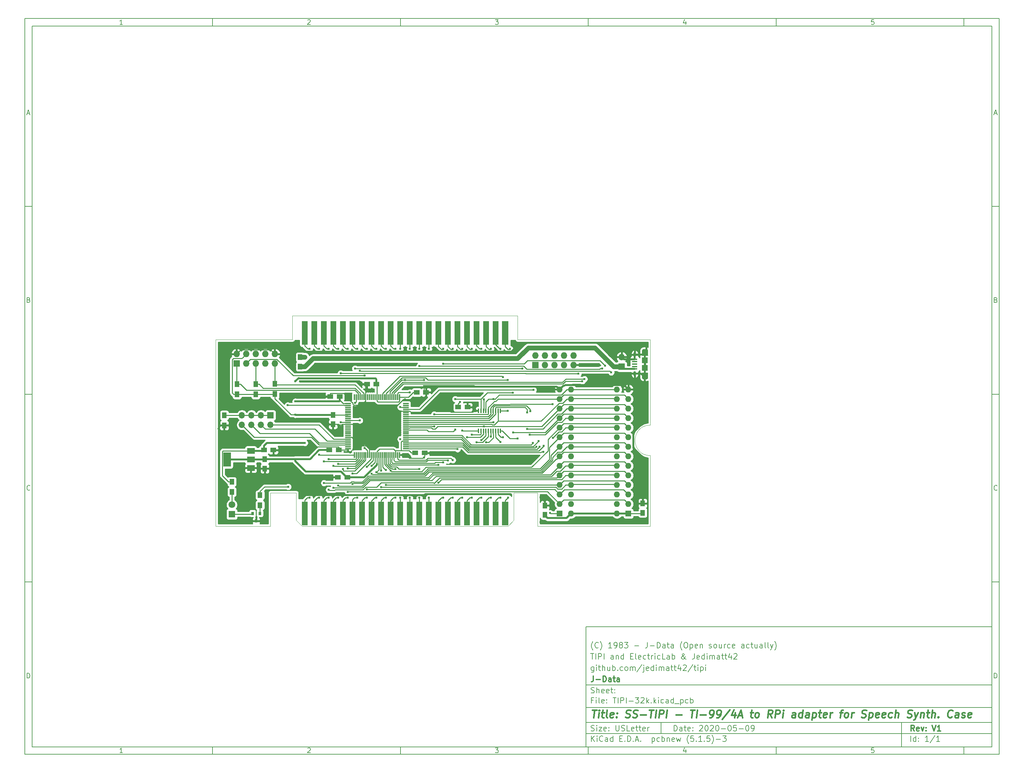
<source format=gbr>
G04 #@! TF.GenerationSoftware,KiCad,Pcbnew,(5.1.5)-3*
G04 #@! TF.CreationDate,2020-06-13T11:59:13-04:00*
G04 #@! TF.ProjectId,TIPI-32k,54495049-2d33-4326-9b2e-6b696361645f,V1*
G04 #@! TF.SameCoordinates,Original*
G04 #@! TF.FileFunction,Copper,L1,Top*
G04 #@! TF.FilePolarity,Positive*
%FSLAX46Y46*%
G04 Gerber Fmt 4.6, Leading zero omitted, Abs format (unit mm)*
G04 Created by KiCad (PCBNEW (5.1.5)-3) date 2020-06-13 11:59:13*
%MOMM*%
%LPD*%
G04 APERTURE LIST*
%ADD10C,0.100000*%
%ADD11C,0.150000*%
%ADD12C,0.300000*%
%ADD13C,0.400000*%
G04 #@! TA.AperFunction,Profile*
%ADD14C,0.025400*%
G04 #@! TD*
G04 #@! TA.AperFunction,EtchedComponent*
%ADD15C,0.001000*%
G04 #@! TD*
G04 #@! TA.AperFunction,ComponentPad*
%ADD16O,1.700000X1.700000*%
G04 #@! TD*
G04 #@! TA.AperFunction,ComponentPad*
%ADD17R,1.700000X1.700000*%
G04 #@! TD*
G04 #@! TA.AperFunction,ComponentPad*
%ADD18O,1.550000X0.775000*%
G04 #@! TD*
G04 #@! TA.AperFunction,SMDPad,CuDef*
%ADD19R,1.550000X1.500000*%
G04 #@! TD*
G04 #@! TA.AperFunction,ComponentPad*
%ADD20O,0.650000X1.300000*%
G04 #@! TD*
G04 #@! TA.AperFunction,SMDPad,CuDef*
%ADD21R,1.350000X0.400000*%
G04 #@! TD*
G04 #@! TA.AperFunction,ComponentPad*
%ADD22R,1.727200X1.727200*%
G04 #@! TD*
G04 #@! TA.AperFunction,ComponentPad*
%ADD23O,1.727200X1.727200*%
G04 #@! TD*
G04 #@! TA.AperFunction,SMDPad,CuDef*
%ADD24R,1.250000X1.500000*%
G04 #@! TD*
G04 #@! TA.AperFunction,ComponentPad*
%ADD25O,1.600000X1.600000*%
G04 #@! TD*
G04 #@! TA.AperFunction,ComponentPad*
%ADD26R,1.600000X1.600000*%
G04 #@! TD*
G04 #@! TA.AperFunction,ConnectorPad*
%ADD27R,1.676400X6.350000*%
G04 #@! TD*
G04 #@! TA.AperFunction,ConnectorPad*
%ADD28R,1.600200X6.350000*%
G04 #@! TD*
G04 #@! TA.AperFunction,ConnectorPad*
%ADD29R,1.600000X6.350000*%
G04 #@! TD*
G04 #@! TA.AperFunction,SMDPad,CuDef*
%ADD30R,1.500000X0.300000*%
G04 #@! TD*
G04 #@! TA.AperFunction,SMDPad,CuDef*
%ADD31R,0.300000X1.500000*%
G04 #@! TD*
G04 #@! TA.AperFunction,SMDPad,CuDef*
%ADD32R,1.500000X1.250000*%
G04 #@! TD*
G04 #@! TA.AperFunction,ComponentPad*
%ADD33R,1.800000X1.800000*%
G04 #@! TD*
G04 #@! TA.AperFunction,ComponentPad*
%ADD34C,1.800000*%
G04 #@! TD*
G04 #@! TA.AperFunction,SMDPad,CuDef*
%ADD35R,0.800000X0.900000*%
G04 #@! TD*
G04 #@! TA.AperFunction,SMDPad,CuDef*
%ADD36R,1.300000X1.500000*%
G04 #@! TD*
G04 #@! TA.AperFunction,SMDPad,CuDef*
%ADD37R,0.406400X1.270000*%
G04 #@! TD*
G04 #@! TA.AperFunction,SMDPad,CuDef*
%ADD38R,2.000000X3.800000*%
G04 #@! TD*
G04 #@! TA.AperFunction,SMDPad,CuDef*
%ADD39R,2.000000X1.500000*%
G04 #@! TD*
G04 #@! TA.AperFunction,ViaPad*
%ADD40C,0.609600*%
G04 #@! TD*
G04 #@! TA.AperFunction,Conductor*
%ADD41C,0.250000*%
G04 #@! TD*
G04 #@! TA.AperFunction,Conductor*
%ADD42C,0.508000*%
G04 #@! TD*
G04 #@! TA.AperFunction,Conductor*
%ADD43C,1.270000*%
G04 #@! TD*
G04 #@! TA.AperFunction,Conductor*
%ADD44C,0.254000*%
G04 #@! TD*
G04 APERTURE END LIST*
D10*
D11*
X159400000Y-171900000D02*
X159400000Y-203900000D01*
X267400000Y-203900000D01*
X267400000Y-171900000D01*
X159400000Y-171900000D01*
D10*
D11*
X10000000Y-10000000D02*
X10000000Y-205900000D01*
X269400000Y-205900000D01*
X269400000Y-10000000D01*
X10000000Y-10000000D01*
D10*
D11*
X12000000Y-12000000D02*
X12000000Y-203900000D01*
X267400000Y-203900000D01*
X267400000Y-12000000D01*
X12000000Y-12000000D01*
D10*
D11*
X60000000Y-12000000D02*
X60000000Y-10000000D01*
D10*
D11*
X110000000Y-12000000D02*
X110000000Y-10000000D01*
D10*
D11*
X160000000Y-12000000D02*
X160000000Y-10000000D01*
D10*
D11*
X210000000Y-12000000D02*
X210000000Y-10000000D01*
D10*
D11*
X260000000Y-12000000D02*
X260000000Y-10000000D01*
D10*
D11*
X36065476Y-11588095D02*
X35322619Y-11588095D01*
X35694047Y-11588095D02*
X35694047Y-10288095D01*
X35570238Y-10473809D01*
X35446428Y-10597619D01*
X35322619Y-10659523D01*
D10*
D11*
X85322619Y-10411904D02*
X85384523Y-10350000D01*
X85508333Y-10288095D01*
X85817857Y-10288095D01*
X85941666Y-10350000D01*
X86003571Y-10411904D01*
X86065476Y-10535714D01*
X86065476Y-10659523D01*
X86003571Y-10845238D01*
X85260714Y-11588095D01*
X86065476Y-11588095D01*
D10*
D11*
X135260714Y-10288095D02*
X136065476Y-10288095D01*
X135632142Y-10783333D01*
X135817857Y-10783333D01*
X135941666Y-10845238D01*
X136003571Y-10907142D01*
X136065476Y-11030952D01*
X136065476Y-11340476D01*
X136003571Y-11464285D01*
X135941666Y-11526190D01*
X135817857Y-11588095D01*
X135446428Y-11588095D01*
X135322619Y-11526190D01*
X135260714Y-11464285D01*
D10*
D11*
X185941666Y-10721428D02*
X185941666Y-11588095D01*
X185632142Y-10226190D02*
X185322619Y-11154761D01*
X186127380Y-11154761D01*
D10*
D11*
X236003571Y-10288095D02*
X235384523Y-10288095D01*
X235322619Y-10907142D01*
X235384523Y-10845238D01*
X235508333Y-10783333D01*
X235817857Y-10783333D01*
X235941666Y-10845238D01*
X236003571Y-10907142D01*
X236065476Y-11030952D01*
X236065476Y-11340476D01*
X236003571Y-11464285D01*
X235941666Y-11526190D01*
X235817857Y-11588095D01*
X235508333Y-11588095D01*
X235384523Y-11526190D01*
X235322619Y-11464285D01*
D10*
D11*
X60000000Y-203900000D02*
X60000000Y-205900000D01*
D10*
D11*
X110000000Y-203900000D02*
X110000000Y-205900000D01*
D10*
D11*
X160000000Y-203900000D02*
X160000000Y-205900000D01*
D10*
D11*
X210000000Y-203900000D02*
X210000000Y-205900000D01*
D10*
D11*
X260000000Y-203900000D02*
X260000000Y-205900000D01*
D10*
D11*
X36065476Y-205488095D02*
X35322619Y-205488095D01*
X35694047Y-205488095D02*
X35694047Y-204188095D01*
X35570238Y-204373809D01*
X35446428Y-204497619D01*
X35322619Y-204559523D01*
D10*
D11*
X85322619Y-204311904D02*
X85384523Y-204250000D01*
X85508333Y-204188095D01*
X85817857Y-204188095D01*
X85941666Y-204250000D01*
X86003571Y-204311904D01*
X86065476Y-204435714D01*
X86065476Y-204559523D01*
X86003571Y-204745238D01*
X85260714Y-205488095D01*
X86065476Y-205488095D01*
D10*
D11*
X135260714Y-204188095D02*
X136065476Y-204188095D01*
X135632142Y-204683333D01*
X135817857Y-204683333D01*
X135941666Y-204745238D01*
X136003571Y-204807142D01*
X136065476Y-204930952D01*
X136065476Y-205240476D01*
X136003571Y-205364285D01*
X135941666Y-205426190D01*
X135817857Y-205488095D01*
X135446428Y-205488095D01*
X135322619Y-205426190D01*
X135260714Y-205364285D01*
D10*
D11*
X185941666Y-204621428D02*
X185941666Y-205488095D01*
X185632142Y-204126190D02*
X185322619Y-205054761D01*
X186127380Y-205054761D01*
D10*
D11*
X236003571Y-204188095D02*
X235384523Y-204188095D01*
X235322619Y-204807142D01*
X235384523Y-204745238D01*
X235508333Y-204683333D01*
X235817857Y-204683333D01*
X235941666Y-204745238D01*
X236003571Y-204807142D01*
X236065476Y-204930952D01*
X236065476Y-205240476D01*
X236003571Y-205364285D01*
X235941666Y-205426190D01*
X235817857Y-205488095D01*
X235508333Y-205488095D01*
X235384523Y-205426190D01*
X235322619Y-205364285D01*
D10*
D11*
X10000000Y-60000000D02*
X12000000Y-60000000D01*
D10*
D11*
X10000000Y-110000000D02*
X12000000Y-110000000D01*
D10*
D11*
X10000000Y-160000000D02*
X12000000Y-160000000D01*
D10*
D11*
X10690476Y-35216666D02*
X11309523Y-35216666D01*
X10566666Y-35588095D02*
X11000000Y-34288095D01*
X11433333Y-35588095D01*
D10*
D11*
X11092857Y-84907142D02*
X11278571Y-84969047D01*
X11340476Y-85030952D01*
X11402380Y-85154761D01*
X11402380Y-85340476D01*
X11340476Y-85464285D01*
X11278571Y-85526190D01*
X11154761Y-85588095D01*
X10659523Y-85588095D01*
X10659523Y-84288095D01*
X11092857Y-84288095D01*
X11216666Y-84350000D01*
X11278571Y-84411904D01*
X11340476Y-84535714D01*
X11340476Y-84659523D01*
X11278571Y-84783333D01*
X11216666Y-84845238D01*
X11092857Y-84907142D01*
X10659523Y-84907142D01*
D10*
D11*
X11402380Y-135464285D02*
X11340476Y-135526190D01*
X11154761Y-135588095D01*
X11030952Y-135588095D01*
X10845238Y-135526190D01*
X10721428Y-135402380D01*
X10659523Y-135278571D01*
X10597619Y-135030952D01*
X10597619Y-134845238D01*
X10659523Y-134597619D01*
X10721428Y-134473809D01*
X10845238Y-134350000D01*
X11030952Y-134288095D01*
X11154761Y-134288095D01*
X11340476Y-134350000D01*
X11402380Y-134411904D01*
D10*
D11*
X10659523Y-185588095D02*
X10659523Y-184288095D01*
X10969047Y-184288095D01*
X11154761Y-184350000D01*
X11278571Y-184473809D01*
X11340476Y-184597619D01*
X11402380Y-184845238D01*
X11402380Y-185030952D01*
X11340476Y-185278571D01*
X11278571Y-185402380D01*
X11154761Y-185526190D01*
X10969047Y-185588095D01*
X10659523Y-185588095D01*
D10*
D11*
X269400000Y-60000000D02*
X267400000Y-60000000D01*
D10*
D11*
X269400000Y-110000000D02*
X267400000Y-110000000D01*
D10*
D11*
X269400000Y-160000000D02*
X267400000Y-160000000D01*
D10*
D11*
X268090476Y-35216666D02*
X268709523Y-35216666D01*
X267966666Y-35588095D02*
X268400000Y-34288095D01*
X268833333Y-35588095D01*
D10*
D11*
X268492857Y-84907142D02*
X268678571Y-84969047D01*
X268740476Y-85030952D01*
X268802380Y-85154761D01*
X268802380Y-85340476D01*
X268740476Y-85464285D01*
X268678571Y-85526190D01*
X268554761Y-85588095D01*
X268059523Y-85588095D01*
X268059523Y-84288095D01*
X268492857Y-84288095D01*
X268616666Y-84350000D01*
X268678571Y-84411904D01*
X268740476Y-84535714D01*
X268740476Y-84659523D01*
X268678571Y-84783333D01*
X268616666Y-84845238D01*
X268492857Y-84907142D01*
X268059523Y-84907142D01*
D10*
D11*
X268802380Y-135464285D02*
X268740476Y-135526190D01*
X268554761Y-135588095D01*
X268430952Y-135588095D01*
X268245238Y-135526190D01*
X268121428Y-135402380D01*
X268059523Y-135278571D01*
X267997619Y-135030952D01*
X267997619Y-134845238D01*
X268059523Y-134597619D01*
X268121428Y-134473809D01*
X268245238Y-134350000D01*
X268430952Y-134288095D01*
X268554761Y-134288095D01*
X268740476Y-134350000D01*
X268802380Y-134411904D01*
D10*
D11*
X268059523Y-185588095D02*
X268059523Y-184288095D01*
X268369047Y-184288095D01*
X268554761Y-184350000D01*
X268678571Y-184473809D01*
X268740476Y-184597619D01*
X268802380Y-184845238D01*
X268802380Y-185030952D01*
X268740476Y-185278571D01*
X268678571Y-185402380D01*
X268554761Y-185526190D01*
X268369047Y-185588095D01*
X268059523Y-185588095D01*
D10*
D11*
X182832142Y-199678571D02*
X182832142Y-198178571D01*
X183189285Y-198178571D01*
X183403571Y-198250000D01*
X183546428Y-198392857D01*
X183617857Y-198535714D01*
X183689285Y-198821428D01*
X183689285Y-199035714D01*
X183617857Y-199321428D01*
X183546428Y-199464285D01*
X183403571Y-199607142D01*
X183189285Y-199678571D01*
X182832142Y-199678571D01*
X184975000Y-199678571D02*
X184975000Y-198892857D01*
X184903571Y-198750000D01*
X184760714Y-198678571D01*
X184475000Y-198678571D01*
X184332142Y-198750000D01*
X184975000Y-199607142D02*
X184832142Y-199678571D01*
X184475000Y-199678571D01*
X184332142Y-199607142D01*
X184260714Y-199464285D01*
X184260714Y-199321428D01*
X184332142Y-199178571D01*
X184475000Y-199107142D01*
X184832142Y-199107142D01*
X184975000Y-199035714D01*
X185475000Y-198678571D02*
X186046428Y-198678571D01*
X185689285Y-198178571D02*
X185689285Y-199464285D01*
X185760714Y-199607142D01*
X185903571Y-199678571D01*
X186046428Y-199678571D01*
X187117857Y-199607142D02*
X186975000Y-199678571D01*
X186689285Y-199678571D01*
X186546428Y-199607142D01*
X186475000Y-199464285D01*
X186475000Y-198892857D01*
X186546428Y-198750000D01*
X186689285Y-198678571D01*
X186975000Y-198678571D01*
X187117857Y-198750000D01*
X187189285Y-198892857D01*
X187189285Y-199035714D01*
X186475000Y-199178571D01*
X187832142Y-199535714D02*
X187903571Y-199607142D01*
X187832142Y-199678571D01*
X187760714Y-199607142D01*
X187832142Y-199535714D01*
X187832142Y-199678571D01*
X187832142Y-198750000D02*
X187903571Y-198821428D01*
X187832142Y-198892857D01*
X187760714Y-198821428D01*
X187832142Y-198750000D01*
X187832142Y-198892857D01*
X189617857Y-198321428D02*
X189689285Y-198250000D01*
X189832142Y-198178571D01*
X190189285Y-198178571D01*
X190332142Y-198250000D01*
X190403571Y-198321428D01*
X190475000Y-198464285D01*
X190475000Y-198607142D01*
X190403571Y-198821428D01*
X189546428Y-199678571D01*
X190475000Y-199678571D01*
X191403571Y-198178571D02*
X191546428Y-198178571D01*
X191689285Y-198250000D01*
X191760714Y-198321428D01*
X191832142Y-198464285D01*
X191903571Y-198750000D01*
X191903571Y-199107142D01*
X191832142Y-199392857D01*
X191760714Y-199535714D01*
X191689285Y-199607142D01*
X191546428Y-199678571D01*
X191403571Y-199678571D01*
X191260714Y-199607142D01*
X191189285Y-199535714D01*
X191117857Y-199392857D01*
X191046428Y-199107142D01*
X191046428Y-198750000D01*
X191117857Y-198464285D01*
X191189285Y-198321428D01*
X191260714Y-198250000D01*
X191403571Y-198178571D01*
X192475000Y-198321428D02*
X192546428Y-198250000D01*
X192689285Y-198178571D01*
X193046428Y-198178571D01*
X193189285Y-198250000D01*
X193260714Y-198321428D01*
X193332142Y-198464285D01*
X193332142Y-198607142D01*
X193260714Y-198821428D01*
X192403571Y-199678571D01*
X193332142Y-199678571D01*
X194260714Y-198178571D02*
X194403571Y-198178571D01*
X194546428Y-198250000D01*
X194617857Y-198321428D01*
X194689285Y-198464285D01*
X194760714Y-198750000D01*
X194760714Y-199107142D01*
X194689285Y-199392857D01*
X194617857Y-199535714D01*
X194546428Y-199607142D01*
X194403571Y-199678571D01*
X194260714Y-199678571D01*
X194117857Y-199607142D01*
X194046428Y-199535714D01*
X193975000Y-199392857D01*
X193903571Y-199107142D01*
X193903571Y-198750000D01*
X193975000Y-198464285D01*
X194046428Y-198321428D01*
X194117857Y-198250000D01*
X194260714Y-198178571D01*
X195403571Y-199107142D02*
X196546428Y-199107142D01*
X197546428Y-198178571D02*
X197689285Y-198178571D01*
X197832142Y-198250000D01*
X197903571Y-198321428D01*
X197975000Y-198464285D01*
X198046428Y-198750000D01*
X198046428Y-199107142D01*
X197975000Y-199392857D01*
X197903571Y-199535714D01*
X197832142Y-199607142D01*
X197689285Y-199678571D01*
X197546428Y-199678571D01*
X197403571Y-199607142D01*
X197332142Y-199535714D01*
X197260714Y-199392857D01*
X197189285Y-199107142D01*
X197189285Y-198750000D01*
X197260714Y-198464285D01*
X197332142Y-198321428D01*
X197403571Y-198250000D01*
X197546428Y-198178571D01*
X199403571Y-198178571D02*
X198689285Y-198178571D01*
X198617857Y-198892857D01*
X198689285Y-198821428D01*
X198832142Y-198750000D01*
X199189285Y-198750000D01*
X199332142Y-198821428D01*
X199403571Y-198892857D01*
X199475000Y-199035714D01*
X199475000Y-199392857D01*
X199403571Y-199535714D01*
X199332142Y-199607142D01*
X199189285Y-199678571D01*
X198832142Y-199678571D01*
X198689285Y-199607142D01*
X198617857Y-199535714D01*
X200117857Y-199107142D02*
X201260714Y-199107142D01*
X202260714Y-198178571D02*
X202403571Y-198178571D01*
X202546428Y-198250000D01*
X202617857Y-198321428D01*
X202689285Y-198464285D01*
X202760714Y-198750000D01*
X202760714Y-199107142D01*
X202689285Y-199392857D01*
X202617857Y-199535714D01*
X202546428Y-199607142D01*
X202403571Y-199678571D01*
X202260714Y-199678571D01*
X202117857Y-199607142D01*
X202046428Y-199535714D01*
X201975000Y-199392857D01*
X201903571Y-199107142D01*
X201903571Y-198750000D01*
X201975000Y-198464285D01*
X202046428Y-198321428D01*
X202117857Y-198250000D01*
X202260714Y-198178571D01*
X203475000Y-199678571D02*
X203760714Y-199678571D01*
X203903571Y-199607142D01*
X203975000Y-199535714D01*
X204117857Y-199321428D01*
X204189285Y-199035714D01*
X204189285Y-198464285D01*
X204117857Y-198321428D01*
X204046428Y-198250000D01*
X203903571Y-198178571D01*
X203617857Y-198178571D01*
X203475000Y-198250000D01*
X203403571Y-198321428D01*
X203332142Y-198464285D01*
X203332142Y-198821428D01*
X203403571Y-198964285D01*
X203475000Y-199035714D01*
X203617857Y-199107142D01*
X203903571Y-199107142D01*
X204046428Y-199035714D01*
X204117857Y-198964285D01*
X204189285Y-198821428D01*
D10*
D11*
X159400000Y-200400000D02*
X267400000Y-200400000D01*
D10*
D11*
X160832142Y-202478571D02*
X160832142Y-200978571D01*
X161689285Y-202478571D02*
X161046428Y-201621428D01*
X161689285Y-200978571D02*
X160832142Y-201835714D01*
X162332142Y-202478571D02*
X162332142Y-201478571D01*
X162332142Y-200978571D02*
X162260714Y-201050000D01*
X162332142Y-201121428D01*
X162403571Y-201050000D01*
X162332142Y-200978571D01*
X162332142Y-201121428D01*
X163903571Y-202335714D02*
X163832142Y-202407142D01*
X163617857Y-202478571D01*
X163475000Y-202478571D01*
X163260714Y-202407142D01*
X163117857Y-202264285D01*
X163046428Y-202121428D01*
X162975000Y-201835714D01*
X162975000Y-201621428D01*
X163046428Y-201335714D01*
X163117857Y-201192857D01*
X163260714Y-201050000D01*
X163475000Y-200978571D01*
X163617857Y-200978571D01*
X163832142Y-201050000D01*
X163903571Y-201121428D01*
X165189285Y-202478571D02*
X165189285Y-201692857D01*
X165117857Y-201550000D01*
X164975000Y-201478571D01*
X164689285Y-201478571D01*
X164546428Y-201550000D01*
X165189285Y-202407142D02*
X165046428Y-202478571D01*
X164689285Y-202478571D01*
X164546428Y-202407142D01*
X164475000Y-202264285D01*
X164475000Y-202121428D01*
X164546428Y-201978571D01*
X164689285Y-201907142D01*
X165046428Y-201907142D01*
X165189285Y-201835714D01*
X166546428Y-202478571D02*
X166546428Y-200978571D01*
X166546428Y-202407142D02*
X166403571Y-202478571D01*
X166117857Y-202478571D01*
X165975000Y-202407142D01*
X165903571Y-202335714D01*
X165832142Y-202192857D01*
X165832142Y-201764285D01*
X165903571Y-201621428D01*
X165975000Y-201550000D01*
X166117857Y-201478571D01*
X166403571Y-201478571D01*
X166546428Y-201550000D01*
X168403571Y-201692857D02*
X168903571Y-201692857D01*
X169117857Y-202478571D02*
X168403571Y-202478571D01*
X168403571Y-200978571D01*
X169117857Y-200978571D01*
X169760714Y-202335714D02*
X169832142Y-202407142D01*
X169760714Y-202478571D01*
X169689285Y-202407142D01*
X169760714Y-202335714D01*
X169760714Y-202478571D01*
X170475000Y-202478571D02*
X170475000Y-200978571D01*
X170832142Y-200978571D01*
X171046428Y-201050000D01*
X171189285Y-201192857D01*
X171260714Y-201335714D01*
X171332142Y-201621428D01*
X171332142Y-201835714D01*
X171260714Y-202121428D01*
X171189285Y-202264285D01*
X171046428Y-202407142D01*
X170832142Y-202478571D01*
X170475000Y-202478571D01*
X171975000Y-202335714D02*
X172046428Y-202407142D01*
X171975000Y-202478571D01*
X171903571Y-202407142D01*
X171975000Y-202335714D01*
X171975000Y-202478571D01*
X172617857Y-202050000D02*
X173332142Y-202050000D01*
X172475000Y-202478571D02*
X172975000Y-200978571D01*
X173475000Y-202478571D01*
X173975000Y-202335714D02*
X174046428Y-202407142D01*
X173975000Y-202478571D01*
X173903571Y-202407142D01*
X173975000Y-202335714D01*
X173975000Y-202478571D01*
X176975000Y-201478571D02*
X176975000Y-202978571D01*
X176975000Y-201550000D02*
X177117857Y-201478571D01*
X177403571Y-201478571D01*
X177546428Y-201550000D01*
X177617857Y-201621428D01*
X177689285Y-201764285D01*
X177689285Y-202192857D01*
X177617857Y-202335714D01*
X177546428Y-202407142D01*
X177403571Y-202478571D01*
X177117857Y-202478571D01*
X176975000Y-202407142D01*
X178975000Y-202407142D02*
X178832142Y-202478571D01*
X178546428Y-202478571D01*
X178403571Y-202407142D01*
X178332142Y-202335714D01*
X178260714Y-202192857D01*
X178260714Y-201764285D01*
X178332142Y-201621428D01*
X178403571Y-201550000D01*
X178546428Y-201478571D01*
X178832142Y-201478571D01*
X178975000Y-201550000D01*
X179617857Y-202478571D02*
X179617857Y-200978571D01*
X179617857Y-201550000D02*
X179760714Y-201478571D01*
X180046428Y-201478571D01*
X180189285Y-201550000D01*
X180260714Y-201621428D01*
X180332142Y-201764285D01*
X180332142Y-202192857D01*
X180260714Y-202335714D01*
X180189285Y-202407142D01*
X180046428Y-202478571D01*
X179760714Y-202478571D01*
X179617857Y-202407142D01*
X180975000Y-201478571D02*
X180975000Y-202478571D01*
X180975000Y-201621428D02*
X181046428Y-201550000D01*
X181189285Y-201478571D01*
X181403571Y-201478571D01*
X181546428Y-201550000D01*
X181617857Y-201692857D01*
X181617857Y-202478571D01*
X182903571Y-202407142D02*
X182760714Y-202478571D01*
X182475000Y-202478571D01*
X182332142Y-202407142D01*
X182260714Y-202264285D01*
X182260714Y-201692857D01*
X182332142Y-201550000D01*
X182475000Y-201478571D01*
X182760714Y-201478571D01*
X182903571Y-201550000D01*
X182975000Y-201692857D01*
X182975000Y-201835714D01*
X182260714Y-201978571D01*
X183475000Y-201478571D02*
X183760714Y-202478571D01*
X184046428Y-201764285D01*
X184332142Y-202478571D01*
X184617857Y-201478571D01*
X186760714Y-203050000D02*
X186689285Y-202978571D01*
X186546428Y-202764285D01*
X186475000Y-202621428D01*
X186403571Y-202407142D01*
X186332142Y-202050000D01*
X186332142Y-201764285D01*
X186403571Y-201407142D01*
X186475000Y-201192857D01*
X186546428Y-201050000D01*
X186689285Y-200835714D01*
X186760714Y-200764285D01*
X188046428Y-200978571D02*
X187332142Y-200978571D01*
X187260714Y-201692857D01*
X187332142Y-201621428D01*
X187475000Y-201550000D01*
X187832142Y-201550000D01*
X187975000Y-201621428D01*
X188046428Y-201692857D01*
X188117857Y-201835714D01*
X188117857Y-202192857D01*
X188046428Y-202335714D01*
X187975000Y-202407142D01*
X187832142Y-202478571D01*
X187475000Y-202478571D01*
X187332142Y-202407142D01*
X187260714Y-202335714D01*
X188760714Y-202335714D02*
X188832142Y-202407142D01*
X188760714Y-202478571D01*
X188689285Y-202407142D01*
X188760714Y-202335714D01*
X188760714Y-202478571D01*
X190260714Y-202478571D02*
X189403571Y-202478571D01*
X189832142Y-202478571D02*
X189832142Y-200978571D01*
X189689285Y-201192857D01*
X189546428Y-201335714D01*
X189403571Y-201407142D01*
X190903571Y-202335714D02*
X190975000Y-202407142D01*
X190903571Y-202478571D01*
X190832142Y-202407142D01*
X190903571Y-202335714D01*
X190903571Y-202478571D01*
X192332142Y-200978571D02*
X191617857Y-200978571D01*
X191546428Y-201692857D01*
X191617857Y-201621428D01*
X191760714Y-201550000D01*
X192117857Y-201550000D01*
X192260714Y-201621428D01*
X192332142Y-201692857D01*
X192403571Y-201835714D01*
X192403571Y-202192857D01*
X192332142Y-202335714D01*
X192260714Y-202407142D01*
X192117857Y-202478571D01*
X191760714Y-202478571D01*
X191617857Y-202407142D01*
X191546428Y-202335714D01*
X192903571Y-203050000D02*
X192975000Y-202978571D01*
X193117857Y-202764285D01*
X193189285Y-202621428D01*
X193260714Y-202407142D01*
X193332142Y-202050000D01*
X193332142Y-201764285D01*
X193260714Y-201407142D01*
X193189285Y-201192857D01*
X193117857Y-201050000D01*
X192975000Y-200835714D01*
X192903571Y-200764285D01*
X194046428Y-201907142D02*
X195189285Y-201907142D01*
X195760714Y-200978571D02*
X196689285Y-200978571D01*
X196189285Y-201550000D01*
X196403571Y-201550000D01*
X196546428Y-201621428D01*
X196617857Y-201692857D01*
X196689285Y-201835714D01*
X196689285Y-202192857D01*
X196617857Y-202335714D01*
X196546428Y-202407142D01*
X196403571Y-202478571D01*
X195975000Y-202478571D01*
X195832142Y-202407142D01*
X195760714Y-202335714D01*
D10*
D11*
X159400000Y-197400000D02*
X267400000Y-197400000D01*
D10*
D12*
X246809285Y-199678571D02*
X246309285Y-198964285D01*
X245952142Y-199678571D02*
X245952142Y-198178571D01*
X246523571Y-198178571D01*
X246666428Y-198250000D01*
X246737857Y-198321428D01*
X246809285Y-198464285D01*
X246809285Y-198678571D01*
X246737857Y-198821428D01*
X246666428Y-198892857D01*
X246523571Y-198964285D01*
X245952142Y-198964285D01*
X248023571Y-199607142D02*
X247880714Y-199678571D01*
X247595000Y-199678571D01*
X247452142Y-199607142D01*
X247380714Y-199464285D01*
X247380714Y-198892857D01*
X247452142Y-198750000D01*
X247595000Y-198678571D01*
X247880714Y-198678571D01*
X248023571Y-198750000D01*
X248095000Y-198892857D01*
X248095000Y-199035714D01*
X247380714Y-199178571D01*
X248595000Y-198678571D02*
X248952142Y-199678571D01*
X249309285Y-198678571D01*
X249880714Y-199535714D02*
X249952142Y-199607142D01*
X249880714Y-199678571D01*
X249809285Y-199607142D01*
X249880714Y-199535714D01*
X249880714Y-199678571D01*
X249880714Y-198750000D02*
X249952142Y-198821428D01*
X249880714Y-198892857D01*
X249809285Y-198821428D01*
X249880714Y-198750000D01*
X249880714Y-198892857D01*
X251523571Y-198178571D02*
X252023571Y-199678571D01*
X252523571Y-198178571D01*
X253809285Y-199678571D02*
X252952142Y-199678571D01*
X253380714Y-199678571D02*
X253380714Y-198178571D01*
X253237857Y-198392857D01*
X253095000Y-198535714D01*
X252952142Y-198607142D01*
D10*
D11*
X160760714Y-199607142D02*
X160975000Y-199678571D01*
X161332142Y-199678571D01*
X161475000Y-199607142D01*
X161546428Y-199535714D01*
X161617857Y-199392857D01*
X161617857Y-199250000D01*
X161546428Y-199107142D01*
X161475000Y-199035714D01*
X161332142Y-198964285D01*
X161046428Y-198892857D01*
X160903571Y-198821428D01*
X160832142Y-198750000D01*
X160760714Y-198607142D01*
X160760714Y-198464285D01*
X160832142Y-198321428D01*
X160903571Y-198250000D01*
X161046428Y-198178571D01*
X161403571Y-198178571D01*
X161617857Y-198250000D01*
X162260714Y-199678571D02*
X162260714Y-198678571D01*
X162260714Y-198178571D02*
X162189285Y-198250000D01*
X162260714Y-198321428D01*
X162332142Y-198250000D01*
X162260714Y-198178571D01*
X162260714Y-198321428D01*
X162832142Y-198678571D02*
X163617857Y-198678571D01*
X162832142Y-199678571D01*
X163617857Y-199678571D01*
X164760714Y-199607142D02*
X164617857Y-199678571D01*
X164332142Y-199678571D01*
X164189285Y-199607142D01*
X164117857Y-199464285D01*
X164117857Y-198892857D01*
X164189285Y-198750000D01*
X164332142Y-198678571D01*
X164617857Y-198678571D01*
X164760714Y-198750000D01*
X164832142Y-198892857D01*
X164832142Y-199035714D01*
X164117857Y-199178571D01*
X165475000Y-199535714D02*
X165546428Y-199607142D01*
X165475000Y-199678571D01*
X165403571Y-199607142D01*
X165475000Y-199535714D01*
X165475000Y-199678571D01*
X165475000Y-198750000D02*
X165546428Y-198821428D01*
X165475000Y-198892857D01*
X165403571Y-198821428D01*
X165475000Y-198750000D01*
X165475000Y-198892857D01*
X167332142Y-198178571D02*
X167332142Y-199392857D01*
X167403571Y-199535714D01*
X167475000Y-199607142D01*
X167617857Y-199678571D01*
X167903571Y-199678571D01*
X168046428Y-199607142D01*
X168117857Y-199535714D01*
X168189285Y-199392857D01*
X168189285Y-198178571D01*
X168832142Y-199607142D02*
X169046428Y-199678571D01*
X169403571Y-199678571D01*
X169546428Y-199607142D01*
X169617857Y-199535714D01*
X169689285Y-199392857D01*
X169689285Y-199250000D01*
X169617857Y-199107142D01*
X169546428Y-199035714D01*
X169403571Y-198964285D01*
X169117857Y-198892857D01*
X168975000Y-198821428D01*
X168903571Y-198750000D01*
X168832142Y-198607142D01*
X168832142Y-198464285D01*
X168903571Y-198321428D01*
X168975000Y-198250000D01*
X169117857Y-198178571D01*
X169475000Y-198178571D01*
X169689285Y-198250000D01*
X171046428Y-199678571D02*
X170332142Y-199678571D01*
X170332142Y-198178571D01*
X172117857Y-199607142D02*
X171975000Y-199678571D01*
X171689285Y-199678571D01*
X171546428Y-199607142D01*
X171475000Y-199464285D01*
X171475000Y-198892857D01*
X171546428Y-198750000D01*
X171689285Y-198678571D01*
X171975000Y-198678571D01*
X172117857Y-198750000D01*
X172189285Y-198892857D01*
X172189285Y-199035714D01*
X171475000Y-199178571D01*
X172617857Y-198678571D02*
X173189285Y-198678571D01*
X172832142Y-198178571D02*
X172832142Y-199464285D01*
X172903571Y-199607142D01*
X173046428Y-199678571D01*
X173189285Y-199678571D01*
X173475000Y-198678571D02*
X174046428Y-198678571D01*
X173689285Y-198178571D02*
X173689285Y-199464285D01*
X173760714Y-199607142D01*
X173903571Y-199678571D01*
X174046428Y-199678571D01*
X175117857Y-199607142D02*
X174975000Y-199678571D01*
X174689285Y-199678571D01*
X174546428Y-199607142D01*
X174475000Y-199464285D01*
X174475000Y-198892857D01*
X174546428Y-198750000D01*
X174689285Y-198678571D01*
X174975000Y-198678571D01*
X175117857Y-198750000D01*
X175189285Y-198892857D01*
X175189285Y-199035714D01*
X174475000Y-199178571D01*
X175832142Y-199678571D02*
X175832142Y-198678571D01*
X175832142Y-198964285D02*
X175903571Y-198821428D01*
X175975000Y-198750000D01*
X176117857Y-198678571D01*
X176260714Y-198678571D01*
D10*
D11*
X245832142Y-202478571D02*
X245832142Y-200978571D01*
X247189285Y-202478571D02*
X247189285Y-200978571D01*
X247189285Y-202407142D02*
X247046428Y-202478571D01*
X246760714Y-202478571D01*
X246617857Y-202407142D01*
X246546428Y-202335714D01*
X246475000Y-202192857D01*
X246475000Y-201764285D01*
X246546428Y-201621428D01*
X246617857Y-201550000D01*
X246760714Y-201478571D01*
X247046428Y-201478571D01*
X247189285Y-201550000D01*
X247903571Y-202335714D02*
X247975000Y-202407142D01*
X247903571Y-202478571D01*
X247832142Y-202407142D01*
X247903571Y-202335714D01*
X247903571Y-202478571D01*
X247903571Y-201550000D02*
X247975000Y-201621428D01*
X247903571Y-201692857D01*
X247832142Y-201621428D01*
X247903571Y-201550000D01*
X247903571Y-201692857D01*
X250546428Y-202478571D02*
X249689285Y-202478571D01*
X250117857Y-202478571D02*
X250117857Y-200978571D01*
X249975000Y-201192857D01*
X249832142Y-201335714D01*
X249689285Y-201407142D01*
X252260714Y-200907142D02*
X250975000Y-202835714D01*
X253546428Y-202478571D02*
X252689285Y-202478571D01*
X253117857Y-202478571D02*
X253117857Y-200978571D01*
X252975000Y-201192857D01*
X252832142Y-201335714D01*
X252689285Y-201407142D01*
D10*
D11*
X159400000Y-193400000D02*
X267400000Y-193400000D01*
D10*
D13*
X161112380Y-194104761D02*
X162255238Y-194104761D01*
X161433809Y-196104761D02*
X161683809Y-194104761D01*
X162671904Y-196104761D02*
X162838571Y-194771428D01*
X162921904Y-194104761D02*
X162814761Y-194200000D01*
X162898095Y-194295238D01*
X163005238Y-194200000D01*
X162921904Y-194104761D01*
X162898095Y-194295238D01*
X163505238Y-194771428D02*
X164267142Y-194771428D01*
X163874285Y-194104761D02*
X163660000Y-195819047D01*
X163731428Y-196009523D01*
X163910000Y-196104761D01*
X164100476Y-196104761D01*
X165052857Y-196104761D02*
X164874285Y-196009523D01*
X164802857Y-195819047D01*
X165017142Y-194104761D01*
X166588571Y-196009523D02*
X166386190Y-196104761D01*
X166005238Y-196104761D01*
X165826666Y-196009523D01*
X165755238Y-195819047D01*
X165850476Y-195057142D01*
X165969523Y-194866666D01*
X166171904Y-194771428D01*
X166552857Y-194771428D01*
X166731428Y-194866666D01*
X166802857Y-195057142D01*
X166779047Y-195247619D01*
X165802857Y-195438095D01*
X167552857Y-195914285D02*
X167636190Y-196009523D01*
X167529047Y-196104761D01*
X167445714Y-196009523D01*
X167552857Y-195914285D01*
X167529047Y-196104761D01*
X167683809Y-194866666D02*
X167767142Y-194961904D01*
X167660000Y-195057142D01*
X167576666Y-194961904D01*
X167683809Y-194866666D01*
X167660000Y-195057142D01*
X169921904Y-196009523D02*
X170195714Y-196104761D01*
X170671904Y-196104761D01*
X170874285Y-196009523D01*
X170981428Y-195914285D01*
X171100476Y-195723809D01*
X171124285Y-195533333D01*
X171052857Y-195342857D01*
X170969523Y-195247619D01*
X170790952Y-195152380D01*
X170421904Y-195057142D01*
X170243333Y-194961904D01*
X170160000Y-194866666D01*
X170088571Y-194676190D01*
X170112380Y-194485714D01*
X170231428Y-194295238D01*
X170338571Y-194200000D01*
X170540952Y-194104761D01*
X171017142Y-194104761D01*
X171290952Y-194200000D01*
X171826666Y-196009523D02*
X172100476Y-196104761D01*
X172576666Y-196104761D01*
X172779047Y-196009523D01*
X172886190Y-195914285D01*
X173005238Y-195723809D01*
X173029047Y-195533333D01*
X172957619Y-195342857D01*
X172874285Y-195247619D01*
X172695714Y-195152380D01*
X172326666Y-195057142D01*
X172148095Y-194961904D01*
X172064761Y-194866666D01*
X171993333Y-194676190D01*
X172017142Y-194485714D01*
X172136190Y-194295238D01*
X172243333Y-194200000D01*
X172445714Y-194104761D01*
X172921904Y-194104761D01*
X173195714Y-194200000D01*
X173910000Y-195342857D02*
X175433809Y-195342857D01*
X176255238Y-194104761D02*
X177398095Y-194104761D01*
X176576666Y-196104761D02*
X176826666Y-194104761D01*
X177814761Y-196104761D02*
X178064761Y-194104761D01*
X178767142Y-196104761D02*
X179017142Y-194104761D01*
X179779047Y-194104761D01*
X179957619Y-194200000D01*
X180040952Y-194295238D01*
X180112380Y-194485714D01*
X180076666Y-194771428D01*
X179957619Y-194961904D01*
X179850476Y-195057142D01*
X179648095Y-195152380D01*
X178886190Y-195152380D01*
X180767142Y-196104761D02*
X181017142Y-194104761D01*
X183338571Y-195342857D02*
X184862380Y-195342857D01*
X187207619Y-194104761D02*
X188350476Y-194104761D01*
X187529047Y-196104761D02*
X187779047Y-194104761D01*
X188767142Y-196104761D02*
X189017142Y-194104761D01*
X189814761Y-195342857D02*
X191338571Y-195342857D01*
X192290952Y-196104761D02*
X192671904Y-196104761D01*
X192874285Y-196009523D01*
X192981428Y-195914285D01*
X193207619Y-195628571D01*
X193350476Y-195247619D01*
X193445714Y-194485714D01*
X193374285Y-194295238D01*
X193290952Y-194200000D01*
X193112380Y-194104761D01*
X192731428Y-194104761D01*
X192529047Y-194200000D01*
X192421904Y-194295238D01*
X192302857Y-194485714D01*
X192243333Y-194961904D01*
X192314761Y-195152380D01*
X192398095Y-195247619D01*
X192576666Y-195342857D01*
X192957619Y-195342857D01*
X193160000Y-195247619D01*
X193267142Y-195152380D01*
X193386190Y-194961904D01*
X194195714Y-196104761D02*
X194576666Y-196104761D01*
X194779047Y-196009523D01*
X194886190Y-195914285D01*
X195112380Y-195628571D01*
X195255238Y-195247619D01*
X195350476Y-194485714D01*
X195279047Y-194295238D01*
X195195714Y-194200000D01*
X195017142Y-194104761D01*
X194636190Y-194104761D01*
X194433809Y-194200000D01*
X194326666Y-194295238D01*
X194207619Y-194485714D01*
X194148095Y-194961904D01*
X194219523Y-195152380D01*
X194302857Y-195247619D01*
X194481428Y-195342857D01*
X194862380Y-195342857D01*
X195064761Y-195247619D01*
X195171904Y-195152380D01*
X195290952Y-194961904D01*
X197695714Y-194009523D02*
X195660000Y-196580952D01*
X199124285Y-194771428D02*
X198957619Y-196104761D01*
X198743333Y-194009523D02*
X198088571Y-195438095D01*
X199326666Y-195438095D01*
X199981428Y-195533333D02*
X200933809Y-195533333D01*
X199719523Y-196104761D02*
X200636190Y-194104761D01*
X201052857Y-196104761D01*
X203124285Y-194771428D02*
X203886190Y-194771428D01*
X203493333Y-194104761D02*
X203279047Y-195819047D01*
X203350476Y-196009523D01*
X203529047Y-196104761D01*
X203719523Y-196104761D01*
X204671904Y-196104761D02*
X204493333Y-196009523D01*
X204410000Y-195914285D01*
X204338571Y-195723809D01*
X204410000Y-195152380D01*
X204529047Y-194961904D01*
X204636190Y-194866666D01*
X204838571Y-194771428D01*
X205124285Y-194771428D01*
X205302857Y-194866666D01*
X205386190Y-194961904D01*
X205457619Y-195152380D01*
X205386190Y-195723809D01*
X205267142Y-195914285D01*
X205160000Y-196009523D01*
X204957619Y-196104761D01*
X204671904Y-196104761D01*
X208862380Y-196104761D02*
X208314761Y-195152380D01*
X207719523Y-196104761D02*
X207969523Y-194104761D01*
X208731428Y-194104761D01*
X208910000Y-194200000D01*
X208993333Y-194295238D01*
X209064761Y-194485714D01*
X209029047Y-194771428D01*
X208910000Y-194961904D01*
X208802857Y-195057142D01*
X208600476Y-195152380D01*
X207838571Y-195152380D01*
X209719523Y-196104761D02*
X209969523Y-194104761D01*
X210731428Y-194104761D01*
X210910000Y-194200000D01*
X210993333Y-194295238D01*
X211064761Y-194485714D01*
X211029047Y-194771428D01*
X210910000Y-194961904D01*
X210802857Y-195057142D01*
X210600476Y-195152380D01*
X209838571Y-195152380D01*
X211719523Y-196104761D02*
X211886190Y-194771428D01*
X211969523Y-194104761D02*
X211862380Y-194200000D01*
X211945714Y-194295238D01*
X212052857Y-194200000D01*
X211969523Y-194104761D01*
X211945714Y-194295238D01*
X215052857Y-196104761D02*
X215183809Y-195057142D01*
X215112380Y-194866666D01*
X214933809Y-194771428D01*
X214552857Y-194771428D01*
X214350476Y-194866666D01*
X215064761Y-196009523D02*
X214862380Y-196104761D01*
X214386190Y-196104761D01*
X214207619Y-196009523D01*
X214136190Y-195819047D01*
X214160000Y-195628571D01*
X214279047Y-195438095D01*
X214481428Y-195342857D01*
X214957619Y-195342857D01*
X215160000Y-195247619D01*
X216862380Y-196104761D02*
X217112380Y-194104761D01*
X216874285Y-196009523D02*
X216671904Y-196104761D01*
X216290952Y-196104761D01*
X216112380Y-196009523D01*
X216029047Y-195914285D01*
X215957619Y-195723809D01*
X216029047Y-195152380D01*
X216148095Y-194961904D01*
X216255238Y-194866666D01*
X216457619Y-194771428D01*
X216838571Y-194771428D01*
X217017142Y-194866666D01*
X218671904Y-196104761D02*
X218802857Y-195057142D01*
X218731428Y-194866666D01*
X218552857Y-194771428D01*
X218171904Y-194771428D01*
X217969523Y-194866666D01*
X218683809Y-196009523D02*
X218481428Y-196104761D01*
X218005238Y-196104761D01*
X217826666Y-196009523D01*
X217755238Y-195819047D01*
X217779047Y-195628571D01*
X217898095Y-195438095D01*
X218100476Y-195342857D01*
X218576666Y-195342857D01*
X218779047Y-195247619D01*
X219790952Y-194771428D02*
X219540952Y-196771428D01*
X219779047Y-194866666D02*
X219981428Y-194771428D01*
X220362380Y-194771428D01*
X220540952Y-194866666D01*
X220624285Y-194961904D01*
X220695714Y-195152380D01*
X220624285Y-195723809D01*
X220505238Y-195914285D01*
X220398095Y-196009523D01*
X220195714Y-196104761D01*
X219814761Y-196104761D01*
X219636190Y-196009523D01*
X221314761Y-194771428D02*
X222076666Y-194771428D01*
X221683809Y-194104761D02*
X221469523Y-195819047D01*
X221540952Y-196009523D01*
X221719523Y-196104761D01*
X221909999Y-196104761D01*
X223350476Y-196009523D02*
X223148095Y-196104761D01*
X222767142Y-196104761D01*
X222588571Y-196009523D01*
X222517142Y-195819047D01*
X222612380Y-195057142D01*
X222731428Y-194866666D01*
X222933809Y-194771428D01*
X223314761Y-194771428D01*
X223493333Y-194866666D01*
X223564761Y-195057142D01*
X223540952Y-195247619D01*
X222564761Y-195438095D01*
X224290952Y-196104761D02*
X224457619Y-194771428D01*
X224409999Y-195152380D02*
X224529047Y-194961904D01*
X224636190Y-194866666D01*
X224838571Y-194771428D01*
X225029047Y-194771428D01*
X226933809Y-194771428D02*
X227695714Y-194771428D01*
X227052857Y-196104761D02*
X227267142Y-194390476D01*
X227386190Y-194200000D01*
X227588571Y-194104761D01*
X227779047Y-194104761D01*
X228481428Y-196104761D02*
X228302857Y-196009523D01*
X228219523Y-195914285D01*
X228148095Y-195723809D01*
X228219523Y-195152380D01*
X228338571Y-194961904D01*
X228445714Y-194866666D01*
X228648095Y-194771428D01*
X228933809Y-194771428D01*
X229112380Y-194866666D01*
X229195714Y-194961904D01*
X229267142Y-195152380D01*
X229195714Y-195723809D01*
X229076666Y-195914285D01*
X228969523Y-196009523D01*
X228767142Y-196104761D01*
X228481428Y-196104761D01*
X230005238Y-196104761D02*
X230171904Y-194771428D01*
X230124285Y-195152380D02*
X230243333Y-194961904D01*
X230350476Y-194866666D01*
X230552857Y-194771428D01*
X230743333Y-194771428D01*
X232683809Y-196009523D02*
X232957619Y-196104761D01*
X233433809Y-196104761D01*
X233636190Y-196009523D01*
X233743333Y-195914285D01*
X233862380Y-195723809D01*
X233886190Y-195533333D01*
X233814761Y-195342857D01*
X233731428Y-195247619D01*
X233552857Y-195152380D01*
X233183809Y-195057142D01*
X233005238Y-194961904D01*
X232921904Y-194866666D01*
X232850476Y-194676190D01*
X232874285Y-194485714D01*
X232993333Y-194295238D01*
X233100476Y-194200000D01*
X233302857Y-194104761D01*
X233779047Y-194104761D01*
X234052857Y-194200000D01*
X234838571Y-194771428D02*
X234588571Y-196771428D01*
X234826666Y-194866666D02*
X235029047Y-194771428D01*
X235410000Y-194771428D01*
X235588571Y-194866666D01*
X235671904Y-194961904D01*
X235743333Y-195152380D01*
X235671904Y-195723809D01*
X235552857Y-195914285D01*
X235445714Y-196009523D01*
X235243333Y-196104761D01*
X234862380Y-196104761D01*
X234683809Y-196009523D01*
X237255238Y-196009523D02*
X237052857Y-196104761D01*
X236671904Y-196104761D01*
X236493333Y-196009523D01*
X236421904Y-195819047D01*
X236517142Y-195057142D01*
X236636190Y-194866666D01*
X236838571Y-194771428D01*
X237219523Y-194771428D01*
X237398095Y-194866666D01*
X237469523Y-195057142D01*
X237445714Y-195247619D01*
X236469523Y-195438095D01*
X238969523Y-196009523D02*
X238767142Y-196104761D01*
X238386190Y-196104761D01*
X238207619Y-196009523D01*
X238136190Y-195819047D01*
X238231428Y-195057142D01*
X238350476Y-194866666D01*
X238552857Y-194771428D01*
X238933809Y-194771428D01*
X239112380Y-194866666D01*
X239183809Y-195057142D01*
X239159999Y-195247619D01*
X238183809Y-195438095D01*
X240779047Y-196009523D02*
X240576666Y-196104761D01*
X240195714Y-196104761D01*
X240017142Y-196009523D01*
X239933809Y-195914285D01*
X239862380Y-195723809D01*
X239933809Y-195152380D01*
X240052857Y-194961904D01*
X240160000Y-194866666D01*
X240362380Y-194771428D01*
X240743333Y-194771428D01*
X240921904Y-194866666D01*
X241624285Y-196104761D02*
X241874285Y-194104761D01*
X242481428Y-196104761D02*
X242612380Y-195057142D01*
X242540952Y-194866666D01*
X242362380Y-194771428D01*
X242076666Y-194771428D01*
X241874285Y-194866666D01*
X241767142Y-194961904D01*
X244874285Y-196009523D02*
X245148095Y-196104761D01*
X245624285Y-196104761D01*
X245826666Y-196009523D01*
X245933809Y-195914285D01*
X246052857Y-195723809D01*
X246076666Y-195533333D01*
X246005238Y-195342857D01*
X245921904Y-195247619D01*
X245743333Y-195152380D01*
X245374285Y-195057142D01*
X245195714Y-194961904D01*
X245112380Y-194866666D01*
X245040952Y-194676190D01*
X245064761Y-194485714D01*
X245183809Y-194295238D01*
X245290952Y-194200000D01*
X245493333Y-194104761D01*
X245969523Y-194104761D01*
X246243333Y-194200000D01*
X246838571Y-194771428D02*
X247148095Y-196104761D01*
X247790952Y-194771428D02*
X247148095Y-196104761D01*
X246898095Y-196580952D01*
X246790952Y-196676190D01*
X246588571Y-196771428D01*
X248552857Y-194771428D02*
X248386190Y-196104761D01*
X248529047Y-194961904D02*
X248636190Y-194866666D01*
X248838571Y-194771428D01*
X249124285Y-194771428D01*
X249302857Y-194866666D01*
X249374285Y-195057142D01*
X249243333Y-196104761D01*
X250076666Y-194771428D02*
X250838571Y-194771428D01*
X250445714Y-194104761D02*
X250231428Y-195819047D01*
X250302857Y-196009523D01*
X250481428Y-196104761D01*
X250671904Y-196104761D01*
X251338571Y-196104761D02*
X251588571Y-194104761D01*
X252195714Y-196104761D02*
X252326666Y-195057142D01*
X252255238Y-194866666D01*
X252076666Y-194771428D01*
X251790952Y-194771428D01*
X251588571Y-194866666D01*
X251481428Y-194961904D01*
X253171904Y-195914285D02*
X253255238Y-196009523D01*
X253148095Y-196104761D01*
X253064761Y-196009523D01*
X253171904Y-195914285D01*
X253148095Y-196104761D01*
X256790952Y-195914285D02*
X256683809Y-196009523D01*
X256386190Y-196104761D01*
X256195714Y-196104761D01*
X255921904Y-196009523D01*
X255755238Y-195819047D01*
X255683809Y-195628571D01*
X255636190Y-195247619D01*
X255671904Y-194961904D01*
X255814761Y-194580952D01*
X255933809Y-194390476D01*
X256148095Y-194200000D01*
X256445714Y-194104761D01*
X256636190Y-194104761D01*
X256910000Y-194200000D01*
X256993333Y-194295238D01*
X258481428Y-196104761D02*
X258612380Y-195057142D01*
X258540952Y-194866666D01*
X258362380Y-194771428D01*
X257981428Y-194771428D01*
X257779047Y-194866666D01*
X258493333Y-196009523D02*
X258290952Y-196104761D01*
X257814761Y-196104761D01*
X257636190Y-196009523D01*
X257564761Y-195819047D01*
X257588571Y-195628571D01*
X257707619Y-195438095D01*
X257910000Y-195342857D01*
X258386190Y-195342857D01*
X258588571Y-195247619D01*
X259350476Y-196009523D02*
X259529047Y-196104761D01*
X259910000Y-196104761D01*
X260112380Y-196009523D01*
X260231428Y-195819047D01*
X260243333Y-195723809D01*
X260171904Y-195533333D01*
X259993333Y-195438095D01*
X259707619Y-195438095D01*
X259529047Y-195342857D01*
X259457619Y-195152380D01*
X259469523Y-195057142D01*
X259588571Y-194866666D01*
X259790952Y-194771428D01*
X260076666Y-194771428D01*
X260255238Y-194866666D01*
X261826666Y-196009523D02*
X261624285Y-196104761D01*
X261243333Y-196104761D01*
X261064761Y-196009523D01*
X260993333Y-195819047D01*
X261088571Y-195057142D01*
X261207619Y-194866666D01*
X261410000Y-194771428D01*
X261790952Y-194771428D01*
X261969523Y-194866666D01*
X262040952Y-195057142D01*
X262017142Y-195247619D01*
X261040952Y-195438095D01*
D10*
D11*
X161332142Y-191492857D02*
X160832142Y-191492857D01*
X160832142Y-192278571D02*
X160832142Y-190778571D01*
X161546428Y-190778571D01*
X162117857Y-192278571D02*
X162117857Y-191278571D01*
X162117857Y-190778571D02*
X162046428Y-190850000D01*
X162117857Y-190921428D01*
X162189285Y-190850000D01*
X162117857Y-190778571D01*
X162117857Y-190921428D01*
X163046428Y-192278571D02*
X162903571Y-192207142D01*
X162832142Y-192064285D01*
X162832142Y-190778571D01*
X164189285Y-192207142D02*
X164046428Y-192278571D01*
X163760714Y-192278571D01*
X163617857Y-192207142D01*
X163546428Y-192064285D01*
X163546428Y-191492857D01*
X163617857Y-191350000D01*
X163760714Y-191278571D01*
X164046428Y-191278571D01*
X164189285Y-191350000D01*
X164260714Y-191492857D01*
X164260714Y-191635714D01*
X163546428Y-191778571D01*
X164903571Y-192135714D02*
X164975000Y-192207142D01*
X164903571Y-192278571D01*
X164832142Y-192207142D01*
X164903571Y-192135714D01*
X164903571Y-192278571D01*
X164903571Y-191350000D02*
X164975000Y-191421428D01*
X164903571Y-191492857D01*
X164832142Y-191421428D01*
X164903571Y-191350000D01*
X164903571Y-191492857D01*
X166546428Y-190778571D02*
X167403571Y-190778571D01*
X166975000Y-192278571D02*
X166975000Y-190778571D01*
X167903571Y-192278571D02*
X167903571Y-190778571D01*
X168617857Y-192278571D02*
X168617857Y-190778571D01*
X169189285Y-190778571D01*
X169332142Y-190850000D01*
X169403571Y-190921428D01*
X169475000Y-191064285D01*
X169475000Y-191278571D01*
X169403571Y-191421428D01*
X169332142Y-191492857D01*
X169189285Y-191564285D01*
X168617857Y-191564285D01*
X170117857Y-192278571D02*
X170117857Y-190778571D01*
X170832142Y-191707142D02*
X171975000Y-191707142D01*
X172546428Y-190778571D02*
X173475000Y-190778571D01*
X172975000Y-191350000D01*
X173189285Y-191350000D01*
X173332142Y-191421428D01*
X173403571Y-191492857D01*
X173475000Y-191635714D01*
X173475000Y-191992857D01*
X173403571Y-192135714D01*
X173332142Y-192207142D01*
X173189285Y-192278571D01*
X172760714Y-192278571D01*
X172617857Y-192207142D01*
X172546428Y-192135714D01*
X174046428Y-190921428D02*
X174117857Y-190850000D01*
X174260714Y-190778571D01*
X174617857Y-190778571D01*
X174760714Y-190850000D01*
X174832142Y-190921428D01*
X174903571Y-191064285D01*
X174903571Y-191207142D01*
X174832142Y-191421428D01*
X173975000Y-192278571D01*
X174903571Y-192278571D01*
X175546428Y-192278571D02*
X175546428Y-190778571D01*
X175689285Y-191707142D02*
X176117857Y-192278571D01*
X176117857Y-191278571D02*
X175546428Y-191850000D01*
X176760714Y-192135714D02*
X176832142Y-192207142D01*
X176760714Y-192278571D01*
X176689285Y-192207142D01*
X176760714Y-192135714D01*
X176760714Y-192278571D01*
X177475000Y-192278571D02*
X177475000Y-190778571D01*
X177617857Y-191707142D02*
X178046428Y-192278571D01*
X178046428Y-191278571D02*
X177475000Y-191850000D01*
X178689285Y-192278571D02*
X178689285Y-191278571D01*
X178689285Y-190778571D02*
X178617857Y-190850000D01*
X178689285Y-190921428D01*
X178760714Y-190850000D01*
X178689285Y-190778571D01*
X178689285Y-190921428D01*
X180046428Y-192207142D02*
X179903571Y-192278571D01*
X179617857Y-192278571D01*
X179475000Y-192207142D01*
X179403571Y-192135714D01*
X179332142Y-191992857D01*
X179332142Y-191564285D01*
X179403571Y-191421428D01*
X179475000Y-191350000D01*
X179617857Y-191278571D01*
X179903571Y-191278571D01*
X180046428Y-191350000D01*
X181332142Y-192278571D02*
X181332142Y-191492857D01*
X181260714Y-191350000D01*
X181117857Y-191278571D01*
X180832142Y-191278571D01*
X180689285Y-191350000D01*
X181332142Y-192207142D02*
X181189285Y-192278571D01*
X180832142Y-192278571D01*
X180689285Y-192207142D01*
X180617857Y-192064285D01*
X180617857Y-191921428D01*
X180689285Y-191778571D01*
X180832142Y-191707142D01*
X181189285Y-191707142D01*
X181332142Y-191635714D01*
X182689285Y-192278571D02*
X182689285Y-190778571D01*
X182689285Y-192207142D02*
X182546428Y-192278571D01*
X182260714Y-192278571D01*
X182117857Y-192207142D01*
X182046428Y-192135714D01*
X181975000Y-191992857D01*
X181975000Y-191564285D01*
X182046428Y-191421428D01*
X182117857Y-191350000D01*
X182260714Y-191278571D01*
X182546428Y-191278571D01*
X182689285Y-191350000D01*
X183046428Y-192421428D02*
X184189285Y-192421428D01*
X184546428Y-191278571D02*
X184546428Y-192778571D01*
X184546428Y-191350000D02*
X184689285Y-191278571D01*
X184975000Y-191278571D01*
X185117857Y-191350000D01*
X185189285Y-191421428D01*
X185260714Y-191564285D01*
X185260714Y-191992857D01*
X185189285Y-192135714D01*
X185117857Y-192207142D01*
X184975000Y-192278571D01*
X184689285Y-192278571D01*
X184546428Y-192207142D01*
X186546428Y-192207142D02*
X186403571Y-192278571D01*
X186117857Y-192278571D01*
X185975000Y-192207142D01*
X185903571Y-192135714D01*
X185832142Y-191992857D01*
X185832142Y-191564285D01*
X185903571Y-191421428D01*
X185975000Y-191350000D01*
X186117857Y-191278571D01*
X186403571Y-191278571D01*
X186546428Y-191350000D01*
X187189285Y-192278571D02*
X187189285Y-190778571D01*
X187189285Y-191350000D02*
X187332142Y-191278571D01*
X187617857Y-191278571D01*
X187760714Y-191350000D01*
X187832142Y-191421428D01*
X187903571Y-191564285D01*
X187903571Y-191992857D01*
X187832142Y-192135714D01*
X187760714Y-192207142D01*
X187617857Y-192278571D01*
X187332142Y-192278571D01*
X187189285Y-192207142D01*
D10*
D11*
X159400000Y-187400000D02*
X267400000Y-187400000D01*
D10*
D11*
X160760714Y-189507142D02*
X160975000Y-189578571D01*
X161332142Y-189578571D01*
X161475000Y-189507142D01*
X161546428Y-189435714D01*
X161617857Y-189292857D01*
X161617857Y-189150000D01*
X161546428Y-189007142D01*
X161475000Y-188935714D01*
X161332142Y-188864285D01*
X161046428Y-188792857D01*
X160903571Y-188721428D01*
X160832142Y-188650000D01*
X160760714Y-188507142D01*
X160760714Y-188364285D01*
X160832142Y-188221428D01*
X160903571Y-188150000D01*
X161046428Y-188078571D01*
X161403571Y-188078571D01*
X161617857Y-188150000D01*
X162260714Y-189578571D02*
X162260714Y-188078571D01*
X162903571Y-189578571D02*
X162903571Y-188792857D01*
X162832142Y-188650000D01*
X162689285Y-188578571D01*
X162475000Y-188578571D01*
X162332142Y-188650000D01*
X162260714Y-188721428D01*
X164189285Y-189507142D02*
X164046428Y-189578571D01*
X163760714Y-189578571D01*
X163617857Y-189507142D01*
X163546428Y-189364285D01*
X163546428Y-188792857D01*
X163617857Y-188650000D01*
X163760714Y-188578571D01*
X164046428Y-188578571D01*
X164189285Y-188650000D01*
X164260714Y-188792857D01*
X164260714Y-188935714D01*
X163546428Y-189078571D01*
X165475000Y-189507142D02*
X165332142Y-189578571D01*
X165046428Y-189578571D01*
X164903571Y-189507142D01*
X164832142Y-189364285D01*
X164832142Y-188792857D01*
X164903571Y-188650000D01*
X165046428Y-188578571D01*
X165332142Y-188578571D01*
X165475000Y-188650000D01*
X165546428Y-188792857D01*
X165546428Y-188935714D01*
X164832142Y-189078571D01*
X165975000Y-188578571D02*
X166546428Y-188578571D01*
X166189285Y-188078571D02*
X166189285Y-189364285D01*
X166260714Y-189507142D01*
X166403571Y-189578571D01*
X166546428Y-189578571D01*
X167046428Y-189435714D02*
X167117857Y-189507142D01*
X167046428Y-189578571D01*
X166975000Y-189507142D01*
X167046428Y-189435714D01*
X167046428Y-189578571D01*
X167046428Y-188650000D02*
X167117857Y-188721428D01*
X167046428Y-188792857D01*
X166975000Y-188721428D01*
X167046428Y-188650000D01*
X167046428Y-188792857D01*
D10*
D12*
X161380714Y-185078571D02*
X161380714Y-186150000D01*
X161309285Y-186364285D01*
X161166428Y-186507142D01*
X160952142Y-186578571D01*
X160809285Y-186578571D01*
X162095000Y-186007142D02*
X163237857Y-186007142D01*
X163952142Y-186578571D02*
X163952142Y-185078571D01*
X164309285Y-185078571D01*
X164523571Y-185150000D01*
X164666428Y-185292857D01*
X164737857Y-185435714D01*
X164809285Y-185721428D01*
X164809285Y-185935714D01*
X164737857Y-186221428D01*
X164666428Y-186364285D01*
X164523571Y-186507142D01*
X164309285Y-186578571D01*
X163952142Y-186578571D01*
X166095000Y-186578571D02*
X166095000Y-185792857D01*
X166023571Y-185650000D01*
X165880714Y-185578571D01*
X165595000Y-185578571D01*
X165452142Y-185650000D01*
X166095000Y-186507142D02*
X165952142Y-186578571D01*
X165595000Y-186578571D01*
X165452142Y-186507142D01*
X165380714Y-186364285D01*
X165380714Y-186221428D01*
X165452142Y-186078571D01*
X165595000Y-186007142D01*
X165952142Y-186007142D01*
X166095000Y-185935714D01*
X166595000Y-185578571D02*
X167166428Y-185578571D01*
X166809285Y-185078571D02*
X166809285Y-186364285D01*
X166880714Y-186507142D01*
X167023571Y-186578571D01*
X167166428Y-186578571D01*
X168309285Y-186578571D02*
X168309285Y-185792857D01*
X168237857Y-185650000D01*
X168095000Y-185578571D01*
X167809285Y-185578571D01*
X167666428Y-185650000D01*
X168309285Y-186507142D02*
X168166428Y-186578571D01*
X167809285Y-186578571D01*
X167666428Y-186507142D01*
X167595000Y-186364285D01*
X167595000Y-186221428D01*
X167666428Y-186078571D01*
X167809285Y-186007142D01*
X168166428Y-186007142D01*
X168309285Y-185935714D01*
D10*
D11*
X161475000Y-182578571D02*
X161475000Y-183792857D01*
X161403571Y-183935714D01*
X161332142Y-184007142D01*
X161189285Y-184078571D01*
X160975000Y-184078571D01*
X160832142Y-184007142D01*
X161475000Y-183507142D02*
X161332142Y-183578571D01*
X161046428Y-183578571D01*
X160903571Y-183507142D01*
X160832142Y-183435714D01*
X160760714Y-183292857D01*
X160760714Y-182864285D01*
X160832142Y-182721428D01*
X160903571Y-182650000D01*
X161046428Y-182578571D01*
X161332142Y-182578571D01*
X161475000Y-182650000D01*
X162189285Y-183578571D02*
X162189285Y-182578571D01*
X162189285Y-182078571D02*
X162117857Y-182150000D01*
X162189285Y-182221428D01*
X162260714Y-182150000D01*
X162189285Y-182078571D01*
X162189285Y-182221428D01*
X162689285Y-182578571D02*
X163260714Y-182578571D01*
X162903571Y-182078571D02*
X162903571Y-183364285D01*
X162975000Y-183507142D01*
X163117857Y-183578571D01*
X163260714Y-183578571D01*
X163760714Y-183578571D02*
X163760714Y-182078571D01*
X164403571Y-183578571D02*
X164403571Y-182792857D01*
X164332142Y-182650000D01*
X164189285Y-182578571D01*
X163975000Y-182578571D01*
X163832142Y-182650000D01*
X163760714Y-182721428D01*
X165760714Y-182578571D02*
X165760714Y-183578571D01*
X165117857Y-182578571D02*
X165117857Y-183364285D01*
X165189285Y-183507142D01*
X165332142Y-183578571D01*
X165546428Y-183578571D01*
X165689285Y-183507142D01*
X165760714Y-183435714D01*
X166475000Y-183578571D02*
X166475000Y-182078571D01*
X166475000Y-182650000D02*
X166617857Y-182578571D01*
X166903571Y-182578571D01*
X167046428Y-182650000D01*
X167117857Y-182721428D01*
X167189285Y-182864285D01*
X167189285Y-183292857D01*
X167117857Y-183435714D01*
X167046428Y-183507142D01*
X166903571Y-183578571D01*
X166617857Y-183578571D01*
X166475000Y-183507142D01*
X167832142Y-183435714D02*
X167903571Y-183507142D01*
X167832142Y-183578571D01*
X167760714Y-183507142D01*
X167832142Y-183435714D01*
X167832142Y-183578571D01*
X169189285Y-183507142D02*
X169046428Y-183578571D01*
X168760714Y-183578571D01*
X168617857Y-183507142D01*
X168546428Y-183435714D01*
X168475000Y-183292857D01*
X168475000Y-182864285D01*
X168546428Y-182721428D01*
X168617857Y-182650000D01*
X168760714Y-182578571D01*
X169046428Y-182578571D01*
X169189285Y-182650000D01*
X170046428Y-183578571D02*
X169903571Y-183507142D01*
X169832142Y-183435714D01*
X169760714Y-183292857D01*
X169760714Y-182864285D01*
X169832142Y-182721428D01*
X169903571Y-182650000D01*
X170046428Y-182578571D01*
X170260714Y-182578571D01*
X170403571Y-182650000D01*
X170475000Y-182721428D01*
X170546428Y-182864285D01*
X170546428Y-183292857D01*
X170475000Y-183435714D01*
X170403571Y-183507142D01*
X170260714Y-183578571D01*
X170046428Y-183578571D01*
X171189285Y-183578571D02*
X171189285Y-182578571D01*
X171189285Y-182721428D02*
X171260714Y-182650000D01*
X171403571Y-182578571D01*
X171617857Y-182578571D01*
X171760714Y-182650000D01*
X171832142Y-182792857D01*
X171832142Y-183578571D01*
X171832142Y-182792857D02*
X171903571Y-182650000D01*
X172046428Y-182578571D01*
X172260714Y-182578571D01*
X172403571Y-182650000D01*
X172475000Y-182792857D01*
X172475000Y-183578571D01*
X174260714Y-182007142D02*
X172975000Y-183935714D01*
X174760714Y-182578571D02*
X174760714Y-183864285D01*
X174689285Y-184007142D01*
X174546428Y-184078571D01*
X174475000Y-184078571D01*
X174760714Y-182078571D02*
X174689285Y-182150000D01*
X174760714Y-182221428D01*
X174832142Y-182150000D01*
X174760714Y-182078571D01*
X174760714Y-182221428D01*
X176046428Y-183507142D02*
X175903571Y-183578571D01*
X175617857Y-183578571D01*
X175475000Y-183507142D01*
X175403571Y-183364285D01*
X175403571Y-182792857D01*
X175475000Y-182650000D01*
X175617857Y-182578571D01*
X175903571Y-182578571D01*
X176046428Y-182650000D01*
X176117857Y-182792857D01*
X176117857Y-182935714D01*
X175403571Y-183078571D01*
X177403571Y-183578571D02*
X177403571Y-182078571D01*
X177403571Y-183507142D02*
X177260714Y-183578571D01*
X176975000Y-183578571D01*
X176832142Y-183507142D01*
X176760714Y-183435714D01*
X176689285Y-183292857D01*
X176689285Y-182864285D01*
X176760714Y-182721428D01*
X176832142Y-182650000D01*
X176975000Y-182578571D01*
X177260714Y-182578571D01*
X177403571Y-182650000D01*
X178117857Y-183578571D02*
X178117857Y-182578571D01*
X178117857Y-182078571D02*
X178046428Y-182150000D01*
X178117857Y-182221428D01*
X178189285Y-182150000D01*
X178117857Y-182078571D01*
X178117857Y-182221428D01*
X178832142Y-183578571D02*
X178832142Y-182578571D01*
X178832142Y-182721428D02*
X178903571Y-182650000D01*
X179046428Y-182578571D01*
X179260714Y-182578571D01*
X179403571Y-182650000D01*
X179475000Y-182792857D01*
X179475000Y-183578571D01*
X179475000Y-182792857D02*
X179546428Y-182650000D01*
X179689285Y-182578571D01*
X179903571Y-182578571D01*
X180046428Y-182650000D01*
X180117857Y-182792857D01*
X180117857Y-183578571D01*
X181475000Y-183578571D02*
X181475000Y-182792857D01*
X181403571Y-182650000D01*
X181260714Y-182578571D01*
X180975000Y-182578571D01*
X180832142Y-182650000D01*
X181475000Y-183507142D02*
X181332142Y-183578571D01*
X180975000Y-183578571D01*
X180832142Y-183507142D01*
X180760714Y-183364285D01*
X180760714Y-183221428D01*
X180832142Y-183078571D01*
X180975000Y-183007142D01*
X181332142Y-183007142D01*
X181475000Y-182935714D01*
X181975000Y-182578571D02*
X182546428Y-182578571D01*
X182189285Y-182078571D02*
X182189285Y-183364285D01*
X182260714Y-183507142D01*
X182403571Y-183578571D01*
X182546428Y-183578571D01*
X182832142Y-182578571D02*
X183403571Y-182578571D01*
X183046428Y-182078571D02*
X183046428Y-183364285D01*
X183117857Y-183507142D01*
X183260714Y-183578571D01*
X183403571Y-183578571D01*
X184546428Y-182578571D02*
X184546428Y-183578571D01*
X184189285Y-182007142D02*
X183832142Y-183078571D01*
X184760714Y-183078571D01*
X185260714Y-182221428D02*
X185332142Y-182150000D01*
X185475000Y-182078571D01*
X185832142Y-182078571D01*
X185975000Y-182150000D01*
X186046428Y-182221428D01*
X186117857Y-182364285D01*
X186117857Y-182507142D01*
X186046428Y-182721428D01*
X185189285Y-183578571D01*
X186117857Y-183578571D01*
X187832142Y-182007142D02*
X186546428Y-183935714D01*
X188117857Y-182578571D02*
X188689285Y-182578571D01*
X188332142Y-182078571D02*
X188332142Y-183364285D01*
X188403571Y-183507142D01*
X188546428Y-183578571D01*
X188689285Y-183578571D01*
X189189285Y-183578571D02*
X189189285Y-182578571D01*
X189189285Y-182078571D02*
X189117857Y-182150000D01*
X189189285Y-182221428D01*
X189260714Y-182150000D01*
X189189285Y-182078571D01*
X189189285Y-182221428D01*
X189903571Y-182578571D02*
X189903571Y-184078571D01*
X189903571Y-182650000D02*
X190046428Y-182578571D01*
X190332142Y-182578571D01*
X190475000Y-182650000D01*
X190546428Y-182721428D01*
X190617857Y-182864285D01*
X190617857Y-183292857D01*
X190546428Y-183435714D01*
X190475000Y-183507142D01*
X190332142Y-183578571D01*
X190046428Y-183578571D01*
X189903571Y-183507142D01*
X191260714Y-183578571D02*
X191260714Y-182578571D01*
X191260714Y-182078571D02*
X191189285Y-182150000D01*
X191260714Y-182221428D01*
X191332142Y-182150000D01*
X191260714Y-182078571D01*
X191260714Y-182221428D01*
D10*
D11*
X160617857Y-179078571D02*
X161475000Y-179078571D01*
X161046428Y-180578571D02*
X161046428Y-179078571D01*
X161975000Y-180578571D02*
X161975000Y-179078571D01*
X162689285Y-180578571D02*
X162689285Y-179078571D01*
X163260714Y-179078571D01*
X163403571Y-179150000D01*
X163475000Y-179221428D01*
X163546428Y-179364285D01*
X163546428Y-179578571D01*
X163475000Y-179721428D01*
X163403571Y-179792857D01*
X163260714Y-179864285D01*
X162689285Y-179864285D01*
X164189285Y-180578571D02*
X164189285Y-179078571D01*
X166689285Y-180578571D02*
X166689285Y-179792857D01*
X166617857Y-179650000D01*
X166475000Y-179578571D01*
X166189285Y-179578571D01*
X166046428Y-179650000D01*
X166689285Y-180507142D02*
X166546428Y-180578571D01*
X166189285Y-180578571D01*
X166046428Y-180507142D01*
X165975000Y-180364285D01*
X165975000Y-180221428D01*
X166046428Y-180078571D01*
X166189285Y-180007142D01*
X166546428Y-180007142D01*
X166689285Y-179935714D01*
X167403571Y-179578571D02*
X167403571Y-180578571D01*
X167403571Y-179721428D02*
X167475000Y-179650000D01*
X167617857Y-179578571D01*
X167832142Y-179578571D01*
X167975000Y-179650000D01*
X168046428Y-179792857D01*
X168046428Y-180578571D01*
X169403571Y-180578571D02*
X169403571Y-179078571D01*
X169403571Y-180507142D02*
X169260714Y-180578571D01*
X168975000Y-180578571D01*
X168832142Y-180507142D01*
X168760714Y-180435714D01*
X168689285Y-180292857D01*
X168689285Y-179864285D01*
X168760714Y-179721428D01*
X168832142Y-179650000D01*
X168975000Y-179578571D01*
X169260714Y-179578571D01*
X169403571Y-179650000D01*
X171260714Y-179792857D02*
X171760714Y-179792857D01*
X171975000Y-180578571D02*
X171260714Y-180578571D01*
X171260714Y-179078571D01*
X171975000Y-179078571D01*
X172832142Y-180578571D02*
X172689285Y-180507142D01*
X172617857Y-180364285D01*
X172617857Y-179078571D01*
X173975000Y-180507142D02*
X173832142Y-180578571D01*
X173546428Y-180578571D01*
X173403571Y-180507142D01*
X173332142Y-180364285D01*
X173332142Y-179792857D01*
X173403571Y-179650000D01*
X173546428Y-179578571D01*
X173832142Y-179578571D01*
X173975000Y-179650000D01*
X174046428Y-179792857D01*
X174046428Y-179935714D01*
X173332142Y-180078571D01*
X175332142Y-180507142D02*
X175189285Y-180578571D01*
X174903571Y-180578571D01*
X174760714Y-180507142D01*
X174689285Y-180435714D01*
X174617857Y-180292857D01*
X174617857Y-179864285D01*
X174689285Y-179721428D01*
X174760714Y-179650000D01*
X174903571Y-179578571D01*
X175189285Y-179578571D01*
X175332142Y-179650000D01*
X175760714Y-179578571D02*
X176332142Y-179578571D01*
X175975000Y-179078571D02*
X175975000Y-180364285D01*
X176046428Y-180507142D01*
X176189285Y-180578571D01*
X176332142Y-180578571D01*
X176832142Y-180578571D02*
X176832142Y-179578571D01*
X176832142Y-179864285D02*
X176903571Y-179721428D01*
X176975000Y-179650000D01*
X177117857Y-179578571D01*
X177260714Y-179578571D01*
X177760714Y-180578571D02*
X177760714Y-179578571D01*
X177760714Y-179078571D02*
X177689285Y-179150000D01*
X177760714Y-179221428D01*
X177832142Y-179150000D01*
X177760714Y-179078571D01*
X177760714Y-179221428D01*
X179117857Y-180507142D02*
X178975000Y-180578571D01*
X178689285Y-180578571D01*
X178546428Y-180507142D01*
X178475000Y-180435714D01*
X178403571Y-180292857D01*
X178403571Y-179864285D01*
X178475000Y-179721428D01*
X178546428Y-179650000D01*
X178689285Y-179578571D01*
X178975000Y-179578571D01*
X179117857Y-179650000D01*
X180475000Y-180578571D02*
X179760714Y-180578571D01*
X179760714Y-179078571D01*
X181617857Y-180578571D02*
X181617857Y-179792857D01*
X181546428Y-179650000D01*
X181403571Y-179578571D01*
X181117857Y-179578571D01*
X180975000Y-179650000D01*
X181617857Y-180507142D02*
X181475000Y-180578571D01*
X181117857Y-180578571D01*
X180975000Y-180507142D01*
X180903571Y-180364285D01*
X180903571Y-180221428D01*
X180975000Y-180078571D01*
X181117857Y-180007142D01*
X181475000Y-180007142D01*
X181617857Y-179935714D01*
X182332142Y-180578571D02*
X182332142Y-179078571D01*
X182332142Y-179650000D02*
X182475000Y-179578571D01*
X182760714Y-179578571D01*
X182903571Y-179650000D01*
X182975000Y-179721428D01*
X183046428Y-179864285D01*
X183046428Y-180292857D01*
X182975000Y-180435714D01*
X182903571Y-180507142D01*
X182760714Y-180578571D01*
X182475000Y-180578571D01*
X182332142Y-180507142D01*
X186046428Y-180578571D02*
X185975000Y-180578571D01*
X185832142Y-180507142D01*
X185617857Y-180292857D01*
X185260714Y-179864285D01*
X185117857Y-179650000D01*
X185046428Y-179435714D01*
X185046428Y-179292857D01*
X185117857Y-179150000D01*
X185260714Y-179078571D01*
X185332142Y-179078571D01*
X185475000Y-179150000D01*
X185546428Y-179292857D01*
X185546428Y-179364285D01*
X185475000Y-179507142D01*
X185403571Y-179578571D01*
X184975000Y-179864285D01*
X184903571Y-179935714D01*
X184832142Y-180078571D01*
X184832142Y-180292857D01*
X184903571Y-180435714D01*
X184975000Y-180507142D01*
X185117857Y-180578571D01*
X185332142Y-180578571D01*
X185475000Y-180507142D01*
X185546428Y-180435714D01*
X185760714Y-180150000D01*
X185832142Y-179935714D01*
X185832142Y-179792857D01*
X188260714Y-179078571D02*
X188260714Y-180150000D01*
X188189285Y-180364285D01*
X188046428Y-180507142D01*
X187832142Y-180578571D01*
X187689285Y-180578571D01*
X189546428Y-180507142D02*
X189403571Y-180578571D01*
X189117857Y-180578571D01*
X188975000Y-180507142D01*
X188903571Y-180364285D01*
X188903571Y-179792857D01*
X188975000Y-179650000D01*
X189117857Y-179578571D01*
X189403571Y-179578571D01*
X189546428Y-179650000D01*
X189617857Y-179792857D01*
X189617857Y-179935714D01*
X188903571Y-180078571D01*
X190903571Y-180578571D02*
X190903571Y-179078571D01*
X190903571Y-180507142D02*
X190760714Y-180578571D01*
X190475000Y-180578571D01*
X190332142Y-180507142D01*
X190260714Y-180435714D01*
X190189285Y-180292857D01*
X190189285Y-179864285D01*
X190260714Y-179721428D01*
X190332142Y-179650000D01*
X190475000Y-179578571D01*
X190760714Y-179578571D01*
X190903571Y-179650000D01*
X191617857Y-180578571D02*
X191617857Y-179578571D01*
X191617857Y-179078571D02*
X191546428Y-179150000D01*
X191617857Y-179221428D01*
X191689285Y-179150000D01*
X191617857Y-179078571D01*
X191617857Y-179221428D01*
X192332142Y-180578571D02*
X192332142Y-179578571D01*
X192332142Y-179721428D02*
X192403571Y-179650000D01*
X192546428Y-179578571D01*
X192760714Y-179578571D01*
X192903571Y-179650000D01*
X192975000Y-179792857D01*
X192975000Y-180578571D01*
X192975000Y-179792857D02*
X193046428Y-179650000D01*
X193189285Y-179578571D01*
X193403571Y-179578571D01*
X193546428Y-179650000D01*
X193617857Y-179792857D01*
X193617857Y-180578571D01*
X194975000Y-180578571D02*
X194975000Y-179792857D01*
X194903571Y-179650000D01*
X194760714Y-179578571D01*
X194475000Y-179578571D01*
X194332142Y-179650000D01*
X194975000Y-180507142D02*
X194832142Y-180578571D01*
X194475000Y-180578571D01*
X194332142Y-180507142D01*
X194260714Y-180364285D01*
X194260714Y-180221428D01*
X194332142Y-180078571D01*
X194475000Y-180007142D01*
X194832142Y-180007142D01*
X194975000Y-179935714D01*
X195475000Y-179578571D02*
X196046428Y-179578571D01*
X195689285Y-179078571D02*
X195689285Y-180364285D01*
X195760714Y-180507142D01*
X195903571Y-180578571D01*
X196046428Y-180578571D01*
X196332142Y-179578571D02*
X196903571Y-179578571D01*
X196546428Y-179078571D02*
X196546428Y-180364285D01*
X196617857Y-180507142D01*
X196760714Y-180578571D01*
X196903571Y-180578571D01*
X198046428Y-179578571D02*
X198046428Y-180578571D01*
X197689285Y-179007142D02*
X197332142Y-180078571D01*
X198260714Y-180078571D01*
X198760714Y-179221428D02*
X198832142Y-179150000D01*
X198975000Y-179078571D01*
X199332142Y-179078571D01*
X199475000Y-179150000D01*
X199546428Y-179221428D01*
X199617857Y-179364285D01*
X199617857Y-179507142D01*
X199546428Y-179721428D01*
X198689285Y-180578571D01*
X199617857Y-180578571D01*
D10*
D11*
X161260714Y-178150000D02*
X161189285Y-178078571D01*
X161046428Y-177864285D01*
X160975000Y-177721428D01*
X160903571Y-177507142D01*
X160832142Y-177150000D01*
X160832142Y-176864285D01*
X160903571Y-176507142D01*
X160975000Y-176292857D01*
X161046428Y-176150000D01*
X161189285Y-175935714D01*
X161260714Y-175864285D01*
X162689285Y-177435714D02*
X162617857Y-177507142D01*
X162403571Y-177578571D01*
X162260714Y-177578571D01*
X162046428Y-177507142D01*
X161903571Y-177364285D01*
X161832142Y-177221428D01*
X161760714Y-176935714D01*
X161760714Y-176721428D01*
X161832142Y-176435714D01*
X161903571Y-176292857D01*
X162046428Y-176150000D01*
X162260714Y-176078571D01*
X162403571Y-176078571D01*
X162617857Y-176150000D01*
X162689285Y-176221428D01*
X163189285Y-178150000D02*
X163260714Y-178078571D01*
X163403571Y-177864285D01*
X163475000Y-177721428D01*
X163546428Y-177507142D01*
X163617857Y-177150000D01*
X163617857Y-176864285D01*
X163546428Y-176507142D01*
X163475000Y-176292857D01*
X163403571Y-176150000D01*
X163260714Y-175935714D01*
X163189285Y-175864285D01*
X166260714Y-177578571D02*
X165403571Y-177578571D01*
X165832142Y-177578571D02*
X165832142Y-176078571D01*
X165689285Y-176292857D01*
X165546428Y-176435714D01*
X165403571Y-176507142D01*
X166975000Y-177578571D02*
X167260714Y-177578571D01*
X167403571Y-177507142D01*
X167475000Y-177435714D01*
X167617857Y-177221428D01*
X167689285Y-176935714D01*
X167689285Y-176364285D01*
X167617857Y-176221428D01*
X167546428Y-176150000D01*
X167403571Y-176078571D01*
X167117857Y-176078571D01*
X166975000Y-176150000D01*
X166903571Y-176221428D01*
X166832142Y-176364285D01*
X166832142Y-176721428D01*
X166903571Y-176864285D01*
X166975000Y-176935714D01*
X167117857Y-177007142D01*
X167403571Y-177007142D01*
X167546428Y-176935714D01*
X167617857Y-176864285D01*
X167689285Y-176721428D01*
X168546428Y-176721428D02*
X168403571Y-176650000D01*
X168332142Y-176578571D01*
X168260714Y-176435714D01*
X168260714Y-176364285D01*
X168332142Y-176221428D01*
X168403571Y-176150000D01*
X168546428Y-176078571D01*
X168832142Y-176078571D01*
X168975000Y-176150000D01*
X169046428Y-176221428D01*
X169117857Y-176364285D01*
X169117857Y-176435714D01*
X169046428Y-176578571D01*
X168975000Y-176650000D01*
X168832142Y-176721428D01*
X168546428Y-176721428D01*
X168403571Y-176792857D01*
X168332142Y-176864285D01*
X168260714Y-177007142D01*
X168260714Y-177292857D01*
X168332142Y-177435714D01*
X168403571Y-177507142D01*
X168546428Y-177578571D01*
X168832142Y-177578571D01*
X168975000Y-177507142D01*
X169046428Y-177435714D01*
X169117857Y-177292857D01*
X169117857Y-177007142D01*
X169046428Y-176864285D01*
X168975000Y-176792857D01*
X168832142Y-176721428D01*
X169617857Y-176078571D02*
X170546428Y-176078571D01*
X170046428Y-176650000D01*
X170260714Y-176650000D01*
X170403571Y-176721428D01*
X170475000Y-176792857D01*
X170546428Y-176935714D01*
X170546428Y-177292857D01*
X170475000Y-177435714D01*
X170403571Y-177507142D01*
X170260714Y-177578571D01*
X169832142Y-177578571D01*
X169689285Y-177507142D01*
X169617857Y-177435714D01*
X172332142Y-177007142D02*
X173475000Y-177007142D01*
X175760714Y-176078571D02*
X175760714Y-177150000D01*
X175689285Y-177364285D01*
X175546428Y-177507142D01*
X175332142Y-177578571D01*
X175189285Y-177578571D01*
X176475000Y-177007142D02*
X177617857Y-177007142D01*
X178332142Y-177578571D02*
X178332142Y-176078571D01*
X178689285Y-176078571D01*
X178903571Y-176150000D01*
X179046428Y-176292857D01*
X179117857Y-176435714D01*
X179189285Y-176721428D01*
X179189285Y-176935714D01*
X179117857Y-177221428D01*
X179046428Y-177364285D01*
X178903571Y-177507142D01*
X178689285Y-177578571D01*
X178332142Y-177578571D01*
X180475000Y-177578571D02*
X180475000Y-176792857D01*
X180403571Y-176650000D01*
X180260714Y-176578571D01*
X179975000Y-176578571D01*
X179832142Y-176650000D01*
X180475000Y-177507142D02*
X180332142Y-177578571D01*
X179975000Y-177578571D01*
X179832142Y-177507142D01*
X179760714Y-177364285D01*
X179760714Y-177221428D01*
X179832142Y-177078571D01*
X179975000Y-177007142D01*
X180332142Y-177007142D01*
X180475000Y-176935714D01*
X180975000Y-176578571D02*
X181546428Y-176578571D01*
X181189285Y-176078571D02*
X181189285Y-177364285D01*
X181260714Y-177507142D01*
X181403571Y-177578571D01*
X181546428Y-177578571D01*
X182689285Y-177578571D02*
X182689285Y-176792857D01*
X182617857Y-176650000D01*
X182475000Y-176578571D01*
X182189285Y-176578571D01*
X182046428Y-176650000D01*
X182689285Y-177507142D02*
X182546428Y-177578571D01*
X182189285Y-177578571D01*
X182046428Y-177507142D01*
X181975000Y-177364285D01*
X181975000Y-177221428D01*
X182046428Y-177078571D01*
X182189285Y-177007142D01*
X182546428Y-177007142D01*
X182689285Y-176935714D01*
X184975000Y-178150000D02*
X184903571Y-178078571D01*
X184760714Y-177864285D01*
X184689285Y-177721428D01*
X184617857Y-177507142D01*
X184546428Y-177150000D01*
X184546428Y-176864285D01*
X184617857Y-176507142D01*
X184689285Y-176292857D01*
X184760714Y-176150000D01*
X184903571Y-175935714D01*
X184975000Y-175864285D01*
X185832142Y-176078571D02*
X186117857Y-176078571D01*
X186260714Y-176150000D01*
X186403571Y-176292857D01*
X186475000Y-176578571D01*
X186475000Y-177078571D01*
X186403571Y-177364285D01*
X186260714Y-177507142D01*
X186117857Y-177578571D01*
X185832142Y-177578571D01*
X185689285Y-177507142D01*
X185546428Y-177364285D01*
X185475000Y-177078571D01*
X185475000Y-176578571D01*
X185546428Y-176292857D01*
X185689285Y-176150000D01*
X185832142Y-176078571D01*
X187117857Y-176578571D02*
X187117857Y-178078571D01*
X187117857Y-176650000D02*
X187260714Y-176578571D01*
X187546428Y-176578571D01*
X187689285Y-176650000D01*
X187760714Y-176721428D01*
X187832142Y-176864285D01*
X187832142Y-177292857D01*
X187760714Y-177435714D01*
X187689285Y-177507142D01*
X187546428Y-177578571D01*
X187260714Y-177578571D01*
X187117857Y-177507142D01*
X189046428Y-177507142D02*
X188903571Y-177578571D01*
X188617857Y-177578571D01*
X188475000Y-177507142D01*
X188403571Y-177364285D01*
X188403571Y-176792857D01*
X188475000Y-176650000D01*
X188617857Y-176578571D01*
X188903571Y-176578571D01*
X189046428Y-176650000D01*
X189117857Y-176792857D01*
X189117857Y-176935714D01*
X188403571Y-177078571D01*
X189760714Y-176578571D02*
X189760714Y-177578571D01*
X189760714Y-176721428D02*
X189832142Y-176650000D01*
X189975000Y-176578571D01*
X190189285Y-176578571D01*
X190332142Y-176650000D01*
X190403571Y-176792857D01*
X190403571Y-177578571D01*
X192189285Y-177507142D02*
X192332142Y-177578571D01*
X192617857Y-177578571D01*
X192760714Y-177507142D01*
X192832142Y-177364285D01*
X192832142Y-177292857D01*
X192760714Y-177150000D01*
X192617857Y-177078571D01*
X192403571Y-177078571D01*
X192260714Y-177007142D01*
X192189285Y-176864285D01*
X192189285Y-176792857D01*
X192260714Y-176650000D01*
X192403571Y-176578571D01*
X192617857Y-176578571D01*
X192760714Y-176650000D01*
X193689285Y-177578571D02*
X193546428Y-177507142D01*
X193475000Y-177435714D01*
X193403571Y-177292857D01*
X193403571Y-176864285D01*
X193475000Y-176721428D01*
X193546428Y-176650000D01*
X193689285Y-176578571D01*
X193903571Y-176578571D01*
X194046428Y-176650000D01*
X194117857Y-176721428D01*
X194189285Y-176864285D01*
X194189285Y-177292857D01*
X194117857Y-177435714D01*
X194046428Y-177507142D01*
X193903571Y-177578571D01*
X193689285Y-177578571D01*
X195475000Y-176578571D02*
X195475000Y-177578571D01*
X194832142Y-176578571D02*
X194832142Y-177364285D01*
X194903571Y-177507142D01*
X195046428Y-177578571D01*
X195260714Y-177578571D01*
X195403571Y-177507142D01*
X195475000Y-177435714D01*
X196189285Y-177578571D02*
X196189285Y-176578571D01*
X196189285Y-176864285D02*
X196260714Y-176721428D01*
X196332142Y-176650000D01*
X196475000Y-176578571D01*
X196617857Y-176578571D01*
X197760714Y-177507142D02*
X197617857Y-177578571D01*
X197332142Y-177578571D01*
X197189285Y-177507142D01*
X197117857Y-177435714D01*
X197046428Y-177292857D01*
X197046428Y-176864285D01*
X197117857Y-176721428D01*
X197189285Y-176650000D01*
X197332142Y-176578571D01*
X197617857Y-176578571D01*
X197760714Y-176650000D01*
X198975000Y-177507142D02*
X198832142Y-177578571D01*
X198546428Y-177578571D01*
X198403571Y-177507142D01*
X198332142Y-177364285D01*
X198332142Y-176792857D01*
X198403571Y-176650000D01*
X198546428Y-176578571D01*
X198832142Y-176578571D01*
X198975000Y-176650000D01*
X199046428Y-176792857D01*
X199046428Y-176935714D01*
X198332142Y-177078571D01*
X201475000Y-177578571D02*
X201475000Y-176792857D01*
X201403571Y-176650000D01*
X201260714Y-176578571D01*
X200975000Y-176578571D01*
X200832142Y-176650000D01*
X201475000Y-177507142D02*
X201332142Y-177578571D01*
X200975000Y-177578571D01*
X200832142Y-177507142D01*
X200760714Y-177364285D01*
X200760714Y-177221428D01*
X200832142Y-177078571D01*
X200975000Y-177007142D01*
X201332142Y-177007142D01*
X201475000Y-176935714D01*
X202832142Y-177507142D02*
X202689285Y-177578571D01*
X202403571Y-177578571D01*
X202260714Y-177507142D01*
X202189285Y-177435714D01*
X202117857Y-177292857D01*
X202117857Y-176864285D01*
X202189285Y-176721428D01*
X202260714Y-176650000D01*
X202403571Y-176578571D01*
X202689285Y-176578571D01*
X202832142Y-176650000D01*
X203260714Y-176578571D02*
X203832142Y-176578571D01*
X203475000Y-176078571D02*
X203475000Y-177364285D01*
X203546428Y-177507142D01*
X203689285Y-177578571D01*
X203832142Y-177578571D01*
X204975000Y-176578571D02*
X204975000Y-177578571D01*
X204332142Y-176578571D02*
X204332142Y-177364285D01*
X204403571Y-177507142D01*
X204546428Y-177578571D01*
X204760714Y-177578571D01*
X204903571Y-177507142D01*
X204975000Y-177435714D01*
X206332142Y-177578571D02*
X206332142Y-176792857D01*
X206260714Y-176650000D01*
X206117857Y-176578571D01*
X205832142Y-176578571D01*
X205689285Y-176650000D01*
X206332142Y-177507142D02*
X206189285Y-177578571D01*
X205832142Y-177578571D01*
X205689285Y-177507142D01*
X205617857Y-177364285D01*
X205617857Y-177221428D01*
X205689285Y-177078571D01*
X205832142Y-177007142D01*
X206189285Y-177007142D01*
X206332142Y-176935714D01*
X207260714Y-177578571D02*
X207117857Y-177507142D01*
X207046428Y-177364285D01*
X207046428Y-176078571D01*
X208046428Y-177578571D02*
X207903571Y-177507142D01*
X207832142Y-177364285D01*
X207832142Y-176078571D01*
X208475000Y-176578571D02*
X208832142Y-177578571D01*
X209189285Y-176578571D02*
X208832142Y-177578571D01*
X208689285Y-177935714D01*
X208617857Y-178007142D01*
X208475000Y-178078571D01*
X209617857Y-178150000D02*
X209689285Y-178078571D01*
X209832142Y-177864285D01*
X209903571Y-177721428D01*
X209975000Y-177507142D01*
X210046428Y-177150000D01*
X210046428Y-176864285D01*
X209975000Y-176507142D01*
X209903571Y-176292857D01*
X209832142Y-176150000D01*
X209689285Y-175935714D01*
X209617857Y-175864285D01*
D10*
D11*
X179400000Y-197400000D02*
X179400000Y-200400000D01*
D10*
D11*
X243400000Y-197400000D02*
X243400000Y-203900000D01*
D14*
X138633200Y-145161000D02*
X140208000Y-143586200D01*
X82296000Y-143586200D02*
X83870800Y-145161000D01*
X176530000Y-118237000D02*
X176530000Y-95504000D01*
X81280000Y-89154000D02*
X141224000Y-89154000D01*
X141224000Y-89154000D02*
X141224000Y-95504000D01*
X81280000Y-95504000D02*
X81280000Y-89154000D01*
X146558000Y-145161000D02*
X176530000Y-145161000D01*
X176530000Y-118237000D02*
G75*
G03X176530000Y-126365000I0J-4064000D01*
G01*
X141224000Y-95504000D02*
X176530000Y-95504000D01*
X83870800Y-145161000D02*
X138633200Y-145161000D01*
X60833000Y-95504000D02*
X81280000Y-95504000D01*
X75438000Y-145161000D02*
X75438000Y-136271000D01*
X60833000Y-145161000D02*
X60833000Y-95504000D01*
X75438000Y-145161000D02*
X60833000Y-145161000D01*
X176530000Y-145161000D02*
X176530000Y-126365000D01*
X146558000Y-136271000D02*
X146558000Y-145161000D01*
X140208000Y-136271000D02*
X146558000Y-136271000D01*
X140208000Y-143586200D02*
X140208000Y-136271000D01*
X82296000Y-136271000D02*
X82296000Y-143586200D01*
X75438000Y-136271000D02*
X82296000Y-136271000D01*
D15*
G04 #@! TO.C,J2*
G36*
X175859660Y-99696240D02*
G01*
X174304660Y-99696240D01*
X174304660Y-98498740D01*
X174504660Y-98498740D01*
X174504998Y-98510509D01*
X174506020Y-98523492D01*
X174507719Y-98536404D01*
X174510093Y-98549209D01*
X174513133Y-98561872D01*
X174516832Y-98574359D01*
X174521179Y-98586635D01*
X174526163Y-98598667D01*
X174531769Y-98610422D01*
X174537983Y-98621867D01*
X174544788Y-98632971D01*
X174552164Y-98643703D01*
X174560093Y-98654035D01*
X174568550Y-98663938D01*
X174577515Y-98673385D01*
X174586962Y-98682350D01*
X174596865Y-98690807D01*
X174607197Y-98698736D01*
X174617929Y-98706112D01*
X174629033Y-98712917D01*
X174640478Y-98719131D01*
X174652233Y-98724737D01*
X174664265Y-98729721D01*
X174676541Y-98734068D01*
X174689028Y-98737767D01*
X174701691Y-98740807D01*
X174714496Y-98743181D01*
X174727408Y-98744880D01*
X174740391Y-98745902D01*
X174754660Y-98746240D01*
X174764660Y-98746240D01*
X175394660Y-98746240D01*
X175404660Y-98746240D01*
X175417744Y-98745897D01*
X175430792Y-98744870D01*
X175443769Y-98743162D01*
X175456638Y-98740777D01*
X175469365Y-98737721D01*
X175481914Y-98734004D01*
X175494252Y-98729635D01*
X175506344Y-98724626D01*
X175518158Y-98718992D01*
X175529660Y-98712746D01*
X175540820Y-98705908D01*
X175551606Y-98698494D01*
X175561990Y-98690526D01*
X175571943Y-98682026D01*
X175581437Y-98673017D01*
X175590446Y-98663523D01*
X175598946Y-98653570D01*
X175606914Y-98643186D01*
X175614328Y-98632400D01*
X175621166Y-98621240D01*
X175627412Y-98609738D01*
X175633046Y-98597924D01*
X175638055Y-98585832D01*
X175642424Y-98573494D01*
X175646141Y-98560945D01*
X175649197Y-98548218D01*
X175651582Y-98535349D01*
X175653290Y-98522372D01*
X175654317Y-98509324D01*
X175654660Y-98496240D01*
X175654317Y-98483156D01*
X175653290Y-98470108D01*
X175651582Y-98457131D01*
X175649197Y-98444262D01*
X175646141Y-98431535D01*
X175642424Y-98418986D01*
X175638055Y-98406648D01*
X175633046Y-98394556D01*
X175627412Y-98382742D01*
X175621166Y-98371240D01*
X175614328Y-98360080D01*
X175606914Y-98349294D01*
X175598946Y-98338910D01*
X175590446Y-98328957D01*
X175581437Y-98319463D01*
X175571943Y-98310454D01*
X175561990Y-98301954D01*
X175551606Y-98293986D01*
X175540820Y-98286572D01*
X175529660Y-98279734D01*
X175518158Y-98273488D01*
X175506344Y-98267854D01*
X175494252Y-98262845D01*
X175481914Y-98258476D01*
X175469365Y-98254759D01*
X175456638Y-98251703D01*
X175443769Y-98249318D01*
X175430792Y-98247610D01*
X175417744Y-98246583D01*
X175404660Y-98246240D01*
X174754660Y-98246240D01*
X174740391Y-98246578D01*
X174727408Y-98247600D01*
X174714496Y-98249299D01*
X174701691Y-98251673D01*
X174689028Y-98254713D01*
X174676541Y-98258412D01*
X174664265Y-98262759D01*
X174652233Y-98267743D01*
X174640478Y-98273349D01*
X174629033Y-98279563D01*
X174617929Y-98286368D01*
X174607197Y-98293744D01*
X174596865Y-98301673D01*
X174586962Y-98310130D01*
X174577515Y-98319095D01*
X174568550Y-98328542D01*
X174560093Y-98338445D01*
X174552164Y-98348777D01*
X174544788Y-98359509D01*
X174537983Y-98370613D01*
X174531769Y-98382058D01*
X174526163Y-98393813D01*
X174521179Y-98405845D01*
X174516832Y-98418121D01*
X174513133Y-98430608D01*
X174510093Y-98443271D01*
X174507719Y-98456076D01*
X174506020Y-98468988D01*
X174504998Y-98481971D01*
X174504660Y-98493740D01*
X174304660Y-98493740D01*
X174305342Y-98468887D01*
X174307391Y-98442856D01*
X174310799Y-98416968D01*
X174315557Y-98391294D01*
X174321653Y-98365904D01*
X174329069Y-98340867D01*
X174337785Y-98316253D01*
X174347778Y-98292129D01*
X174359019Y-98268562D01*
X174371478Y-98245614D01*
X174385122Y-98223350D01*
X174399912Y-98201831D01*
X174415807Y-98181115D01*
X174432765Y-98161260D01*
X174450739Y-98142319D01*
X174469680Y-98124345D01*
X174489535Y-98107387D01*
X174510251Y-98091492D01*
X174531770Y-98076702D01*
X174554034Y-98063058D01*
X174576982Y-98050599D01*
X174600549Y-98039358D01*
X174624673Y-98029365D01*
X174649287Y-98020649D01*
X174674324Y-98013233D01*
X174699714Y-98007137D01*
X174725388Y-98002379D01*
X174751276Y-97998971D01*
X174777307Y-97996922D01*
X174804660Y-97996240D01*
X175354660Y-97996240D01*
X175380828Y-97996925D01*
X175406924Y-97998979D01*
X175432877Y-98002396D01*
X175458616Y-98007166D01*
X175484070Y-98013277D01*
X175509168Y-98020712D01*
X175533844Y-98029450D01*
X175558028Y-98039467D01*
X175581655Y-98050737D01*
X175604660Y-98063227D01*
X175626980Y-98076905D01*
X175648553Y-98091732D01*
X175669320Y-98107667D01*
X175689225Y-98124668D01*
X175708213Y-98142687D01*
X175726232Y-98161675D01*
X175743233Y-98181580D01*
X175759168Y-98202347D01*
X175773995Y-98223920D01*
X175787673Y-98246240D01*
X175800163Y-98269245D01*
X175811433Y-98292872D01*
X175821450Y-98317056D01*
X175830188Y-98341732D01*
X175837623Y-98366830D01*
X175843734Y-98392284D01*
X175848504Y-98418023D01*
X175851921Y-98443976D01*
X175853975Y-98470072D01*
X175854660Y-98496240D01*
X175854660Y-99691240D01*
X175859660Y-99691240D01*
X175859660Y-99696240D01*
G37*
X175859660Y-99696240D02*
X174304660Y-99696240D01*
X174304660Y-98498740D01*
X174504660Y-98498740D01*
X174504998Y-98510509D01*
X174506020Y-98523492D01*
X174507719Y-98536404D01*
X174510093Y-98549209D01*
X174513133Y-98561872D01*
X174516832Y-98574359D01*
X174521179Y-98586635D01*
X174526163Y-98598667D01*
X174531769Y-98610422D01*
X174537983Y-98621867D01*
X174544788Y-98632971D01*
X174552164Y-98643703D01*
X174560093Y-98654035D01*
X174568550Y-98663938D01*
X174577515Y-98673385D01*
X174586962Y-98682350D01*
X174596865Y-98690807D01*
X174607197Y-98698736D01*
X174617929Y-98706112D01*
X174629033Y-98712917D01*
X174640478Y-98719131D01*
X174652233Y-98724737D01*
X174664265Y-98729721D01*
X174676541Y-98734068D01*
X174689028Y-98737767D01*
X174701691Y-98740807D01*
X174714496Y-98743181D01*
X174727408Y-98744880D01*
X174740391Y-98745902D01*
X174754660Y-98746240D01*
X174764660Y-98746240D01*
X175394660Y-98746240D01*
X175404660Y-98746240D01*
X175417744Y-98745897D01*
X175430792Y-98744870D01*
X175443769Y-98743162D01*
X175456638Y-98740777D01*
X175469365Y-98737721D01*
X175481914Y-98734004D01*
X175494252Y-98729635D01*
X175506344Y-98724626D01*
X175518158Y-98718992D01*
X175529660Y-98712746D01*
X175540820Y-98705908D01*
X175551606Y-98698494D01*
X175561990Y-98690526D01*
X175571943Y-98682026D01*
X175581437Y-98673017D01*
X175590446Y-98663523D01*
X175598946Y-98653570D01*
X175606914Y-98643186D01*
X175614328Y-98632400D01*
X175621166Y-98621240D01*
X175627412Y-98609738D01*
X175633046Y-98597924D01*
X175638055Y-98585832D01*
X175642424Y-98573494D01*
X175646141Y-98560945D01*
X175649197Y-98548218D01*
X175651582Y-98535349D01*
X175653290Y-98522372D01*
X175654317Y-98509324D01*
X175654660Y-98496240D01*
X175654317Y-98483156D01*
X175653290Y-98470108D01*
X175651582Y-98457131D01*
X175649197Y-98444262D01*
X175646141Y-98431535D01*
X175642424Y-98418986D01*
X175638055Y-98406648D01*
X175633046Y-98394556D01*
X175627412Y-98382742D01*
X175621166Y-98371240D01*
X175614328Y-98360080D01*
X175606914Y-98349294D01*
X175598946Y-98338910D01*
X175590446Y-98328957D01*
X175581437Y-98319463D01*
X175571943Y-98310454D01*
X175561990Y-98301954D01*
X175551606Y-98293986D01*
X175540820Y-98286572D01*
X175529660Y-98279734D01*
X175518158Y-98273488D01*
X175506344Y-98267854D01*
X175494252Y-98262845D01*
X175481914Y-98258476D01*
X175469365Y-98254759D01*
X175456638Y-98251703D01*
X175443769Y-98249318D01*
X175430792Y-98247610D01*
X175417744Y-98246583D01*
X175404660Y-98246240D01*
X174754660Y-98246240D01*
X174740391Y-98246578D01*
X174727408Y-98247600D01*
X174714496Y-98249299D01*
X174701691Y-98251673D01*
X174689028Y-98254713D01*
X174676541Y-98258412D01*
X174664265Y-98262759D01*
X174652233Y-98267743D01*
X174640478Y-98273349D01*
X174629033Y-98279563D01*
X174617929Y-98286368D01*
X174607197Y-98293744D01*
X174596865Y-98301673D01*
X174586962Y-98310130D01*
X174577515Y-98319095D01*
X174568550Y-98328542D01*
X174560093Y-98338445D01*
X174552164Y-98348777D01*
X174544788Y-98359509D01*
X174537983Y-98370613D01*
X174531769Y-98382058D01*
X174526163Y-98393813D01*
X174521179Y-98405845D01*
X174516832Y-98418121D01*
X174513133Y-98430608D01*
X174510093Y-98443271D01*
X174507719Y-98456076D01*
X174506020Y-98468988D01*
X174504998Y-98481971D01*
X174504660Y-98493740D01*
X174304660Y-98493740D01*
X174305342Y-98468887D01*
X174307391Y-98442856D01*
X174310799Y-98416968D01*
X174315557Y-98391294D01*
X174321653Y-98365904D01*
X174329069Y-98340867D01*
X174337785Y-98316253D01*
X174347778Y-98292129D01*
X174359019Y-98268562D01*
X174371478Y-98245614D01*
X174385122Y-98223350D01*
X174399912Y-98201831D01*
X174415807Y-98181115D01*
X174432765Y-98161260D01*
X174450739Y-98142319D01*
X174469680Y-98124345D01*
X174489535Y-98107387D01*
X174510251Y-98091492D01*
X174531770Y-98076702D01*
X174554034Y-98063058D01*
X174576982Y-98050599D01*
X174600549Y-98039358D01*
X174624673Y-98029365D01*
X174649287Y-98020649D01*
X174674324Y-98013233D01*
X174699714Y-98007137D01*
X174725388Y-98002379D01*
X174751276Y-97998971D01*
X174777307Y-97996922D01*
X174804660Y-97996240D01*
X175354660Y-97996240D01*
X175380828Y-97996925D01*
X175406924Y-97998979D01*
X175432877Y-98002396D01*
X175458616Y-98007166D01*
X175484070Y-98013277D01*
X175509168Y-98020712D01*
X175533844Y-98029450D01*
X175558028Y-98039467D01*
X175581655Y-98050737D01*
X175604660Y-98063227D01*
X175626980Y-98076905D01*
X175648553Y-98091732D01*
X175669320Y-98107667D01*
X175689225Y-98124668D01*
X175708213Y-98142687D01*
X175726232Y-98161675D01*
X175743233Y-98181580D01*
X175759168Y-98202347D01*
X175773995Y-98223920D01*
X175787673Y-98246240D01*
X175800163Y-98269245D01*
X175811433Y-98292872D01*
X175821450Y-98317056D01*
X175830188Y-98341732D01*
X175837623Y-98366830D01*
X175843734Y-98392284D01*
X175848504Y-98418023D01*
X175851921Y-98443976D01*
X175853975Y-98470072D01*
X175854660Y-98496240D01*
X175854660Y-99691240D01*
X175859660Y-99691240D01*
X175859660Y-99696240D01*
G36*
X174299660Y-104296240D02*
G01*
X175854660Y-104296240D01*
X175854660Y-105493740D01*
X175654660Y-105493740D01*
X175654322Y-105481971D01*
X175653300Y-105468988D01*
X175651601Y-105456076D01*
X175649227Y-105443271D01*
X175646187Y-105430608D01*
X175642488Y-105418121D01*
X175638141Y-105405845D01*
X175633157Y-105393813D01*
X175627551Y-105382058D01*
X175621337Y-105370613D01*
X175614532Y-105359509D01*
X175607156Y-105348777D01*
X175599227Y-105338445D01*
X175590770Y-105328542D01*
X175581805Y-105319095D01*
X175572358Y-105310130D01*
X175562455Y-105301673D01*
X175552123Y-105293744D01*
X175541391Y-105286368D01*
X175530287Y-105279563D01*
X175518842Y-105273349D01*
X175507087Y-105267743D01*
X175495055Y-105262759D01*
X175482779Y-105258412D01*
X175470292Y-105254713D01*
X175457629Y-105251673D01*
X175444824Y-105249299D01*
X175431912Y-105247600D01*
X175418929Y-105246578D01*
X175404660Y-105246240D01*
X175394660Y-105246240D01*
X174764660Y-105246240D01*
X174754660Y-105246240D01*
X174741576Y-105246583D01*
X174728528Y-105247610D01*
X174715551Y-105249318D01*
X174702682Y-105251703D01*
X174689955Y-105254759D01*
X174677406Y-105258476D01*
X174665068Y-105262845D01*
X174652976Y-105267854D01*
X174641162Y-105273488D01*
X174629660Y-105279734D01*
X174618500Y-105286572D01*
X174607714Y-105293986D01*
X174597330Y-105301954D01*
X174587377Y-105310454D01*
X174577883Y-105319463D01*
X174568874Y-105328957D01*
X174560374Y-105338910D01*
X174552406Y-105349294D01*
X174544992Y-105360080D01*
X174538154Y-105371240D01*
X174531908Y-105382742D01*
X174526274Y-105394556D01*
X174521265Y-105406648D01*
X174516896Y-105418986D01*
X174513179Y-105431535D01*
X174510123Y-105444262D01*
X174507738Y-105457131D01*
X174506030Y-105470108D01*
X174505003Y-105483156D01*
X174504660Y-105496240D01*
X174505003Y-105509324D01*
X174506030Y-105522372D01*
X174507738Y-105535349D01*
X174510123Y-105548218D01*
X174513179Y-105560945D01*
X174516896Y-105573494D01*
X174521265Y-105585832D01*
X174526274Y-105597924D01*
X174531908Y-105609738D01*
X174538154Y-105621240D01*
X174544992Y-105632400D01*
X174552406Y-105643186D01*
X174560374Y-105653570D01*
X174568874Y-105663523D01*
X174577883Y-105673017D01*
X174587377Y-105682026D01*
X174597330Y-105690526D01*
X174607714Y-105698494D01*
X174618500Y-105705908D01*
X174629660Y-105712746D01*
X174641162Y-105718992D01*
X174652976Y-105724626D01*
X174665068Y-105729635D01*
X174677406Y-105734004D01*
X174689955Y-105737721D01*
X174702682Y-105740777D01*
X174715551Y-105743162D01*
X174728528Y-105744870D01*
X174741576Y-105745897D01*
X174754660Y-105746240D01*
X175404660Y-105746240D01*
X175418929Y-105745902D01*
X175431912Y-105744880D01*
X175444824Y-105743181D01*
X175457629Y-105740807D01*
X175470292Y-105737767D01*
X175482779Y-105734068D01*
X175495055Y-105729721D01*
X175507087Y-105724737D01*
X175518842Y-105719131D01*
X175530287Y-105712917D01*
X175541391Y-105706112D01*
X175552123Y-105698736D01*
X175562455Y-105690807D01*
X175572358Y-105682350D01*
X175581805Y-105673385D01*
X175590770Y-105663938D01*
X175599227Y-105654035D01*
X175607156Y-105643703D01*
X175614532Y-105632971D01*
X175621337Y-105621867D01*
X175627551Y-105610422D01*
X175633157Y-105598667D01*
X175638141Y-105586635D01*
X175642488Y-105574359D01*
X175646187Y-105561872D01*
X175649227Y-105549209D01*
X175651601Y-105536404D01*
X175653300Y-105523492D01*
X175654322Y-105510509D01*
X175654660Y-105498740D01*
X175854660Y-105498740D01*
X175853978Y-105523593D01*
X175851929Y-105549624D01*
X175848521Y-105575512D01*
X175843763Y-105601186D01*
X175837667Y-105626576D01*
X175830251Y-105651613D01*
X175821535Y-105676227D01*
X175811542Y-105700351D01*
X175800301Y-105723918D01*
X175787842Y-105746866D01*
X175774198Y-105769130D01*
X175759408Y-105790649D01*
X175743513Y-105811365D01*
X175726555Y-105831220D01*
X175708581Y-105850161D01*
X175689640Y-105868135D01*
X175669785Y-105885093D01*
X175649069Y-105900988D01*
X175627550Y-105915778D01*
X175605286Y-105929422D01*
X175582338Y-105941881D01*
X175558771Y-105953122D01*
X175534647Y-105963115D01*
X175510033Y-105971831D01*
X175484996Y-105979247D01*
X175459606Y-105985343D01*
X175433932Y-105990101D01*
X175408044Y-105993509D01*
X175382013Y-105995558D01*
X175354660Y-105996240D01*
X174804660Y-105996240D01*
X174778492Y-105995555D01*
X174752396Y-105993501D01*
X174726443Y-105990084D01*
X174700704Y-105985314D01*
X174675250Y-105979203D01*
X174650152Y-105971768D01*
X174625476Y-105963030D01*
X174601292Y-105953013D01*
X174577665Y-105941743D01*
X174554660Y-105929253D01*
X174532340Y-105915575D01*
X174510767Y-105900748D01*
X174490000Y-105884813D01*
X174470095Y-105867812D01*
X174451107Y-105849793D01*
X174433088Y-105830805D01*
X174416087Y-105810900D01*
X174400152Y-105790133D01*
X174385325Y-105768560D01*
X174371647Y-105746240D01*
X174359157Y-105723235D01*
X174347887Y-105699608D01*
X174337870Y-105675424D01*
X174329132Y-105650748D01*
X174321697Y-105625650D01*
X174315586Y-105600196D01*
X174310816Y-105574457D01*
X174307399Y-105548504D01*
X174305345Y-105522408D01*
X174304660Y-105496240D01*
X174304660Y-104301240D01*
X174299660Y-104301240D01*
X174299660Y-104296240D01*
G37*
X174299660Y-104296240D02*
X175854660Y-104296240D01*
X175854660Y-105493740D01*
X175654660Y-105493740D01*
X175654322Y-105481971D01*
X175653300Y-105468988D01*
X175651601Y-105456076D01*
X175649227Y-105443271D01*
X175646187Y-105430608D01*
X175642488Y-105418121D01*
X175638141Y-105405845D01*
X175633157Y-105393813D01*
X175627551Y-105382058D01*
X175621337Y-105370613D01*
X175614532Y-105359509D01*
X175607156Y-105348777D01*
X175599227Y-105338445D01*
X175590770Y-105328542D01*
X175581805Y-105319095D01*
X175572358Y-105310130D01*
X175562455Y-105301673D01*
X175552123Y-105293744D01*
X175541391Y-105286368D01*
X175530287Y-105279563D01*
X175518842Y-105273349D01*
X175507087Y-105267743D01*
X175495055Y-105262759D01*
X175482779Y-105258412D01*
X175470292Y-105254713D01*
X175457629Y-105251673D01*
X175444824Y-105249299D01*
X175431912Y-105247600D01*
X175418929Y-105246578D01*
X175404660Y-105246240D01*
X175394660Y-105246240D01*
X174764660Y-105246240D01*
X174754660Y-105246240D01*
X174741576Y-105246583D01*
X174728528Y-105247610D01*
X174715551Y-105249318D01*
X174702682Y-105251703D01*
X174689955Y-105254759D01*
X174677406Y-105258476D01*
X174665068Y-105262845D01*
X174652976Y-105267854D01*
X174641162Y-105273488D01*
X174629660Y-105279734D01*
X174618500Y-105286572D01*
X174607714Y-105293986D01*
X174597330Y-105301954D01*
X174587377Y-105310454D01*
X174577883Y-105319463D01*
X174568874Y-105328957D01*
X174560374Y-105338910D01*
X174552406Y-105349294D01*
X174544992Y-105360080D01*
X174538154Y-105371240D01*
X174531908Y-105382742D01*
X174526274Y-105394556D01*
X174521265Y-105406648D01*
X174516896Y-105418986D01*
X174513179Y-105431535D01*
X174510123Y-105444262D01*
X174507738Y-105457131D01*
X174506030Y-105470108D01*
X174505003Y-105483156D01*
X174504660Y-105496240D01*
X174505003Y-105509324D01*
X174506030Y-105522372D01*
X174507738Y-105535349D01*
X174510123Y-105548218D01*
X174513179Y-105560945D01*
X174516896Y-105573494D01*
X174521265Y-105585832D01*
X174526274Y-105597924D01*
X174531908Y-105609738D01*
X174538154Y-105621240D01*
X174544992Y-105632400D01*
X174552406Y-105643186D01*
X174560374Y-105653570D01*
X174568874Y-105663523D01*
X174577883Y-105673017D01*
X174587377Y-105682026D01*
X174597330Y-105690526D01*
X174607714Y-105698494D01*
X174618500Y-105705908D01*
X174629660Y-105712746D01*
X174641162Y-105718992D01*
X174652976Y-105724626D01*
X174665068Y-105729635D01*
X174677406Y-105734004D01*
X174689955Y-105737721D01*
X174702682Y-105740777D01*
X174715551Y-105743162D01*
X174728528Y-105744870D01*
X174741576Y-105745897D01*
X174754660Y-105746240D01*
X175404660Y-105746240D01*
X175418929Y-105745902D01*
X175431912Y-105744880D01*
X175444824Y-105743181D01*
X175457629Y-105740807D01*
X175470292Y-105737767D01*
X175482779Y-105734068D01*
X175495055Y-105729721D01*
X175507087Y-105724737D01*
X175518842Y-105719131D01*
X175530287Y-105712917D01*
X175541391Y-105706112D01*
X175552123Y-105698736D01*
X175562455Y-105690807D01*
X175572358Y-105682350D01*
X175581805Y-105673385D01*
X175590770Y-105663938D01*
X175599227Y-105654035D01*
X175607156Y-105643703D01*
X175614532Y-105632971D01*
X175621337Y-105621867D01*
X175627551Y-105610422D01*
X175633157Y-105598667D01*
X175638141Y-105586635D01*
X175642488Y-105574359D01*
X175646187Y-105561872D01*
X175649227Y-105549209D01*
X175651601Y-105536404D01*
X175653300Y-105523492D01*
X175654322Y-105510509D01*
X175654660Y-105498740D01*
X175854660Y-105498740D01*
X175853978Y-105523593D01*
X175851929Y-105549624D01*
X175848521Y-105575512D01*
X175843763Y-105601186D01*
X175837667Y-105626576D01*
X175830251Y-105651613D01*
X175821535Y-105676227D01*
X175811542Y-105700351D01*
X175800301Y-105723918D01*
X175787842Y-105746866D01*
X175774198Y-105769130D01*
X175759408Y-105790649D01*
X175743513Y-105811365D01*
X175726555Y-105831220D01*
X175708581Y-105850161D01*
X175689640Y-105868135D01*
X175669785Y-105885093D01*
X175649069Y-105900988D01*
X175627550Y-105915778D01*
X175605286Y-105929422D01*
X175582338Y-105941881D01*
X175558771Y-105953122D01*
X175534647Y-105963115D01*
X175510033Y-105971831D01*
X175484996Y-105979247D01*
X175459606Y-105985343D01*
X175433932Y-105990101D01*
X175408044Y-105993509D01*
X175382013Y-105995558D01*
X175354660Y-105996240D01*
X174804660Y-105996240D01*
X174778492Y-105995555D01*
X174752396Y-105993501D01*
X174726443Y-105990084D01*
X174700704Y-105985314D01*
X174675250Y-105979203D01*
X174650152Y-105971768D01*
X174625476Y-105963030D01*
X174601292Y-105953013D01*
X174577665Y-105941743D01*
X174554660Y-105929253D01*
X174532340Y-105915575D01*
X174510767Y-105900748D01*
X174490000Y-105884813D01*
X174470095Y-105867812D01*
X174451107Y-105849793D01*
X174433088Y-105830805D01*
X174416087Y-105810900D01*
X174400152Y-105790133D01*
X174385325Y-105768560D01*
X174371647Y-105746240D01*
X174359157Y-105723235D01*
X174347887Y-105699608D01*
X174337870Y-105675424D01*
X174329132Y-105650748D01*
X174321697Y-105625650D01*
X174315586Y-105600196D01*
X174310816Y-105574457D01*
X174307399Y-105548504D01*
X174305345Y-105522408D01*
X174304660Y-105496240D01*
X174304660Y-104301240D01*
X174299660Y-104301240D01*
X174299660Y-104296240D01*
G04 #@! TD*
D16*
G04 #@! TO.P,J3,2*
G04 #@! TO.N,GND*
X168910000Y-100126800D03*
D17*
G04 #@! TO.P,J3,1*
G04 #@! TO.N,+5V*
X168910000Y-102666800D03*
G04 #@! TD*
D18*
G04 #@! TO.P,J2,S6*
G04 #@! TO.N,GND*
X175079660Y-98496240D03*
D19*
G04 #@! TO.P,J2,S5*
X175079660Y-100996240D03*
G04 #@! TO.P,J2,S4*
X175079660Y-102996240D03*
D18*
G04 #@! TO.P,J2,S3*
X175079660Y-105496240D03*
D20*
G04 #@! TO.P,J2,S2*
X172379660Y-99496240D03*
G04 #@! TO.P,J2,S1*
X172379660Y-104496240D03*
D21*
G04 #@! TO.P,J2,5*
X172379660Y-100696240D03*
G04 #@! TO.P,J2,4*
G04 #@! TO.N,N/C*
X172379660Y-101346240D03*
G04 #@! TO.P,J2,3*
X172379660Y-101996240D03*
G04 #@! TO.P,J2,2*
X172379660Y-102646240D03*
G04 #@! TO.P,J2,1*
G04 #@! TO.N,+5V*
X172379660Y-103296240D03*
G04 #@! TD*
D22*
G04 #@! TO.P,JTAG1,1*
G04 #@! TO.N,JTAG_TCK*
X66421000Y-101854000D03*
D23*
G04 #@! TO.P,JTAG1,2*
G04 #@! TO.N,GND*
X66421000Y-99314000D03*
G04 #@! TO.P,JTAG1,3*
G04 #@! TO.N,JTAG_TDO*
X68961000Y-101854000D03*
G04 #@! TO.P,JTAG1,4*
G04 #@! TO.N,+3V3*
X68961000Y-99314000D03*
G04 #@! TO.P,JTAG1,5*
G04 #@! TO.N,JTAG_TMS*
X71501000Y-101854000D03*
G04 #@! TO.P,JTAG1,6*
G04 #@! TO.N,N/C*
X71501000Y-99314000D03*
G04 #@! TO.P,JTAG1,7*
X74041000Y-101854000D03*
G04 #@! TO.P,JTAG1,8*
X74041000Y-99314000D03*
G04 #@! TO.P,JTAG1,9*
G04 #@! TO.N,JTAG_TDI*
X76581000Y-101854000D03*
G04 #@! TO.P,JTAG1,10*
G04 #@! TO.N,GND*
X76581000Y-99314000D03*
G04 #@! TD*
D24*
G04 #@! TO.P,R7,2*
G04 #@! TO.N,+5V*
X83312000Y-102646800D03*
G04 #@! TO.P,R7,1*
G04 #@! TO.N,Net-(J1-Pad1)*
X83312000Y-100146800D03*
G04 #@! TD*
G04 #@! TO.P,C12,2*
G04 #@! TO.N,GND*
X148463000Y-139643800D03*
G04 #@! TO.P,C12,1*
G04 #@! TO.N,+5V*
X148463000Y-142143800D03*
G04 #@! TD*
D25*
G04 #@! TO.P,U2,28*
G04 #@! TO.N,+5V*
X155448000Y-141782800D03*
G04 #@! TO.P,U2,14*
G04 #@! TO.N,GND*
X170688000Y-108762800D03*
G04 #@! TO.P,U2,27*
G04 #@! TO.N,DSR_B1*
X155448000Y-139242800D03*
G04 #@! TO.P,U2,13*
G04 #@! TO.N,TP_D2*
X170688000Y-111302800D03*
G04 #@! TO.P,U2,26*
G04 #@! TO.N,DSR_B0*
X155448000Y-136702800D03*
G04 #@! TO.P,U2,12*
G04 #@! TO.N,TP_D1*
X170688000Y-113842800D03*
G04 #@! TO.P,U2,25*
G04 #@! TO.N,TI_A7*
X155448000Y-134162800D03*
G04 #@! TO.P,U2,11*
G04 #@! TO.N,TP_D0*
X170688000Y-116382800D03*
G04 #@! TO.P,U2,24*
G04 #@! TO.N,TI_A6*
X155448000Y-131622800D03*
G04 #@! TO.P,U2,10*
G04 #@! TO.N,TI_A15*
X170688000Y-118922800D03*
G04 #@! TO.P,U2,23*
G04 #@! TO.N,TI_A4*
X155448000Y-129082800D03*
G04 #@! TO.P,U2,9*
G04 #@! TO.N,TI_A14*
X170688000Y-121462800D03*
G04 #@! TO.P,U2,22*
G04 #@! TO.N,DSR_EN*
X155448000Y-126542800D03*
G04 #@! TO.P,U2,8*
G04 #@! TO.N,TI_A13*
X170688000Y-124002800D03*
G04 #@! TO.P,U2,21*
G04 #@! TO.N,TI_A5*
X155448000Y-124002800D03*
G04 #@! TO.P,U2,7*
G04 #@! TO.N,TI_A12*
X170688000Y-126542800D03*
G04 #@! TO.P,U2,20*
G04 #@! TO.N,DSR_EN*
X155448000Y-121462800D03*
G04 #@! TO.P,U2,6*
G04 #@! TO.N,TI_A11*
X170688000Y-129082800D03*
G04 #@! TO.P,U2,19*
G04 #@! TO.N,TP_D7*
X155448000Y-118922800D03*
G04 #@! TO.P,U2,5*
G04 #@! TO.N,TI_A10*
X170688000Y-131622800D03*
G04 #@! TO.P,U2,18*
G04 #@! TO.N,TP_D6*
X155448000Y-116382800D03*
G04 #@! TO.P,U2,4*
G04 #@! TO.N,TI_A9*
X170688000Y-134162800D03*
G04 #@! TO.P,U2,17*
G04 #@! TO.N,TP_D5*
X155448000Y-113842800D03*
G04 #@! TO.P,U2,3*
G04 #@! TO.N,TI_A8*
X170688000Y-136702800D03*
G04 #@! TO.P,U2,16*
G04 #@! TO.N,TP_D4*
X155448000Y-111302800D03*
G04 #@! TO.P,U2,2*
G04 #@! TO.N,TI_A3*
X170688000Y-139242800D03*
G04 #@! TO.P,U2,15*
G04 #@! TO.N,TP_D3*
X155448000Y-108762800D03*
D26*
G04 #@! TO.P,U2,1*
G04 #@! TO.N,+5V*
X170688000Y-141782800D03*
G04 #@! TD*
D22*
G04 #@! TO.P,RPi1,1*
G04 #@! TO.N,R_CLK*
X145923000Y-102235000D03*
D23*
G04 #@! TO.P,RPi1,2*
G04 #@! TO.N,N/C*
X145923000Y-99695000D03*
G04 #@! TO.P,RPi1,3*
G04 #@! TO.N,R_RT*
X148463000Y-102235000D03*
G04 #@! TO.P,RPi1,4*
G04 #@! TO.N,GND*
X148463000Y-99695000D03*
G04 #@! TO.P,RPi1,5*
G04 #@! TO.N,R_LE*
X151003000Y-102235000D03*
G04 #@! TO.P,RPi1,6*
G04 #@! TO.N,R_DOUT*
X151003000Y-99695000D03*
G04 #@! TO.P,RPi1,7*
G04 #@! TO.N,R_RESET*
X153543000Y-102235000D03*
G04 #@! TO.P,RPi1,8*
G04 #@! TO.N,R_DIN*
X153543000Y-99695000D03*
G04 #@! TO.P,RPi1,9*
G04 #@! TO.N,GND*
X156083000Y-102235000D03*
G04 #@! TO.P,RPi1,10*
G04 #@! TO.N,R_DC*
X156083000Y-99695000D03*
G04 #@! TD*
D25*
G04 #@! TO.P,U5,28*
G04 #@! TO.N,+5V*
X167640000Y-141782800D03*
G04 #@! TO.P,U5,14*
G04 #@! TO.N,GND*
X152400000Y-108762800D03*
G04 #@! TO.P,U5,27*
G04 #@! TO.N,TI_WE*
X167640000Y-139242800D03*
G04 #@! TO.P,U5,13*
G04 #@! TO.N,TP_D2*
X152400000Y-111302800D03*
G04 #@! TO.P,U5,26*
G04 #@! TO.N,TI_A1*
X167640000Y-136702800D03*
G04 #@! TO.P,U5,12*
G04 #@! TO.N,TP_D1*
X152400000Y-113842800D03*
G04 #@! TO.P,U5,25*
G04 #@! TO.N,TI_A7*
X167640000Y-134162800D03*
G04 #@! TO.P,U5,11*
G04 #@! TO.N,TP_D0*
X152400000Y-116382800D03*
G04 #@! TO.P,U5,24*
G04 #@! TO.N,TI_A6*
X167640000Y-131622800D03*
G04 #@! TO.P,U5,10*
G04 #@! TO.N,TI_A15*
X152400000Y-118922800D03*
G04 #@! TO.P,U5,23*
G04 #@! TO.N,TI_A4*
X167640000Y-129082800D03*
G04 #@! TO.P,U5,9*
G04 #@! TO.N,TI_A14*
X152400000Y-121462800D03*
G04 #@! TO.P,U5,22*
G04 #@! TO.N,DRAM_EN*
X167640000Y-126542800D03*
G04 #@! TO.P,U5,8*
G04 #@! TO.N,TI_A13*
X152400000Y-124002800D03*
G04 #@! TO.P,U5,21*
G04 #@! TO.N,TI_A5*
X167640000Y-124002800D03*
G04 #@! TO.P,U5,7*
G04 #@! TO.N,TI_A12*
X152400000Y-126542800D03*
G04 #@! TO.P,U5,20*
G04 #@! TO.N,DRAM_EN*
X167640000Y-121462800D03*
G04 #@! TO.P,U5,6*
G04 #@! TO.N,TI_A11*
X152400000Y-129082800D03*
G04 #@! TO.P,U5,19*
G04 #@! TO.N,TP_D7*
X167640000Y-118922800D03*
G04 #@! TO.P,U5,5*
G04 #@! TO.N,TI_A10*
X152400000Y-131622800D03*
G04 #@! TO.P,U5,18*
G04 #@! TO.N,TP_D6*
X167640000Y-116382800D03*
G04 #@! TO.P,U5,4*
G04 #@! TO.N,TI_A9*
X152400000Y-134162800D03*
G04 #@! TO.P,U5,17*
G04 #@! TO.N,TP_D5*
X167640000Y-113842800D03*
G04 #@! TO.P,U5,3*
G04 #@! TO.N,TI_A8*
X152400000Y-136702800D03*
G04 #@! TO.P,U5,16*
G04 #@! TO.N,TP_D4*
X167640000Y-111302800D03*
G04 #@! TO.P,U5,2*
G04 #@! TO.N,TI_A3*
X152400000Y-139242800D03*
G04 #@! TO.P,U5,15*
G04 #@! TO.N,TP_D3*
X167640000Y-108762800D03*
D26*
G04 #@! TO.P,U5,1*
G04 #@! TO.N,DRAM_A0*
X152400000Y-141782800D03*
G04 #@! TD*
D27*
G04 #@! TO.P,P1,44*
G04 #@! TO.N,TI_AUD*
X137922000Y-141782800D03*
D28*
G04 #@! TO.P,P1,42*
G04 #@! TO.N,TI_D3*
X135382000Y-141782800D03*
G04 #@! TO.P,P1,40*
G04 #@! TO.N,TI_D1*
X132842000Y-141782800D03*
G04 #@! TO.P,P1,38*
G04 #@! TO.N,TI_D5*
X130302000Y-141782800D03*
G04 #@! TO.P,P1,36*
G04 #@! TO.N,TI_D6*
X127762000Y-141782800D03*
G04 #@! TO.P,P1,34*
G04 #@! TO.N,TI_D7*
X125222000Y-141782800D03*
D29*
G04 #@! TO.P,P1,32*
G04 #@! TO.N,TI_MEMEN*
X122682000Y-141782800D03*
G04 #@! TO.P,P1,30*
G04 #@! TO.N,TI_A1*
X120142000Y-141782800D03*
G04 #@! TO.P,P1,28*
G04 #@! TO.N,TI_MBE*
X117602000Y-141782800D03*
G04 #@! TO.P,P1,26*
G04 #@! TO.N,TI_WE*
X115062000Y-141782800D03*
G04 #@! TO.P,P1,24*
G04 #@! TO.N,TI_PH3*
X112522000Y-141782800D03*
G04 #@! TO.P,P1,22*
G04 #@! TO.N,TI_CRUCLK*
X109982000Y-141782800D03*
G04 #@! TO.P,P1,20*
G04 #@! TO.N,TI_A2*
X107442000Y-141782800D03*
G04 #@! TO.P,P1,18*
G04 #@! TO.N,TI_A9*
X104902000Y-141782800D03*
G04 #@! TO.P,P1,16*
G04 #@! TO.N,TI_A14*
X102362000Y-141782800D03*
G04 #@! TO.P,P1,14*
G04 #@! TO.N,TI_A8*
X99822000Y-141782800D03*
G04 #@! TO.P,P1,12*
G04 #@! TO.N,TI_READY*
X97282000Y-141782800D03*
G04 #@! TO.P,P1,10*
G04 #@! TO.N,TI_A3*
X94742000Y-141782800D03*
G04 #@! TO.P,P1,8*
G04 #@! TO.N,TI_A11*
X92202000Y-141782800D03*
G04 #@! TO.P,P1,6*
G04 #@! TO.N,TI_A10*
X89662000Y-141782800D03*
G04 #@! TO.P,P1,2*
G04 #@! TO.N,TI_SBE*
X84582000Y-141782800D03*
G04 #@! TO.P,P1,4*
G04 #@! TO.N,TI_EXTINT*
X87122000Y-141782800D03*
G04 #@! TD*
D27*
G04 #@! TO.P,J1,44*
G04 #@! TO.N,TI_AUD*
X137922000Y-93726000D03*
D28*
G04 #@! TO.P,J1,42*
G04 #@! TO.N,TI_D3*
X135382000Y-93726000D03*
G04 #@! TO.P,J1,40*
G04 #@! TO.N,TI_D1*
X132842000Y-93726000D03*
G04 #@! TO.P,J1,38*
G04 #@! TO.N,TI_D5*
X130302000Y-93726000D03*
G04 #@! TO.P,J1,36*
G04 #@! TO.N,TI_D6*
X127762000Y-93726000D03*
G04 #@! TO.P,J1,34*
G04 #@! TO.N,TI_D7*
X125222000Y-93726000D03*
D29*
G04 #@! TO.P,J1,32*
G04 #@! TO.N,TI_MEMEN*
X122682000Y-93726000D03*
G04 #@! TO.P,J1,30*
G04 #@! TO.N,TI_A1*
X120142000Y-93726000D03*
G04 #@! TO.P,J1,28*
G04 #@! TO.N,TI_MBE*
X117602000Y-93726000D03*
G04 #@! TO.P,J1,26*
G04 #@! TO.N,TI_WE*
X115062000Y-93726000D03*
G04 #@! TO.P,J1,24*
G04 #@! TO.N,TI_PH3*
X112522000Y-93726000D03*
G04 #@! TO.P,J1,22*
G04 #@! TO.N,TI_CRUCLK*
X109982000Y-93726000D03*
G04 #@! TO.P,J1,20*
G04 #@! TO.N,TI_A2*
X107442000Y-93726000D03*
G04 #@! TO.P,J1,18*
G04 #@! TO.N,TI_A9*
X104902000Y-93726000D03*
G04 #@! TO.P,J1,16*
G04 #@! TO.N,TI_A14*
X102362000Y-93726000D03*
G04 #@! TO.P,J1,14*
G04 #@! TO.N,TI_A8*
X99822000Y-93726000D03*
G04 #@! TO.P,J1,12*
G04 #@! TO.N,TI_READY*
X97282000Y-93726000D03*
G04 #@! TO.P,J1,10*
G04 #@! TO.N,TI_A3*
X94742000Y-93726000D03*
G04 #@! TO.P,J1,8*
G04 #@! TO.N,TI_A11*
X92202000Y-93726000D03*
G04 #@! TO.P,J1,6*
G04 #@! TO.N,TI_A10*
X89662000Y-93726000D03*
G04 #@! TO.P,J1,2*
G04 #@! TO.N,TI_SBE*
X84582000Y-93726000D03*
G04 #@! TO.P,J1,4*
G04 #@! TO.N,TI_EXTINT*
X87122000Y-93726000D03*
G04 #@! TD*
D30*
G04 #@! TO.P,U1,1*
G04 #@! TO.N,TI_CRUIN*
X111459000Y-124491000D03*
G04 #@! TO.P,U1,2*
G04 #@! TO.N,R_DC*
X111459000Y-123991000D03*
G04 #@! TO.P,U1,3*
G04 #@! TO.N,R_RESET*
X111459000Y-123491000D03*
G04 #@! TO.P,U1,4*
G04 #@! TO.N,R_DIN*
X111459000Y-122991000D03*
G04 #@! TO.P,U1,5*
G04 #@! TO.N,+3V3*
X111459000Y-122491000D03*
G04 #@! TO.P,U1,6*
G04 #@! TO.N,R_LE*
X111459000Y-121991000D03*
G04 #@! TO.P,U1,7*
G04 #@! TO.N,R_DOUT*
X111459000Y-121491000D03*
G04 #@! TO.P,U1,8*
G04 #@! TO.N,R_RT*
X111459000Y-120991000D03*
G04 #@! TO.P,U1,9*
G04 #@! TO.N,N/C*
X111459000Y-120491000D03*
G04 #@! TO.P,U1,10*
X111459000Y-119991000D03*
G04 #@! TO.P,U1,11*
G04 #@! TO.N,TP_D0*
X111459000Y-119491000D03*
G04 #@! TO.P,U1,12*
G04 #@! TO.N,TP_D1*
X111459000Y-118991000D03*
G04 #@! TO.P,U1,13*
G04 #@! TO.N,TP_D2*
X111459000Y-118491000D03*
G04 #@! TO.P,U1,14*
G04 #@! TO.N,TP_D4*
X111459000Y-117991000D03*
G04 #@! TO.P,U1,15*
G04 #@! TO.N,TP_D3*
X111459000Y-117491000D03*
G04 #@! TO.P,U1,16*
G04 #@! TO.N,TP_D5*
X111459000Y-116991000D03*
G04 #@! TO.P,U1,17*
G04 #@! TO.N,TP_D6*
X111459000Y-116491000D03*
G04 #@! TO.P,U1,18*
G04 #@! TO.N,TP_D7*
X111459000Y-115991000D03*
G04 #@! TO.P,U1,19*
G04 #@! TO.N,N/C*
X111459000Y-115491000D03*
G04 #@! TO.P,U1,20*
X111459000Y-114991000D03*
G04 #@! TO.P,U1,21*
G04 #@! TO.N,GND*
X111459000Y-114491000D03*
G04 #@! TO.P,U1,22*
G04 #@! TO.N,R_CLK*
X111459000Y-113991000D03*
G04 #@! TO.P,U1,23*
G04 #@! TO.N,TI_CRUCLK*
X111459000Y-113491000D03*
G04 #@! TO.P,U1,24*
G04 #@! TO.N,N/C*
X111459000Y-112991000D03*
G04 #@! TO.P,U1,25*
X111459000Y-112491000D03*
D31*
G04 #@! TO.P,U1,26*
G04 #@! TO.N,+3V3*
X109759000Y-110791000D03*
G04 #@! TO.P,U1,27*
G04 #@! TO.N,TI_PH3*
X109259000Y-110791000D03*
G04 #@! TO.P,U1,28*
G04 #@! TO.N,N/C*
X108759000Y-110791000D03*
G04 #@! TO.P,U1,29*
G04 #@! TO.N,DSR_B0*
X108259000Y-110791000D03*
G04 #@! TO.P,U1,30*
G04 #@! TO.N,DSR_B1*
X107759000Y-110791000D03*
G04 #@! TO.P,U1,31*
G04 #@! TO.N,GND*
X107259000Y-110791000D03*
G04 #@! TO.P,U1,32*
G04 #@! TO.N,N/C*
X106759000Y-110791000D03*
G04 #@! TO.P,U1,33*
G04 #@! TO.N,DB_DIR*
X106259000Y-110791000D03*
G04 #@! TO.P,U1,34*
G04 #@! TO.N,N/C*
X105759000Y-110791000D03*
G04 #@! TO.P,U1,35*
G04 #@! TO.N,DB_EN*
X105259000Y-110791000D03*
G04 #@! TO.P,U1,36*
G04 #@! TO.N,N/C*
X104759000Y-110791000D03*
G04 #@! TO.P,U1,37*
X104259000Y-110791000D03*
G04 #@! TO.P,U1,38*
G04 #@! TO.N,+3V3*
X103759000Y-110791000D03*
G04 #@! TO.P,U1,39*
G04 #@! TO.N,N/C*
X103259000Y-110791000D03*
G04 #@! TO.P,U1,40*
X102759000Y-110791000D03*
G04 #@! TO.P,U1,41*
X102259000Y-110791000D03*
G04 #@! TO.P,U1,42*
X101759000Y-110791000D03*
G04 #@! TO.P,U1,43*
X101259000Y-110791000D03*
G04 #@! TO.P,U1,44*
G04 #@! TO.N,GND*
X100759000Y-110791000D03*
G04 #@! TO.P,U1,45*
G04 #@! TO.N,JTAG_TDI*
X100259000Y-110791000D03*
G04 #@! TO.P,U1,46*
G04 #@! TO.N,N/C*
X99759000Y-110791000D03*
G04 #@! TO.P,U1,47*
G04 #@! TO.N,JTAG_TMS*
X99259000Y-110791000D03*
G04 #@! TO.P,U1,48*
G04 #@! TO.N,JTAG_TCK*
X98759000Y-110791000D03*
G04 #@! TO.P,U1,49*
G04 #@! TO.N,DRAM_A0*
X98259000Y-110791000D03*
G04 #@! TO.P,U1,50*
G04 #@! TO.N,N/C*
X97759000Y-110791000D03*
D30*
G04 #@! TO.P,U1,51*
G04 #@! TO.N,+3V3*
X96059000Y-112491000D03*
G04 #@! TO.P,U1,52*
G04 #@! TO.N,CRU0*
X96059000Y-112991000D03*
G04 #@! TO.P,U1,53*
G04 #@! TO.N,N/C*
X96059000Y-113491000D03*
G04 #@! TO.P,U1,54*
X96059000Y-113991000D03*
G04 #@! TO.P,U1,55*
X96059000Y-114491000D03*
G04 #@! TO.P,U1,56*
X96059000Y-114991000D03*
G04 #@! TO.P,U1,57*
G04 #@! TO.N,+3V3*
X96059000Y-115491000D03*
G04 #@! TO.P,U1,58*
G04 #@! TO.N,N/C*
X96059000Y-115991000D03*
G04 #@! TO.P,U1,59*
X96059000Y-116491000D03*
G04 #@! TO.P,U1,60*
G04 #@! TO.N,DRAM_EN*
X96059000Y-116991000D03*
G04 #@! TO.P,U1,61*
G04 #@! TO.N,DSR_EN*
X96059000Y-117491000D03*
G04 #@! TO.P,U1,62*
G04 #@! TO.N,GND*
X96059000Y-117991000D03*
G04 #@! TO.P,U1,63*
G04 #@! TO.N,N/C*
X96059000Y-118491000D03*
G04 #@! TO.P,U1,64*
X96059000Y-118991000D03*
G04 #@! TO.P,U1,65*
X96059000Y-119491000D03*
G04 #@! TO.P,U1,66*
X96059000Y-119991000D03*
G04 #@! TO.P,U1,67*
X96059000Y-120491000D03*
G04 #@! TO.P,U1,68*
X96059000Y-120991000D03*
G04 #@! TO.P,U1,69*
G04 #@! TO.N,GND*
X96059000Y-121491000D03*
G04 #@! TO.P,U1,70*
G04 #@! TO.N,CRUB_0*
X96059000Y-121991000D03*
G04 #@! TO.P,U1,71*
G04 #@! TO.N,CRUB_1*
X96059000Y-122491000D03*
G04 #@! TO.P,U1,72*
G04 #@! TO.N,CRUB_2*
X96059000Y-122991000D03*
G04 #@! TO.P,U1,73*
G04 #@! TO.N,CRUB_3*
X96059000Y-123491000D03*
G04 #@! TO.P,U1,74*
G04 #@! TO.N,N/C*
X96059000Y-123991000D03*
G04 #@! TO.P,U1,75*
G04 #@! TO.N,GND*
X96059000Y-124491000D03*
D31*
G04 #@! TO.P,U1,76*
G04 #@! TO.N,TI_EXTINT*
X97759000Y-126191000D03*
G04 #@! TO.P,U1,77*
G04 #@! TO.N,TI_A10*
X98259000Y-126191000D03*
G04 #@! TO.P,U1,78*
G04 #@! TO.N,TI_A5*
X98759000Y-126191000D03*
G04 #@! TO.P,U1,79*
G04 #@! TO.N,TI_A11*
X99259000Y-126191000D03*
G04 #@! TO.P,U1,80*
G04 #@! TO.N,TI_A4*
X99759000Y-126191000D03*
G04 #@! TO.P,U1,81*
G04 #@! TO.N,TI_A3*
X100259000Y-126191000D03*
G04 #@! TO.P,U1,82*
G04 #@! TO.N,TI_DBIN*
X100759000Y-126191000D03*
G04 #@! TO.P,U1,83*
G04 #@! TO.N,JTAG_TDO*
X101259000Y-126191000D03*
G04 #@! TO.P,U1,84*
G04 #@! TO.N,GND*
X101759000Y-126191000D03*
G04 #@! TO.P,U1,85*
G04 #@! TO.N,TI_A12*
X102259000Y-126191000D03*
G04 #@! TO.P,U1,86*
G04 #@! TO.N,TI_A8*
X102759000Y-126191000D03*
G04 #@! TO.P,U1,87*
G04 #@! TO.N,TI_A13*
X103259000Y-126191000D03*
G04 #@! TO.P,U1,88*
G04 #@! TO.N,+3V3*
X103759000Y-126191000D03*
G04 #@! TO.P,U1,89*
G04 #@! TO.N,TI_A14*
X104259000Y-126191000D03*
G04 #@! TO.P,U1,90*
G04 #@! TO.N,TI_A7*
X104759000Y-126191000D03*
G04 #@! TO.P,U1,91*
G04 #@! TO.N,TI_A9*
X105259000Y-126191000D03*
G04 #@! TO.P,U1,92*
G04 #@! TO.N,TI_A15*
X105759000Y-126191000D03*
G04 #@! TO.P,U1,93*
G04 #@! TO.N,TI_A2*
X106259000Y-126191000D03*
G04 #@! TO.P,U1,94*
G04 #@! TO.N,TI_WE*
X106759000Y-126191000D03*
G04 #@! TO.P,U1,95*
G04 #@! TO.N,TI_A6*
X107259000Y-126191000D03*
G04 #@! TO.P,U1,96*
G04 #@! TO.N,TI_A1*
X107759000Y-126191000D03*
G04 #@! TO.P,U1,97*
G04 #@! TO.N,TI_A0*
X108259000Y-126191000D03*
G04 #@! TO.P,U1,98*
G04 #@! TO.N,+3V3*
X108759000Y-126191000D03*
G04 #@! TO.P,U1,99*
G04 #@! TO.N,TI_MEMEN*
X109259000Y-126191000D03*
G04 #@! TO.P,U1,100*
G04 #@! TO.N,GND*
X109759000Y-126191000D03*
G04 #@! TD*
D32*
G04 #@! TO.P,C5,1*
G04 #@! TO.N,+3V3*
X95865000Y-132130800D03*
G04 #@! TO.P,C5,2*
G04 #@! TO.N,GND*
X93365000Y-132130800D03*
G04 #@! TD*
G04 #@! TO.P,C6,1*
G04 #@! TO.N,+3V3*
X91079000Y-124891800D03*
G04 #@! TO.P,C6,2*
G04 #@! TO.N,GND*
X93579000Y-124891800D03*
G04 #@! TD*
D33*
G04 #@! TO.P,D1,1*
G04 #@! TO.N,Net-(D1-Pad1)*
X65151000Y-141986000D03*
D34*
G04 #@! TO.P,D1,2*
G04 #@! TO.N,Net-(D1-Pad2)*
X65151000Y-139446000D03*
G04 #@! TD*
D17*
G04 #@! TO.P,CRUBASE1,1*
G04 #@! TO.N,Net-(CRUBASE1-Pad1)*
X75438000Y-115620800D03*
D16*
G04 #@! TO.P,CRUBASE1,2*
G04 #@! TO.N,CRUB_0*
X75438000Y-118160800D03*
G04 #@! TO.P,CRUBASE1,3*
G04 #@! TO.N,Net-(CRUBASE1-Pad1)*
X72898000Y-115620800D03*
G04 #@! TO.P,CRUBASE1,4*
G04 #@! TO.N,CRUB_1*
X72898000Y-118160800D03*
G04 #@! TO.P,CRUBASE1,5*
G04 #@! TO.N,Net-(CRUBASE1-Pad1)*
X70358000Y-115620800D03*
G04 #@! TO.P,CRUBASE1,6*
G04 #@! TO.N,CRUB_2*
X70358000Y-118160800D03*
G04 #@! TO.P,CRUBASE1,7*
G04 #@! TO.N,Net-(CRUBASE1-Pad1)*
X67818000Y-115620800D03*
G04 #@! TO.P,CRUBASE1,8*
G04 #@! TO.N,CRUB_3*
X67818000Y-118160800D03*
G04 #@! TD*
D35*
G04 #@! TO.P,Q1,1*
G04 #@! TO.N,Net-(Q1-Pad1)*
X72578000Y-141748000D03*
G04 #@! TO.P,Q1,2*
G04 #@! TO.N,Net-(D1-Pad1)*
X70678000Y-141748000D03*
G04 #@! TO.P,Q1,3*
G04 #@! TO.N,GND*
X71628000Y-143748000D03*
G04 #@! TD*
D36*
G04 #@! TO.P,R1,1*
G04 #@! TO.N,Net-(Q1-Pad1)*
X72644000Y-139576800D03*
G04 #@! TO.P,R1,2*
G04 #@! TO.N,CRU0*
X72644000Y-136876800D03*
G04 #@! TD*
G04 #@! TO.P,R2,1*
G04 #@! TO.N,+5V*
X65151000Y-133320800D03*
G04 #@! TO.P,R2,2*
G04 #@! TO.N,Net-(D1-Pad2)*
X65151000Y-136020800D03*
G04 #@! TD*
D37*
G04 #@! TO.P,U3,1*
G04 #@! TO.N,DB_DIR*
X136652000Y-114427000D03*
G04 #@! TO.P,U3,2*
G04 #@! TO.N,TP_D4*
X136017000Y-114427000D03*
G04 #@! TO.P,U3,3*
G04 #@! TO.N,TP_D5*
X135356600Y-114427000D03*
G04 #@! TO.P,U3,4*
G04 #@! TO.N,TP_D6*
X134696200Y-114427000D03*
G04 #@! TO.P,U3,5*
G04 #@! TO.N,TP_D7*
X134061200Y-114427000D03*
G04 #@! TO.P,U3,6*
G04 #@! TO.N,TP_D2*
X133400800Y-114427000D03*
G04 #@! TO.P,U3,7*
G04 #@! TO.N,TP_D3*
X132740400Y-114427000D03*
G04 #@! TO.P,U3,8*
G04 #@! TO.N,TP_D1*
X132105400Y-114427000D03*
G04 #@! TO.P,U3,9*
G04 #@! TO.N,TP_D0*
X131445000Y-114427000D03*
G04 #@! TO.P,U3,10*
G04 #@! TO.N,GND*
X130810000Y-114427000D03*
G04 #@! TO.P,U3,11*
G04 #@! TO.N,TI_D7*
X130810000Y-119761000D03*
G04 #@! TO.P,U3,12*
G04 #@! TO.N,TI_D6*
X131445000Y-119761000D03*
G04 #@! TO.P,U3,13*
G04 #@! TO.N,TI_D4*
X132105400Y-119761000D03*
G04 #@! TO.P,U3,14*
G04 #@! TO.N,TI_D5*
X132740400Y-119761000D03*
G04 #@! TO.P,U3,15*
G04 #@! TO.N,TI_D0*
X133400800Y-119761000D03*
G04 #@! TO.P,U3,16*
G04 #@! TO.N,TI_D1*
X134061200Y-119761000D03*
G04 #@! TO.P,U3,17*
G04 #@! TO.N,TI_D2*
X134696200Y-119761000D03*
G04 #@! TO.P,U3,18*
G04 #@! TO.N,TI_D3*
X135356600Y-119761000D03*
G04 #@! TO.P,U3,19*
G04 #@! TO.N,DB_EN*
X136017000Y-119761000D03*
G04 #@! TO.P,U3,20*
G04 #@! TO.N,+5V*
X136652000Y-119761000D03*
G04 #@! TD*
D24*
G04 #@! TO.P,C8,1*
G04 #@! TO.N,+3V3*
X92075000Y-115513800D03*
G04 #@! TO.P,C8,2*
G04 #@! TO.N,GND*
X92075000Y-118013800D03*
G04 #@! TD*
D36*
G04 #@! TO.P,R4,1*
G04 #@! TO.N,JTAG_TDI*
X76581000Y-107285800D03*
G04 #@! TO.P,R4,2*
G04 #@! TO.N,+3V3*
X76581000Y-109985800D03*
G04 #@! TD*
G04 #@! TO.P,R5,1*
G04 #@! TO.N,JTAG_TMS*
X71501000Y-107362000D03*
G04 #@! TO.P,R5,2*
G04 #@! TO.N,+3V3*
X71501000Y-110062000D03*
G04 #@! TD*
G04 #@! TO.P,R6,1*
G04 #@! TO.N,JTAG_TCK*
X66548000Y-107362000D03*
G04 #@! TO.P,R6,2*
G04 #@! TO.N,+3V3*
X66548000Y-110062000D03*
G04 #@! TD*
D32*
G04 #@! TO.P,C1,1*
G04 #@! TO.N,+5V*
X73680000Y-124891800D03*
G04 #@! TO.P,C1,2*
G04 #@! TO.N,GND*
X76180000Y-124891800D03*
G04 #@! TD*
D24*
G04 #@! TO.P,C2,1*
G04 #@! TO.N,+3V3*
X73914000Y-127324800D03*
G04 #@! TO.P,C2,2*
G04 #@! TO.N,GND*
X73914000Y-129824800D03*
G04 #@! TD*
D32*
G04 #@! TO.P,C3,1*
G04 #@! TO.N,+3V3*
X113939000Y-125653800D03*
G04 #@! TO.P,C3,2*
G04 #@! TO.N,GND*
X116439000Y-125653800D03*
G04 #@! TD*
G04 #@! TO.P,C4,1*
G04 #@! TO.N,+3V3*
X114340000Y-109524800D03*
G04 #@! TO.P,C4,2*
G04 #@! TO.N,GND*
X116840000Y-109524800D03*
G04 #@! TD*
G04 #@! TO.P,C7,1*
G04 #@! TO.N,+3V3*
X103612000Y-107365800D03*
G04 #@! TO.P,C7,2*
G04 #@! TO.N,GND*
X101112000Y-107365800D03*
G04 #@! TD*
G04 #@! TO.P,C9,1*
G04 #@! TO.N,+3V3*
X93833000Y-110667800D03*
G04 #@! TO.P,C9,2*
G04 #@! TO.N,GND*
X91333000Y-110667800D03*
G04 #@! TD*
G04 #@! TO.P,C10,1*
G04 #@! TO.N,GND*
X127869000Y-113461800D03*
G04 #@! TO.P,C10,2*
G04 #@! TO.N,+5V*
X125369000Y-113461800D03*
G04 #@! TD*
D24*
G04 #@! TO.P,C11,1*
G04 #@! TO.N,+5V*
X174498000Y-141585000D03*
G04 #@! TO.P,C11,2*
G04 #@! TO.N,GND*
X174498000Y-139085000D03*
G04 #@! TD*
D36*
G04 #@! TO.P,R3,1*
G04 #@! TO.N,Net-(CRUBASE1-Pad1)*
X63119000Y-115617000D03*
G04 #@! TO.P,R3,2*
G04 #@! TO.N,GND*
X63119000Y-118317000D03*
G04 #@! TD*
D38*
G04 #@! TO.P,U4,4*
G04 #@! TO.N,+3V3*
X63906000Y-127381000D03*
D39*
G04 #@! TO.P,U4,2*
X70206000Y-127381000D03*
G04 #@! TO.P,U4,3*
G04 #@! TO.N,+5V*
X70206000Y-125081000D03*
G04 #@! TO.P,U4,1*
G04 #@! TO.N,GND*
X70206000Y-129681000D03*
G04 #@! TD*
D40*
G04 #@! TO.N,+3V3*
X82042000Y-127304800D03*
X82042000Y-106603800D03*
X82042000Y-111937800D03*
X82042000Y-115493800D03*
G04 #@! TO.N,GND*
X175514000Y-144195800D03*
X61976000Y-96443800D03*
X61722000Y-144195800D03*
X74549000Y-144195800D03*
X83312000Y-135813800D03*
X82042000Y-96316800D03*
X111252000Y-126415800D03*
X129681700Y-108000800D03*
X140462000Y-96570800D03*
X111252000Y-111411300D03*
X96647000Y-111429800D03*
X96647000Y-125526800D03*
X83312000Y-124637800D03*
X83312000Y-116890800D03*
X175514000Y-96570800D03*
X129652300Y-114350800D03*
X147320000Y-144068800D03*
X111252000Y-98729800D03*
X116332000Y-98715101D03*
X111252000Y-136956800D03*
X116332000Y-136956800D03*
X113792000Y-136956800D03*
X113792000Y-98729800D03*
X139446000Y-136702800D03*
X116332000Y-107873800D03*
X111252000Y-106230789D03*
X116332000Y-106222800D03*
X144145000Y-108000800D03*
X83312000Y-110667800D03*
X83312000Y-106603800D03*
X147320000Y-137464800D03*
X175133000Y-127431800D03*
X116332000Y-126923800D03*
X116332000Y-111175800D03*
X113792000Y-102158800D03*
X144653000Y-127939800D03*
X175133000Y-117144800D03*
X161480401Y-107556399D03*
X116332000Y-114782600D03*
X83312000Y-104190800D03*
G04 #@! TO.N,+5V*
X141224000Y-121843800D03*
X125857000Y-112064800D03*
X141224000Y-100507800D03*
X125857000Y-100507800D03*
X84582000Y-122986800D03*
X84582000Y-102666800D03*
G04 #@! TO.N,JTAG_TDO*
X100457000Y-124383800D03*
X100457000Y-105079800D03*
G04 #@! TO.N,TI_EXTINT*
X88392000Y-137591800D03*
X88392000Y-97967800D03*
X88392000Y-126161800D03*
G04 #@! TO.N,TI_A5*
X89662000Y-127939800D03*
X89662000Y-133654800D03*
G04 #@! TO.N,TI_A10*
X90932000Y-137591800D03*
X90932000Y-97967800D03*
X90932000Y-127304800D03*
X90932000Y-135432800D03*
G04 #@! TO.N,TI_A4*
X92202000Y-129082800D03*
X92171160Y-134964505D03*
G04 #@! TO.N,TI_A11*
X93472000Y-97967800D03*
X93472000Y-137591800D03*
X93472000Y-128560100D03*
X93472000Y-134344205D03*
G04 #@! TO.N,TI_DBIN*
X94742000Y-129971800D03*
G04 #@! TO.N,TI_A3*
X96012000Y-137591800D03*
X96012000Y-97967800D03*
X96012000Y-129800701D03*
X96012000Y-136067800D03*
G04 #@! TO.N,TI_A12*
X97282000Y-131114800D03*
X97282000Y-133923500D03*
G04 #@! TO.N,TI_A8*
X101092000Y-97967800D03*
X101092000Y-137591800D03*
X101092000Y-135360590D03*
X101092000Y-129336800D03*
G04 #@! TO.N,TI_A13*
X102362000Y-129082800D03*
X102362000Y-131192270D03*
G04 #@! TO.N,TI_A14*
X103632000Y-97967800D03*
X103632000Y-137591800D03*
X103632000Y-130789860D03*
G04 #@! TO.N,TI_A7*
X104902000Y-134740290D03*
X104902000Y-130352800D03*
G04 #@! TO.N,TI_A9*
X106172000Y-137591800D03*
X106172000Y-97967800D03*
X106172000Y-134162800D03*
X106172000Y-130225800D03*
G04 #@! TO.N,TI_A15*
X107442000Y-130352800D03*
G04 #@! TO.N,TI_A2*
X108712000Y-97967800D03*
X108712000Y-137591800D03*
X108712000Y-129971800D03*
G04 #@! TO.N,TI_CRUCLK*
X109982000Y-137591800D03*
X109982000Y-97967800D03*
X109982000Y-113461800D03*
X109982000Y-121970800D03*
G04 #@! TO.N,TI_PH3*
X112522000Y-137591800D03*
X112522000Y-97967800D03*
X112522000Y-109524800D03*
G04 #@! TO.N,TI_WE*
X115062000Y-137591800D03*
X115062000Y-129971800D03*
X163703000Y-103174800D03*
X115062000Y-97967800D03*
X115062000Y-102539800D03*
G04 #@! TO.N,TI_A6*
X120142000Y-133542500D03*
X120142000Y-128828800D03*
G04 #@! TO.N,TI_A1*
X121412000Y-97967800D03*
X121412000Y-137591800D03*
X121412000Y-128193800D03*
X164465000Y-102412800D03*
X121412000Y-101919500D03*
G04 #@! TO.N,TI_A0*
X122682000Y-127685800D03*
G04 #@! TO.N,TI_MEMEN*
X123952000Y-137591800D03*
X123952000Y-97967800D03*
X123952000Y-127558800D03*
G04 #@! TO.N,TI_CRUIN*
X125222000Y-124637800D03*
G04 #@! TO.N,TI_D0*
X130302000Y-122859800D03*
G04 #@! TO.N,TI_D3*
X136652000Y-97967800D03*
X136652000Y-137591800D03*
X136652000Y-122732800D03*
G04 #@! TO.N,TI_D1*
X134112000Y-137591800D03*
X134112000Y-97967800D03*
X134112000Y-121335800D03*
G04 #@! TO.N,TI_D7*
X126492000Y-97967800D03*
X126492000Y-137591800D03*
X126492000Y-119684800D03*
G04 #@! TO.N,TI_D2*
X132842000Y-122859800D03*
G04 #@! TO.N,TI_D5*
X131572000Y-97967800D03*
X131572000Y-137591800D03*
X131572000Y-122224800D03*
G04 #@! TO.N,TI_D6*
X129032000Y-97967800D03*
X129032000Y-120827800D03*
X129032000Y-137591800D03*
G04 #@! TO.N,TI_D4*
X127762000Y-121462800D03*
G04 #@! TO.N,R_DIN*
X147036225Y-124009050D03*
G04 #@! TO.N,R_DOUT*
X146812000Y-122478800D03*
G04 #@! TO.N,R_CLK*
X145429700Y-108865947D03*
G04 #@! TO.N,R_RESET*
X148127856Y-123794656D03*
G04 #@! TO.N,R_LE*
X146196517Y-123971520D03*
G04 #@! TO.N,R_DC*
X148082000Y-125399800D03*
G04 #@! TO.N,R_RT*
X145288000Y-122986800D03*
G04 #@! TO.N,CRU0*
X80010000Y-112953800D03*
X80137000Y-134670800D03*
G04 #@! TO.N,DSR_EN*
X157353000Y-104571800D03*
X94092300Y-117525800D03*
X94107000Y-104444800D03*
G04 #@! TO.N,DSR_B0*
X158383700Y-106603800D03*
G04 #@! TO.N,DSR_B1*
X159004000Y-105968800D03*
G04 #@! TO.N,DB_DIR*
X138542300Y-114477800D03*
X138557000Y-106222800D03*
G04 #@! TO.N,TP_D6*
X144399000Y-120813100D03*
X144542251Y-114547500D03*
G04 #@! TO.N,DB_EN*
X137287000Y-121462800D03*
X137272300Y-105460800D03*
G04 #@! TO.N,TP_D7*
X150552619Y-121647419D03*
X150480300Y-112699800D03*
G04 #@! TO.N,TP_D2*
X118999000Y-118611300D03*
X118999000Y-115370700D03*
G04 #@! TO.N,TP_D5*
X143764000Y-119250998D03*
X143764000Y-114858800D03*
G04 #@! TO.N,TP_D3*
X134747000Y-117525800D03*
X134747000Y-111302800D03*
G04 #@! TO.N,TP_D1*
X132207000Y-118630698D03*
X132207000Y-111429800D03*
G04 #@! TO.N,TP_D0*
X140004800Y-120192800D03*
X139928600Y-109575600D03*
X124601700Y-119430800D03*
X124601700Y-111302800D03*
G04 #@! TO.N,DRAM_EN*
X166116000Y-104190800D03*
X99187000Y-117017800D03*
X99187000Y-103809800D03*
G04 #@! TO.N,TI_AUD*
X138684000Y-137591800D03*
X139192000Y-97967800D03*
G04 #@! TO.N,TI_MBE*
X117602000Y-137591800D03*
X117602000Y-97967800D03*
G04 #@! TO.N,TI_READY*
X98552000Y-97967800D03*
X98552000Y-137591800D03*
G04 #@! TO.N,TI_SBE*
X85852000Y-137591800D03*
X85852000Y-97967800D03*
G04 #@! TO.N,DRAM_A0*
X149860000Y-141655800D03*
X142494000Y-103174800D03*
X97917000Y-112318800D03*
X97931700Y-103160100D03*
G04 #@! TO.N,Net-(J1-Pad1)*
X84582000Y-100126800D03*
G04 #@! TD*
D41*
G04 #@! TO.N,+3V3*
X66548000Y-110062000D02*
X71501000Y-110062000D01*
X76454000Y-110062000D02*
X76581000Y-110189000D01*
X71501000Y-110062000D02*
X76454000Y-110062000D01*
X67819999Y-100455001D02*
X68097401Y-100177599D01*
X65593477Y-100455001D02*
X67819999Y-100455001D01*
X65279999Y-100768479D02*
X65593477Y-100455001D01*
X68097401Y-100177599D02*
X68961000Y-99314000D01*
X65279999Y-109693999D02*
X65279999Y-100768479D01*
X65648000Y-110062000D02*
X65279999Y-109693999D01*
X66548000Y-110062000D02*
X65648000Y-110062000D01*
X103759000Y-109791000D02*
X103759000Y-110791000D01*
X103759000Y-107752800D02*
X103759000Y-109791000D01*
X103485000Y-107478800D02*
X103759000Y-107752800D01*
X112173846Y-110791000D02*
X110159000Y-110791000D01*
X113440046Y-109524800D02*
X112173846Y-110791000D01*
X110159000Y-110791000D02*
X109759000Y-110791000D01*
X114340000Y-109524800D02*
X113440046Y-109524800D01*
X95059000Y-112491000D02*
X96059000Y-112491000D01*
X94781200Y-112491000D02*
X95059000Y-112491000D01*
X96036200Y-115513800D02*
X96059000Y-115491000D01*
X92075000Y-115513800D02*
X96036200Y-115513800D01*
X103759000Y-128254892D02*
X103759000Y-126191000D01*
X112939000Y-125653800D02*
X112304000Y-125018800D01*
X113939000Y-125653800D02*
X112939000Y-125653800D01*
X76581000Y-111189000D02*
X76581000Y-110189000D01*
X110459000Y-122491000D02*
X110236000Y-122714000D01*
X111459000Y-122491000D02*
X110459000Y-122491000D01*
X112304000Y-125018800D02*
X110236000Y-125018800D01*
X110236000Y-122714000D02*
X110236000Y-125018800D01*
X110236000Y-125018800D02*
X108712000Y-125018800D01*
X103759000Y-125291678D02*
X104412878Y-124637800D01*
X103759000Y-126191000D02*
X103759000Y-125291678D01*
X108204000Y-124637800D02*
X108712000Y-125145800D01*
X104412878Y-124637800D02*
X108204000Y-124637800D01*
X108759000Y-126191000D02*
X108712000Y-125145800D01*
X108712000Y-125145800D02*
X108712000Y-125018800D01*
X104032800Y-112064800D02*
X109485200Y-112064800D01*
X109485200Y-112064800D02*
X109759000Y-111791000D01*
X109759000Y-111791000D02*
X109759000Y-110791000D01*
X103759000Y-110791000D02*
X103759000Y-111791000D01*
X103759000Y-111791000D02*
X104032800Y-112064800D01*
D42*
X65414000Y-127381000D02*
X70206000Y-127381000D01*
X63906000Y-127381000D02*
X65414000Y-127381000D01*
X73857800Y-127381000D02*
X73914000Y-127324800D01*
X70206000Y-127381000D02*
X73857800Y-127381000D01*
X82022000Y-127324800D02*
X82042000Y-127304800D01*
X73914000Y-127324800D02*
X82022000Y-127324800D01*
X82042000Y-127304800D02*
X85979000Y-127304800D01*
D41*
X85979000Y-127304800D02*
X85949954Y-127304800D01*
D42*
X85949954Y-127304800D02*
X88362954Y-124891800D01*
X88362954Y-124891800D02*
X91079000Y-124891800D01*
X95411034Y-132130800D02*
X95865000Y-132130800D01*
X95740000Y-132130800D02*
X95865000Y-132130800D01*
X94216000Y-130606800D02*
X95740000Y-132130800D01*
X84836000Y-130606800D02*
X94216000Y-130606800D01*
X82042000Y-127812800D02*
X84836000Y-130606800D01*
X82042000Y-127304800D02*
X82042000Y-127812800D01*
X103727590Y-128826176D02*
X103727590Y-128468737D01*
X102721665Y-129832101D02*
X103727590Y-128826176D01*
X102648802Y-129832101D02*
X102721665Y-129832101D01*
X100350103Y-132130800D02*
X102648802Y-129832101D01*
X95865000Y-132130800D02*
X100350103Y-132130800D01*
X82042000Y-106603800D02*
X82944401Y-105701399D01*
X83072103Y-105829101D02*
X103390699Y-105829101D01*
X82944401Y-105701399D02*
X83072103Y-105829101D01*
X103612000Y-106050402D02*
X103612000Y-107365800D01*
X103390699Y-105829101D02*
X103612000Y-106050402D01*
X82062000Y-115513800D02*
X82042000Y-115493800D01*
X92075000Y-115513800D02*
X82062000Y-115513800D01*
D41*
X80885800Y-115493800D02*
X76581000Y-111189000D01*
X82042000Y-115493800D02*
X80885800Y-115493800D01*
D42*
X93833000Y-111800800D02*
X93833000Y-110667800D01*
X93696000Y-111937800D02*
X93833000Y-111800800D01*
X82042000Y-111937800D02*
X93696000Y-111937800D01*
D41*
X93833000Y-111542800D02*
X94781200Y-112491000D01*
G04 #@! TO.N,GND*
X67284599Y-98450401D02*
X66421000Y-99314000D01*
X67562001Y-98172999D02*
X67284599Y-98450401D01*
X75439999Y-98172999D02*
X67562001Y-98172999D01*
X76581000Y-99314000D02*
X75439999Y-98172999D01*
X95059000Y-117991000D02*
X96059000Y-117991000D01*
X94530800Y-117991000D02*
X95059000Y-117991000D01*
X94375699Y-118146101D02*
X94530800Y-117991000D01*
X93682255Y-118146101D02*
X94375699Y-118146101D01*
X93549954Y-118013800D02*
X93682255Y-118146101D01*
X92075000Y-118013800D02*
X93549954Y-118013800D01*
X100759000Y-107704800D02*
X100759000Y-109791000D01*
X100759000Y-109791000D02*
X100759000Y-110791000D01*
X100985000Y-107478800D02*
X100759000Y-107704800D01*
X96058200Y-124891800D02*
X96059000Y-124891000D01*
X93579000Y-124891800D02*
X96058200Y-124891800D01*
X71628000Y-143048000D02*
X71628000Y-143748000D01*
X71628000Y-140803480D02*
X71628000Y-143048000D01*
X70206000Y-139381480D02*
X71628000Y-140803480D01*
X70206000Y-129681000D02*
X70206000Y-139381480D01*
X62219000Y-118317000D02*
X63119000Y-118317000D01*
X61976000Y-118074000D02*
X62219000Y-118317000D01*
X61976000Y-96443800D02*
X61976000Y-118074000D01*
X62219000Y-118317000D02*
X61319590Y-119216410D01*
X61976000Y-96443800D02*
X81788000Y-96443800D01*
X81788000Y-96443800D02*
X82169000Y-96824800D01*
X71628000Y-143748000D02*
X74101200Y-143748000D01*
X109759000Y-126191000D02*
X111027200Y-126191000D01*
X111027200Y-126191000D02*
X111252000Y-126415800D01*
X111736933Y-126415800D02*
X112371933Y-127050800D01*
X111252000Y-126415800D02*
X111736933Y-126415800D01*
X116439000Y-126528800D02*
X116439000Y-125653800D01*
X115917000Y-127050800D02*
X116439000Y-126528800D01*
X112371933Y-127050800D02*
X115917000Y-127050800D01*
X130759200Y-114477800D02*
X130810000Y-114427000D01*
X116840000Y-110399800D02*
X116840000Y-109524800D01*
X115828500Y-111411300D02*
X116840000Y-110399800D01*
X111252000Y-111411300D02*
X115828500Y-111411300D01*
X100759000Y-112112800D02*
X100759000Y-111791000D01*
X100838000Y-112191800D02*
X100759000Y-112112800D01*
X100759000Y-111791000D02*
X100759000Y-110791000D01*
X96012000Y-125077400D02*
X96012000Y-124764800D01*
X96505300Y-125570700D02*
X96012000Y-125077400D01*
X96059000Y-124891000D02*
X96012000Y-124764800D01*
X96012000Y-124764800D02*
X96059000Y-124491000D01*
X101759000Y-125191000D02*
X101759000Y-126191000D01*
X98312501Y-123763499D02*
X100881745Y-123763499D01*
X101759000Y-124640754D02*
X101759000Y-125191000D01*
X100881745Y-123763499D02*
X101759000Y-124640754D01*
X96505300Y-125570700D02*
X98312501Y-123763499D01*
X76180000Y-124891800D02*
X83058000Y-124891800D01*
X83058000Y-124891800D02*
X83312000Y-124637800D01*
X84820355Y-123989399D02*
X93551599Y-123989399D01*
X93579000Y-124016800D02*
X93579000Y-124891800D01*
X84171954Y-124637800D02*
X84820355Y-123989399D01*
X93551599Y-123989399D02*
X93579000Y-124016800D01*
X83312000Y-124637800D02*
X84171954Y-124637800D01*
X96059000Y-117991000D02*
X97239200Y-117991000D01*
X97239200Y-117991000D02*
X98312501Y-119064301D01*
X92075000Y-118013800D02*
X91200000Y-118013800D01*
X90077000Y-116890800D02*
X83312000Y-116890800D01*
X91200000Y-118013800D02*
X90077000Y-116890800D01*
X97059000Y-121491000D02*
X98298000Y-122730000D01*
X96059000Y-121491000D02*
X97059000Y-121491000D01*
X98312501Y-119064301D02*
X98298000Y-122859800D01*
X98298000Y-122730000D02*
X98298000Y-122859800D01*
X98298000Y-122859800D02*
X98312501Y-123763499D01*
X101708179Y-113061979D02*
X100759000Y-112112800D01*
X175373000Y-139085000D02*
X174498000Y-139085000D01*
X175400401Y-139112401D02*
X175373000Y-139085000D01*
X130810000Y-114427000D02*
X129728500Y-114427000D01*
X129728500Y-114427000D02*
X129652300Y-114350800D01*
X82169000Y-96824800D02*
X82169000Y-97309733D01*
X100358200Y-112191800D02*
X100759000Y-111791000D01*
X99610899Y-112939101D02*
X100358200Y-112191800D01*
X91333000Y-110667800D02*
X91333000Y-109792800D01*
X97619255Y-112939101D02*
X99610899Y-112939101D01*
X91360401Y-109765399D02*
X94967899Y-109765399D01*
X91333000Y-109792800D02*
X91360401Y-109765399D01*
X96505300Y-111610699D02*
X97086401Y-112191800D01*
X94967899Y-109765399D02*
X96505300Y-111302800D01*
X97296699Y-112616545D02*
X97619255Y-112939101D01*
X96505300Y-111302800D02*
X96505300Y-111610699D01*
X97086401Y-112191800D02*
X97155000Y-112191800D01*
X97155000Y-112191800D02*
X97296699Y-112333499D01*
X97296699Y-112333499D02*
X97296699Y-112616545D01*
X116421001Y-107962801D02*
X116332000Y-107873800D01*
X129652300Y-113701100D02*
X129652300Y-114350800D01*
X127869000Y-113461800D02*
X129413000Y-113461800D01*
X129413000Y-113461800D02*
X129652300Y-113701100D01*
X107259000Y-110791000D02*
X107259000Y-109326800D01*
X116332000Y-109016800D02*
X116840000Y-109524800D01*
X116332000Y-107873800D02*
X116332000Y-109016800D01*
X107259000Y-109326800D02*
X110355011Y-106230789D01*
X110355011Y-106230789D02*
X111252000Y-106230789D01*
X111252000Y-106230789D02*
X116324011Y-106230789D01*
X116324011Y-106230789D02*
X116332000Y-106222800D01*
D42*
X116317301Y-98729800D02*
X113792000Y-98729800D01*
X116332000Y-98715101D02*
X116317301Y-98729800D01*
X111252000Y-98729800D02*
X113792000Y-98729800D01*
X111252000Y-98729800D02*
X84074000Y-98729800D01*
X84074000Y-98729800D02*
X82169000Y-96824800D01*
X117206301Y-98715101D02*
X116332000Y-98715101D01*
X139551665Y-98717101D02*
X117208301Y-98717101D01*
X117208301Y-98717101D02*
X117206301Y-98715101D01*
X140462000Y-96570800D02*
X140462000Y-97806766D01*
X140462000Y-97806766D02*
X139551665Y-98717101D01*
X110767067Y-136956800D02*
X111252000Y-136956800D01*
X110652766Y-136842499D02*
X110767067Y-136956800D01*
X84825632Y-136842499D02*
X110652766Y-136842499D01*
X83796933Y-135813800D02*
X84825632Y-136842499D01*
X83312000Y-135813800D02*
X83796933Y-135813800D01*
X112162335Y-136842499D02*
X112881665Y-136842499D01*
X111252000Y-136956800D02*
X112048034Y-136956800D01*
X112048034Y-136956800D02*
X112162335Y-136842499D01*
X112995966Y-136956800D02*
X113792000Y-136956800D01*
X112881665Y-136842499D02*
X112995966Y-136956800D01*
X114588034Y-136956800D02*
X114702335Y-136842499D01*
X113792000Y-136956800D02*
X114588034Y-136956800D01*
X114702335Y-136842499D02*
X115421665Y-136842499D01*
X115535966Y-136956800D02*
X116332000Y-136956800D01*
X115421665Y-136842499D02*
X115535966Y-136956800D01*
X116674899Y-136613901D02*
X139357101Y-136613901D01*
X116332000Y-136956800D02*
X116674899Y-136613901D01*
D43*
X70349800Y-129824800D02*
X70206000Y-129681000D01*
D42*
X86995000Y-132130800D02*
X93365000Y-132130800D01*
X83312000Y-135813800D02*
X86995000Y-132130800D01*
X91333000Y-110667800D02*
X83439000Y-110667800D01*
X99092000Y-106603800D02*
X83312000Y-106603800D01*
X101112000Y-107365800D02*
X99854000Y-107365800D01*
X99854000Y-107365800D02*
X99092000Y-106603800D01*
X129554700Y-107873800D02*
X129681700Y-108000800D01*
X116332000Y-107873800D02*
X129554700Y-107873800D01*
X129681700Y-108000800D02*
X144145000Y-108000800D01*
X151638000Y-108000800D02*
X152400000Y-108762800D01*
X144145000Y-108000800D02*
X151638000Y-108000800D01*
X169481599Y-107556399D02*
X169888001Y-107962801D01*
X153860401Y-107556399D02*
X161480401Y-107556399D01*
X153625180Y-107791620D02*
X153860401Y-107556399D01*
X169888001Y-107962801D02*
X170688000Y-108762800D01*
X153371180Y-107791620D02*
X153625180Y-107791620D01*
X152400000Y-108762800D02*
X153371180Y-107791620D01*
X170688000Y-108762800D02*
X171434000Y-108762800D01*
D41*
X175514000Y-98663800D02*
X174851000Y-99326800D01*
X171851000Y-100636800D02*
X171971000Y-100756800D01*
X174851000Y-100826800D02*
X175121000Y-101096800D01*
X175121000Y-104516800D02*
X174851000Y-104786800D01*
D42*
X161480401Y-107556399D02*
X169481599Y-107556399D01*
X148463000Y-138607800D02*
X147320000Y-137464800D01*
X148463000Y-139643800D02*
X148463000Y-138607800D01*
D41*
X73770200Y-129681000D02*
X73914000Y-129824800D01*
X70206000Y-129681000D02*
X73770200Y-129681000D01*
X77323000Y-129824800D02*
X83312000Y-135813800D01*
X73914000Y-129824800D02*
X77323000Y-129824800D01*
D42*
X175514000Y-98061900D02*
X175079660Y-98496240D01*
X175514000Y-96570800D02*
X175514000Y-98061900D01*
X175079660Y-100996240D02*
X175079660Y-102996240D01*
X175079660Y-102996240D02*
X175079660Y-105496240D01*
X175079660Y-99184460D02*
X174767880Y-99496240D01*
X175079660Y-99184460D02*
X175079660Y-100996240D01*
X174767880Y-99496240D02*
X172379660Y-99496240D01*
X175079660Y-98496240D02*
X175079660Y-99184460D01*
X174079660Y-104496240D02*
X175079660Y-105496240D01*
X172379660Y-104496240D02*
X174079660Y-104496240D01*
X172379660Y-100696240D02*
X172379660Y-99496240D01*
X169479440Y-100696240D02*
X168910000Y-100126800D01*
X172379660Y-100696240D02*
X169479440Y-100696240D01*
X175079660Y-106391740D02*
X175006000Y-106465400D01*
X175079660Y-105496240D02*
X175079660Y-106391740D01*
X175133000Y-106592400D02*
X175133000Y-117144800D01*
X175006000Y-106465400D02*
X175133000Y-106592400D01*
D41*
X175387000Y-144068800D02*
X175514000Y-144195800D01*
X147320000Y-144068800D02*
X175387000Y-144068800D01*
D42*
X172042582Y-124341382D02*
X174790101Y-127088901D01*
X172042582Y-120235218D02*
X172042582Y-124341382D01*
X175133000Y-117144800D02*
X172042582Y-120235218D01*
X174790101Y-127088901D02*
X175133000Y-127431800D01*
D41*
X123177800Y-114491000D02*
X123469400Y-114782600D01*
X129220500Y-114782600D02*
X129652300Y-114350800D01*
X123469400Y-114782600D02*
X129220500Y-114782600D01*
X110767067Y-111411300D02*
X109016800Y-113161567D01*
X111252000Y-111411300D02*
X110767067Y-111411300D01*
X101807767Y-113161567D02*
X101708179Y-113061979D01*
X109016800Y-113161567D02*
X101807767Y-113161567D01*
X109016800Y-114325400D02*
X109016800Y-113161567D01*
X111459000Y-114491000D02*
X109182400Y-114491000D01*
X109182400Y-114491000D02*
X109016800Y-114325400D01*
X112459000Y-114491000D02*
X112953800Y-114985800D01*
X111459000Y-114491000D02*
X112459000Y-114491000D01*
X113157000Y-114782600D02*
X116332000Y-114782600D01*
X112953800Y-114985800D02*
X113157000Y-114782600D01*
X116816933Y-114782600D02*
X117477333Y-114122200D01*
X116332000Y-114782600D02*
X116816933Y-114782600D01*
X122809000Y-114122200D02*
X123469400Y-114782600D01*
X117477333Y-114122200D02*
X122809000Y-114122200D01*
X74549000Y-143710867D02*
X74599800Y-143660067D01*
X74549000Y-144195800D02*
X74549000Y-143710867D01*
X74599800Y-143660067D02*
X74599800Y-135966200D01*
X74599800Y-135966200D02*
X74980800Y-135585200D01*
X80140646Y-135585200D02*
X80166046Y-135559800D01*
X74980800Y-135585200D02*
X80140646Y-135585200D01*
X80140646Y-135585200D02*
X82550000Y-135585200D01*
X82778600Y-135813800D02*
X83312000Y-135813800D01*
X82550000Y-135585200D02*
X82778600Y-135813800D01*
G04 #@! TO.N,+5V*
X168275000Y-141605000D02*
X167143630Y-141605000D01*
X73737500Y-125081000D02*
X73787000Y-125031500D01*
X171765401Y-141755399D02*
X171738000Y-141782800D01*
X171738000Y-141782800D02*
X170688000Y-141782800D01*
X139188000Y-121843800D02*
X141224000Y-121843800D01*
X136652000Y-119761000D02*
X137105200Y-119761000D01*
X137105200Y-119761000D02*
X139188000Y-121843800D01*
X174300200Y-141782800D02*
X174498000Y-141585000D01*
X170688000Y-141782800D02*
X174300200Y-141782800D01*
X125369000Y-113461800D02*
X125369000Y-112552800D01*
X125369000Y-112552800D02*
X125857000Y-112064800D01*
X73680000Y-124891800D02*
X73805000Y-124891800D01*
D43*
X141224000Y-100507800D02*
X125857000Y-100507800D01*
D42*
X73490800Y-125081000D02*
X73680000Y-124891800D01*
X70206000Y-125081000D02*
X73490800Y-125081000D01*
X73680000Y-124891800D02*
X73680000Y-123758800D01*
X73680000Y-123758800D02*
X74452000Y-122986800D01*
X74452000Y-122986800D02*
X84582000Y-122986800D01*
D41*
X62628599Y-131698399D02*
X64251000Y-133320800D01*
X62806678Y-125081000D02*
X62628599Y-125259079D01*
X64251000Y-133320800D02*
X65151000Y-133320800D01*
X62628599Y-125259079D02*
X62628599Y-131698399D01*
X70206000Y-125081000D02*
X62806678Y-125081000D01*
D42*
X167640000Y-141782800D02*
X170688000Y-141782800D01*
D43*
X141224000Y-100507800D02*
X144090210Y-97641590D01*
D42*
X149183401Y-142989201D02*
X154241599Y-142989201D01*
X148463000Y-142268800D02*
X149183401Y-142989201D01*
X154648001Y-142582799D02*
X155448000Y-141782800D01*
X154241599Y-142989201D02*
X154648001Y-142582799D01*
X148463000Y-142143800D02*
X148463000Y-142268800D01*
X155448000Y-141782800D02*
X167640000Y-141782800D01*
D43*
X161764790Y-97641590D02*
X166790000Y-102666800D01*
X166790000Y-102666800D02*
X168910000Y-102666800D01*
X144090210Y-97641590D02*
X161764790Y-97641590D01*
D42*
X169539440Y-103296240D02*
X168910000Y-102666800D01*
X172379660Y-103296240D02*
X169539440Y-103296240D01*
D43*
X83332000Y-102666800D02*
X83312000Y-102646800D01*
X84582000Y-102666800D02*
X83332000Y-102666800D01*
X86741000Y-100507800D02*
X125857000Y-100507800D01*
X84582000Y-102666800D02*
X86741000Y-100507800D01*
D41*
G04 #@! TO.N,JTAG_TCK*
X66421000Y-107235000D02*
X66548000Y-107362000D01*
X66421000Y-101854000D02*
X66421000Y-107235000D01*
X98759000Y-109791000D02*
X98759000Y-110791000D01*
X69044399Y-108958399D02*
X97926399Y-108958399D01*
X97926399Y-108958399D02*
X98759000Y-109791000D01*
X67448000Y-107362000D02*
X69044399Y-108958399D01*
X66548000Y-107362000D02*
X67448000Y-107362000D01*
G04 #@! TO.N,JTAG_TDO*
X100584000Y-124383800D02*
X101259000Y-125058800D01*
X101259000Y-125058800D02*
X101259000Y-126191000D01*
X81496781Y-105081099D02*
X100598700Y-105081099D01*
X70102001Y-100712999D02*
X77128681Y-100712999D01*
X77128681Y-100712999D02*
X81496781Y-105081099D01*
X68961000Y-101854000D02*
X70102001Y-100712999D01*
G04 #@! TO.N,JTAG_TMS*
X71501000Y-103075314D02*
X71501000Y-107362000D01*
X71501000Y-101854000D02*
X71501000Y-103075314D01*
X72401000Y-107362000D02*
X73446200Y-108407200D01*
X71501000Y-107362000D02*
X72401000Y-107362000D01*
X99259000Y-109721908D02*
X99259000Y-109791000D01*
X99259000Y-109791000D02*
X99259000Y-110791000D01*
X97944292Y-108407200D02*
X99259000Y-109721908D01*
X73446200Y-108407200D02*
X97944292Y-108407200D01*
G04 #@! TO.N,JTAG_TDI*
X76581000Y-103075314D02*
X76581000Y-107489000D01*
X76581000Y-101854000D02*
X76581000Y-103075314D01*
X100259000Y-109791000D02*
X100259000Y-110791000D01*
X97957000Y-107489000D02*
X100259000Y-109791000D01*
X76581000Y-107489000D02*
X97957000Y-107489000D01*
G04 #@! TO.N,Net-(D1-Pad1)*
X70440000Y-141986000D02*
X70678000Y-141748000D01*
X65151000Y-141986000D02*
X70440000Y-141986000D01*
G04 #@! TO.N,Net-(D1-Pad2)*
X65151000Y-136318000D02*
X65198000Y-136271000D01*
X65151000Y-139446000D02*
X65151000Y-136318000D01*
G04 #@! TO.N,TI_EXTINT*
X87122000Y-141782800D02*
X87122000Y-138357800D01*
X87122000Y-97151000D02*
X87122000Y-93726000D01*
X87907067Y-137591800D02*
X87141067Y-138357800D01*
X87141067Y-138357800D02*
X87122000Y-138357800D01*
X88392000Y-137591800D02*
X87907067Y-137591800D01*
X87907067Y-97967800D02*
X87122000Y-97182733D01*
X87122000Y-97182733D02*
X87122000Y-97151000D01*
X88392000Y-97967800D02*
X87907067Y-97967800D01*
X97759000Y-126191000D02*
X88421200Y-126191000D01*
X88421200Y-126191000D02*
X88392000Y-126161800D01*
G04 #@! TO.N,TI_A5*
X98759000Y-126191000D02*
X98759000Y-127260093D01*
X98759000Y-127260093D02*
X98079293Y-127939800D01*
X98079293Y-127939800D02*
X89662000Y-127939800D01*
X155448000Y-124002800D02*
X167640000Y-124002800D01*
X99853040Y-133379390D02*
X97655936Y-133379390D01*
X101419859Y-131812570D02*
X99853040Y-133379390D01*
X116523230Y-131812570D02*
X101419859Y-131812570D01*
X155448000Y-124002800D02*
X154316630Y-124002800D01*
X96998601Y-133303199D02*
X96647000Y-133654800D01*
X97579745Y-133303199D02*
X96998601Y-133303199D01*
X154316630Y-124002800D02*
X152854031Y-125465399D01*
X152854031Y-125465399D02*
X151882847Y-125465399D01*
X97655936Y-133379390D02*
X97579745Y-133303199D01*
X147511230Y-130669570D02*
X117666230Y-130669570D01*
X151882847Y-125465399D02*
X150495000Y-126853246D01*
X96647000Y-133654800D02*
X89662000Y-133654800D01*
X150495000Y-126853246D02*
X150495000Y-127690616D01*
X150495000Y-127690616D02*
X150490184Y-127690616D01*
X117666230Y-130669570D02*
X116523230Y-131812570D01*
X150490184Y-127690616D02*
X147511230Y-130669570D01*
G04 #@! TO.N,TI_A10*
X89662000Y-141782800D02*
X89662000Y-138357800D01*
X89662000Y-97151000D02*
X89662000Y-93726000D01*
X98259000Y-127191000D02*
X98145200Y-127304800D01*
X98259000Y-126191000D02*
X98259000Y-127191000D01*
X103689511Y-134740289D02*
X100768511Y-134740289D01*
X104887301Y-133542499D02*
X103689511Y-134740289D01*
X118788173Y-133542499D02*
X104887301Y-133542499D01*
X152273000Y-131622800D02*
X151598009Y-132297791D01*
X119006064Y-133760390D02*
X118788173Y-133542499D01*
X152400000Y-131622800D02*
X152273000Y-131622800D01*
X151598009Y-132297791D02*
X120468663Y-132297791D01*
X120468663Y-132297791D02*
X119006064Y-133760390D01*
X169888001Y-130822801D02*
X170688000Y-131622800D01*
X169610599Y-130545399D02*
X169888001Y-130822801D01*
X153477401Y-130545399D02*
X169610599Y-130545399D01*
X152400000Y-131622800D02*
X153477401Y-130545399D01*
X90428000Y-137591800D02*
X89662000Y-138357800D01*
X90932000Y-137591800D02*
X90428000Y-137591800D01*
X89662000Y-97182733D02*
X89662000Y-97151000D01*
X90447067Y-97967800D02*
X89662000Y-97182733D01*
X90932000Y-97967800D02*
X90447067Y-97967800D01*
X98145200Y-127304800D02*
X90932000Y-127304800D01*
X91084006Y-135584806D02*
X90932000Y-135432800D01*
X92475231Y-135578480D02*
X92468905Y-135584806D01*
X92468905Y-135584806D02*
X91084006Y-135584806D01*
X100061301Y-135447499D02*
X100768511Y-134740289D01*
X92606212Y-135447499D02*
X100061301Y-135447499D01*
X92468905Y-135584806D02*
X92606212Y-135447499D01*
G04 #@! TO.N,TI_A4*
X167143630Y-128905000D02*
X155575000Y-128905000D01*
X168275000Y-128905000D02*
X167143630Y-128905000D01*
X92299601Y-129180401D02*
X92202000Y-129082800D01*
X97976878Y-129180401D02*
X92299601Y-129180401D01*
X99759000Y-127398279D02*
X97976878Y-129180401D01*
X99759000Y-126191000D02*
X99759000Y-127398279D01*
X101919908Y-133019800D02*
X99975203Y-134964505D01*
X119507000Y-131876800D02*
X118364000Y-133019800D01*
X150241000Y-131876800D02*
X119507000Y-131876800D01*
X155448000Y-129082800D02*
X153974592Y-129082800D01*
X99975203Y-134964505D02*
X92171160Y-134964505D01*
X153974592Y-129082800D02*
X152511993Y-130545399D01*
X118364000Y-133019800D02*
X101919908Y-133019800D01*
X152511993Y-130545399D02*
X151572401Y-130545399D01*
X151572401Y-130545399D02*
X150241000Y-131876800D01*
G04 #@! TO.N,TI_A11*
X92202000Y-138357800D02*
X92202000Y-141782800D01*
X99259000Y-126191000D02*
X99259000Y-127329186D01*
X98028086Y-128560100D02*
X93345000Y-128560100D01*
X99259000Y-127329186D02*
X98028086Y-128560100D01*
X152400000Y-129082800D02*
X150008410Y-131474390D01*
X118766410Y-131474390D02*
X117623410Y-132617390D01*
X150008410Y-131474390D02*
X118766410Y-131474390D01*
X117623410Y-132617390D02*
X101753225Y-132617390D01*
X169888001Y-128282801D02*
X170688000Y-129082800D01*
X169610599Y-128005399D02*
X169888001Y-128282801D01*
X153477401Y-128005399D02*
X169610599Y-128005399D01*
X152400000Y-129082800D02*
X153477401Y-128005399D01*
X92968000Y-137591800D02*
X92202000Y-138357800D01*
X93472000Y-137591800D02*
X92968000Y-137591800D01*
X92202000Y-97151000D02*
X92202000Y-93726000D01*
X93018800Y-97967800D02*
X92202000Y-97151000D01*
X93599000Y-97967800D02*
X93018800Y-97967800D01*
X93671596Y-134543801D02*
X93472000Y-134344205D01*
X101753225Y-132617390D02*
X99826814Y-134543801D01*
X99826814Y-134543801D02*
X93671596Y-134543801D01*
G04 #@! TO.N,TI_DBIN*
X97874463Y-130421002D02*
X94810202Y-130421002D01*
X100759000Y-126191000D02*
X100759000Y-127536465D01*
X100759000Y-127536465D02*
X97874463Y-130421002D01*
X94810202Y-130040002D02*
X94742000Y-129971800D01*
X94810202Y-130421002D02*
X94810202Y-130040002D01*
G04 #@! TO.N,TI_A3*
X94742000Y-97151000D02*
X94742000Y-93726000D01*
X97925671Y-129800701D02*
X95885000Y-129800701D01*
X100259000Y-126191000D02*
X100259000Y-127467372D01*
X100259000Y-127467372D02*
X97925671Y-129800701D01*
X169888001Y-138442801D02*
X170688000Y-139242800D01*
X169610599Y-138165399D02*
X169888001Y-138442801D01*
X153477401Y-138165399D02*
X169610599Y-138165399D01*
X152400000Y-139242800D02*
X153477401Y-138165399D01*
X94742000Y-97182733D02*
X94742000Y-97151000D01*
X95527067Y-97967800D02*
X94742000Y-97182733D01*
X96012000Y-97967800D02*
X95527067Y-97967800D01*
X149138090Y-135980890D02*
X96102890Y-135980890D01*
X152400000Y-139242800D02*
X149138090Y-135980890D01*
X95400067Y-137591800D02*
X96012000Y-137591800D01*
X94742000Y-141782800D02*
X94742000Y-138249867D01*
X94742000Y-138249867D02*
X95400067Y-137591800D01*
G04 #@! TO.N,TI_A12*
X102259000Y-126191000D02*
X102259000Y-127191000D01*
X98335200Y-131114800D02*
X97282000Y-131114800D01*
X102259000Y-127191000D02*
X98335200Y-131114800D01*
X151411909Y-127342799D02*
X147682728Y-131071980D01*
X152400000Y-126542800D02*
X151600001Y-127342799D01*
X151600001Y-127342799D02*
X151411909Y-127342799D01*
X118599727Y-131071980D02*
X117456727Y-132214980D01*
X147682728Y-131071980D02*
X118599727Y-131071980D01*
X101586542Y-132214980D02*
X100019722Y-133781800D01*
X117456727Y-132214980D02*
X101586542Y-132214980D01*
X100019722Y-133781800D02*
X97423700Y-133781800D01*
X97423700Y-133781800D02*
X97282000Y-133923500D01*
X169888001Y-125742801D02*
X170688000Y-126542800D01*
X169610599Y-125465399D02*
X169888001Y-125742801D01*
X153477401Y-125465399D02*
X169610599Y-125465399D01*
X152400000Y-126542800D02*
X153477401Y-125465399D01*
G04 #@! TO.N,TI_A8*
X99822000Y-97151000D02*
X99822000Y-93726000D01*
X102759000Y-126191000D02*
X102759000Y-127669800D01*
X99822000Y-141782800D02*
X99822000Y-138357800D01*
X152400000Y-136702800D02*
X151057790Y-135360590D01*
X151057790Y-135360590D02*
X101219000Y-135360590D01*
X152400000Y-136702800D02*
X153670000Y-135432800D01*
X169418000Y-135432800D02*
X170688000Y-136702800D01*
X153670000Y-135432800D02*
X169418000Y-135432800D01*
X100588000Y-137591800D02*
X99822000Y-138357800D01*
X101092000Y-137591800D02*
X100588000Y-137591800D01*
X100638800Y-97967800D02*
X99822000Y-97151000D01*
X101219000Y-97967800D02*
X100638800Y-97967800D01*
X102759000Y-127669800D02*
X101092000Y-129336800D01*
G04 #@! TO.N,TI_A13*
X103259000Y-126191000D02*
X103259000Y-128185800D01*
X103259000Y-128185800D02*
X102362000Y-129082800D01*
X102579890Y-131410160D02*
X102362000Y-131192270D01*
X116356547Y-131410160D02*
X102579890Y-131410160D01*
X117499547Y-130267160D02*
X116356547Y-131410160D01*
X152400000Y-124002800D02*
X150087774Y-126315026D01*
X147344548Y-130267160D02*
X117499547Y-130267160D01*
X150087774Y-126315026D02*
X150087774Y-127523934D01*
X150087774Y-127523934D02*
X147344548Y-130267160D01*
X169888001Y-123202801D02*
X170688000Y-124002800D01*
X169610599Y-122925399D02*
X169888001Y-123202801D01*
X153477401Y-122925399D02*
X169610599Y-122925399D01*
X152400000Y-124002800D02*
X153477401Y-122925399D01*
G04 #@! TO.N,TI_A14*
X152400000Y-121462800D02*
X149685364Y-124177436D01*
X149685364Y-124177436D02*
X149685364Y-127357252D01*
X149685364Y-127357252D02*
X147177866Y-129864750D01*
X117332864Y-129864750D02*
X116189864Y-131007750D01*
X147177866Y-129864750D02*
X117332864Y-129864750D01*
X116189864Y-131007750D02*
X103976890Y-131007750D01*
X103976890Y-131007750D02*
X103759000Y-130789860D01*
X169610599Y-120385399D02*
X169888001Y-120662801D01*
X153477401Y-120385399D02*
X169610599Y-120385399D01*
X169888001Y-120662801D02*
X170688000Y-121462800D01*
X152400000Y-121462800D02*
X153477401Y-120385399D01*
X102362000Y-138357800D02*
X102362000Y-141782800D01*
X102381067Y-138357800D02*
X102362000Y-138357800D01*
X103147067Y-137591800D02*
X102381067Y-138357800D01*
X103632000Y-137591800D02*
X103147067Y-137591800D01*
X102362000Y-97151000D02*
X102362000Y-93726000D01*
X102362000Y-97182733D02*
X102362000Y-97151000D01*
X103147067Y-97967800D02*
X102362000Y-97182733D01*
X103632000Y-97967800D02*
X103147067Y-97967800D01*
X104259000Y-130162860D02*
X103632000Y-130789860D01*
X104259000Y-126191000D02*
X104259000Y-130162860D01*
G04 #@! TO.N,TI_A7*
X167143630Y-133985000D02*
X155575000Y-133985000D01*
X168275000Y-133985000D02*
X167143630Y-133985000D01*
X155448000Y-134162800D02*
X153994554Y-134162800D01*
X153994554Y-134162800D02*
X152917153Y-135240201D01*
X152917153Y-135240201D02*
X151882847Y-135240201D01*
X104959510Y-134797800D02*
X104902000Y-134740290D01*
X151440446Y-134797800D02*
X104959510Y-134797800D01*
X151882847Y-135240201D02*
X151440446Y-134797800D01*
X104759000Y-126191000D02*
X104759000Y-130336800D01*
X104775000Y-130352800D02*
X104902000Y-130352800D01*
X104759000Y-130336800D02*
X104775000Y-130352800D01*
G04 #@! TO.N,TI_A9*
X104902000Y-97151000D02*
X104902000Y-93726000D01*
X152400000Y-134162800D02*
X106622490Y-134162800D01*
X106622490Y-134162800D02*
X106045000Y-134162800D01*
X105259000Y-129439800D02*
X106045000Y-130225800D01*
X105259000Y-126191000D02*
X105259000Y-129439800D01*
X169888001Y-133362801D02*
X170688000Y-134162800D01*
X153477401Y-133085399D02*
X169610599Y-133085399D01*
X169610599Y-133085399D02*
X169888001Y-133362801D01*
X152400000Y-134162800D02*
X153477401Y-133085399D01*
X104902000Y-138357800D02*
X104902000Y-141782800D01*
X105668000Y-137591800D02*
X104902000Y-138357800D01*
X106172000Y-137591800D02*
X105668000Y-137591800D01*
X104902000Y-97182733D02*
X104902000Y-97151000D01*
X105687067Y-97967800D02*
X104902000Y-97182733D01*
X106172000Y-97967800D02*
X105687067Y-97967800D01*
G04 #@! TO.N,TI_A15*
X105759000Y-128669800D02*
X107442000Y-130352800D01*
X105759000Y-126191000D02*
X105759000Y-128669800D01*
X107694540Y-130605340D02*
X107442000Y-130352800D01*
X149282954Y-122039846D02*
X149282954Y-125116892D01*
X116840000Y-129462340D02*
X115697000Y-130605340D01*
X115697000Y-130605340D02*
X107694540Y-130605340D01*
X149282954Y-125116892D02*
X144937506Y-129462340D01*
X152400000Y-118922800D02*
X149282954Y-122039846D01*
X144937506Y-129462340D02*
X116840000Y-129462340D01*
X169888001Y-118122801D02*
X170688000Y-118922800D01*
X169610599Y-117845399D02*
X169888001Y-118122801D01*
X153477401Y-117845399D02*
X169610599Y-117845399D01*
X152400000Y-118922800D02*
X153477401Y-117845399D01*
G04 #@! TO.N,TI_A2*
X107710699Y-129732499D02*
X107950000Y-129971800D01*
X107950000Y-129971800D02*
X108585000Y-129971800D01*
X107390791Y-129732499D02*
X107710699Y-129732499D01*
X106259000Y-126191000D02*
X106259000Y-128600708D01*
X106259000Y-128600708D02*
X107390791Y-129732499D01*
X107442000Y-138357800D02*
X107442000Y-141782800D01*
X108208000Y-137591800D02*
X107442000Y-138357800D01*
X108712000Y-137591800D02*
X108208000Y-137591800D01*
X107442000Y-97151000D02*
X107442000Y-93726000D01*
X107442000Y-97182733D02*
X107442000Y-97151000D01*
X108227067Y-97967800D02*
X107442000Y-97182733D01*
X108712000Y-97967800D02*
X108227067Y-97967800D01*
G04 #@! TO.N,TI_CRUCLK*
X110109000Y-93853000D02*
X109982000Y-93726000D01*
X109982000Y-97151000D02*
X109982000Y-93726000D01*
X109982000Y-97482867D02*
X109982000Y-93726000D01*
X109982000Y-97967800D02*
X109982000Y-97482867D01*
X109982000Y-137591800D02*
X109982000Y-141782800D01*
X110011200Y-113491000D02*
X109982000Y-113461800D01*
X111459000Y-113491000D02*
X110011200Y-113491000D01*
G04 #@! TO.N,TI_PH3*
X109525200Y-109524800D02*
X112522000Y-109524800D01*
X109259000Y-110791000D02*
X109259000Y-109791000D01*
X109259000Y-109791000D02*
X109525200Y-109524800D01*
X112522000Y-97967800D02*
X112522000Y-93726000D01*
X112522000Y-138076733D02*
X112522000Y-141782800D01*
X112522000Y-137591800D02*
X112522000Y-138076733D01*
G04 #@! TO.N,TI_WE*
X115062000Y-97151000D02*
X115062000Y-93726000D01*
X107557473Y-129330089D02*
X108988335Y-129330089D01*
X106759000Y-128531616D02*
X107557473Y-129330089D01*
X106759000Y-126191000D02*
X106759000Y-128531616D01*
X109630046Y-129971800D02*
X115062000Y-129971800D01*
X108988335Y-129330089D02*
X109630046Y-129971800D01*
X115062000Y-97151000D02*
X115062000Y-97967800D01*
X115062000Y-138076733D02*
X115062000Y-141782800D01*
X115062000Y-137591800D02*
X115062000Y-138076733D01*
X142777046Y-102539800D02*
X115062000Y-102539800D01*
X143613247Y-103376001D02*
X142777046Y-102539800D01*
X163016866Y-103376001D02*
X143613247Y-103376001D01*
X163218067Y-103174800D02*
X163016866Y-103376001D01*
X163703000Y-103174800D02*
X163218067Y-103174800D01*
G04 #@! TO.N,TI_A6*
X167143630Y-131445000D02*
X155575000Y-131445000D01*
X168275000Y-131445000D02*
X167143630Y-131445000D01*
X120984299Y-132700201D02*
X120142000Y-133542500D01*
X152917153Y-132700201D02*
X120984299Y-132700201D01*
X155448000Y-131622800D02*
X153994554Y-131622800D01*
X153994554Y-131622800D02*
X152917153Y-132700201D01*
X107259000Y-126191000D02*
X107259000Y-128462524D01*
X107625276Y-128828800D02*
X109474000Y-128828800D01*
X107259000Y-128462524D02*
X107625276Y-128828800D01*
X108997478Y-128828800D02*
X109474000Y-128828800D01*
X109474000Y-128828800D02*
X120142000Y-128828800D01*
G04 #@! TO.N,TI_A1*
X120142000Y-138357800D02*
X120142000Y-141782800D01*
X119358590Y-128193800D02*
X121412000Y-128193800D01*
X119126000Y-128426390D02*
X119358590Y-128193800D01*
X107928590Y-128426390D02*
X109325590Y-128426390D01*
X107696000Y-128193800D02*
X107928590Y-128426390D01*
X109325590Y-128426390D02*
X119126000Y-128426390D01*
X107696000Y-127431800D02*
X107696000Y-128193800D01*
X109164160Y-128426390D02*
X109325590Y-128426390D01*
X107759000Y-127368800D02*
X107696000Y-127431800D01*
X107759000Y-126191000D02*
X107759000Y-127368800D01*
X120927067Y-137591800D02*
X120161067Y-138357800D01*
X120161067Y-138357800D02*
X120142000Y-138357800D01*
X121412000Y-137591800D02*
X120927067Y-137591800D01*
X120142000Y-97151000D02*
X120142000Y-93726000D01*
X120142000Y-97309733D02*
X120142000Y-97151000D01*
X120927067Y-98094800D02*
X120142000Y-97309733D01*
X121412000Y-98094800D02*
X120927067Y-98094800D01*
X163146199Y-101093999D02*
X143812801Y-101093999D01*
X164465000Y-102412800D02*
X163146199Y-101093999D01*
X143812801Y-101093999D02*
X142987300Y-101919500D01*
X142987300Y-101919500D02*
X121412000Y-101919500D01*
G04 #@! TO.N,TI_A0*
X122569699Y-127573499D02*
X122682000Y-127685800D01*
X117333301Y-127573499D02*
X122569699Y-127573499D01*
X116882820Y-128023980D02*
X117333301Y-127573499D01*
X108259000Y-127613800D02*
X108669180Y-128023980D01*
X108669180Y-128023980D02*
X116882820Y-128023980D01*
X108259000Y-126191000D02*
X108259000Y-127613800D01*
G04 #@! TO.N,TI_MEMEN*
X122682000Y-97151000D02*
X122682000Y-93726000D01*
X109259000Y-126191000D02*
X109259000Y-127191000D01*
X109259000Y-127191000D02*
X109626800Y-127558800D01*
X123609101Y-127215901D02*
X123952000Y-127558800D01*
X117272208Y-127065499D02*
X123458699Y-127065499D01*
X123458699Y-127065499D02*
X123609101Y-127215901D01*
X116778907Y-127558800D02*
X117272208Y-127065499D01*
X109626800Y-127558800D02*
X116778907Y-127558800D01*
X122682000Y-138357800D02*
X122682000Y-141782800D01*
X123448000Y-137591800D02*
X122682000Y-138357800D01*
X123952000Y-137591800D02*
X123448000Y-137591800D01*
X122682000Y-97309733D02*
X122682000Y-97151000D01*
X123467067Y-98094800D02*
X122682000Y-97309733D01*
X123952000Y-98094800D02*
X123467067Y-98094800D01*
G04 #@! TO.N,TI_CRUIN*
X111459000Y-124491000D02*
X125075200Y-124491000D01*
X125075200Y-124491000D02*
X125222000Y-124637800D01*
G04 #@! TO.N,TI_D0*
X131855046Y-122859800D02*
X130302000Y-122859800D01*
X133400800Y-119761000D02*
X133400800Y-121314046D01*
X133400800Y-121314046D02*
X131855046Y-122859800D01*
G04 #@! TO.N,TI_D3*
X135356600Y-120646000D02*
X135382000Y-120671400D01*
X135356600Y-119761000D02*
X135356600Y-120646000D01*
X135382000Y-120671400D02*
X135382000Y-121462800D01*
X135382000Y-121462800D02*
X136652000Y-122732800D01*
X135382000Y-138357800D02*
X135382000Y-141782800D01*
X136148000Y-137591800D02*
X135382000Y-138357800D01*
X136652000Y-137591800D02*
X136148000Y-137591800D01*
X135382000Y-96824800D02*
X135382000Y-93726000D01*
X136652000Y-98094800D02*
X135382000Y-96824800D01*
G04 #@! TO.N,TI_D1*
X132842000Y-97151000D02*
X132842000Y-93726000D01*
X134061200Y-121285000D02*
X134112000Y-121335800D01*
X134061200Y-119761000D02*
X134061200Y-121285000D01*
X133608000Y-137591800D02*
X132842000Y-138357800D01*
X132842000Y-138357800D02*
X132842000Y-141782800D01*
X134112000Y-137591800D02*
X133608000Y-137591800D01*
X132842000Y-97309733D02*
X132842000Y-97151000D01*
X133627067Y-98094800D02*
X132842000Y-97309733D01*
X134112000Y-98094800D02*
X133627067Y-98094800D01*
G04 #@! TO.N,TI_D7*
X125222000Y-138357800D02*
X125222000Y-141782800D01*
X126568200Y-119761000D02*
X126492000Y-119684800D01*
X130810000Y-119761000D02*
X126568200Y-119761000D01*
X125988000Y-137591800D02*
X125222000Y-138357800D01*
X126492000Y-137591800D02*
X125988000Y-137591800D01*
X125222000Y-97151000D02*
X125222000Y-93726000D01*
X125222000Y-97309733D02*
X125222000Y-97151000D01*
X126007067Y-98094800D02*
X125222000Y-97309733D01*
X126492000Y-98094800D02*
X126007067Y-98094800D01*
G04 #@! TO.N,TI_D2*
X134696200Y-119761000D02*
X134696200Y-120646000D01*
X133506046Y-122859800D02*
X132842000Y-122859800D01*
X134732301Y-121633545D02*
X133506046Y-122859800D01*
X134732301Y-120682101D02*
X134732301Y-121633545D01*
X134696200Y-120646000D02*
X134732301Y-120682101D01*
G04 #@! TO.N,TI_D5*
X132740400Y-121056400D02*
X131572000Y-122224800D01*
X132740400Y-119761000D02*
X132740400Y-121056400D01*
X131068000Y-137591800D02*
X130302000Y-138357800D01*
X130302000Y-138357800D02*
X130302000Y-141782800D01*
X131572000Y-137591800D02*
X131068000Y-137591800D01*
X131087067Y-97967800D02*
X131572000Y-97967800D01*
X130302000Y-93726000D02*
X130302000Y-97182733D01*
X130302000Y-97182733D02*
X131087067Y-97967800D01*
G04 #@! TO.N,TI_D6*
X131263200Y-120827800D02*
X129032000Y-120827800D01*
X131445000Y-119761000D02*
X131445000Y-120646000D01*
X131445000Y-120646000D02*
X131263200Y-120827800D01*
X127762000Y-138357800D02*
X127762000Y-141782800D01*
X128528000Y-137591800D02*
X127762000Y-138357800D01*
X129032000Y-137591800D02*
X128528000Y-137591800D01*
X127762000Y-97309733D02*
X127762000Y-97151000D01*
X128547067Y-98094800D02*
X127762000Y-97309733D01*
X127762000Y-97151000D02*
X127762000Y-93726000D01*
X129032000Y-98094800D02*
X128547067Y-98094800D01*
G04 #@! TO.N,TI_D4*
X132105400Y-119761000D02*
X132105400Y-120646000D01*
X131288600Y-121462800D02*
X127762000Y-121462800D01*
X132105400Y-120646000D02*
X131288600Y-121462800D01*
G04 #@! TO.N,R_DIN*
X128361206Y-124687331D02*
X146357944Y-124687331D01*
X111459000Y-122991000D02*
X126664878Y-122991000D01*
X146357944Y-124687331D02*
X147036225Y-124009050D01*
X126664878Y-122991000D02*
X128361206Y-124687331D01*
G04 #@! TO.N,R_DOUT*
X126303062Y-121491000D02*
X111459000Y-121491000D01*
X128694572Y-123882511D02*
X126303062Y-121491000D01*
X145408289Y-123882511D02*
X128694572Y-123882511D01*
X145408289Y-123882511D02*
X146812000Y-122478800D01*
G04 #@! TO.N,R_CLK*
X120263807Y-108865947D02*
X145429700Y-108865947D01*
X111459000Y-113991000D02*
X115138754Y-113991000D01*
X115138754Y-113991000D02*
X120263807Y-108865947D01*
G04 #@! TO.N,R_RESET*
X128194523Y-125089741D02*
X146868059Y-125089741D01*
X111459000Y-123491000D02*
X126595785Y-123491000D01*
X126595785Y-123491000D02*
X128194523Y-125089741D01*
X146868059Y-125089741D02*
X148127856Y-123829944D01*
X148127856Y-123829944D02*
X148127856Y-123794656D01*
G04 #@! TO.N,R_LE*
X111459000Y-121991000D02*
X126233970Y-121991000D01*
X126233970Y-121991000D02*
X128527889Y-124284921D01*
X128527889Y-124284921D02*
X145883116Y-124284921D01*
X145883116Y-124284921D02*
X146196517Y-123971520D01*
G04 #@! TO.N,R_DC*
X147412351Y-125492151D02*
X147504702Y-125399800D01*
X128027843Y-125492151D02*
X147412351Y-125492151D01*
X147504702Y-125399800D02*
X148082000Y-125399800D01*
X111459000Y-123991000D02*
X126526692Y-123991000D01*
X126526692Y-123991000D02*
X128027843Y-125492151D01*
G04 #@! TO.N,R_RT*
X128861255Y-123480101D02*
X144413699Y-123480101D01*
X111459000Y-120991000D02*
X126372154Y-120991000D01*
X126372154Y-120991000D02*
X128861255Y-123480101D01*
X144413699Y-123480101D02*
X144794699Y-123480101D01*
X144794699Y-123480101D02*
X145288000Y-122986800D01*
G04 #@! TO.N,CRUB_0*
X96059000Y-121991000D02*
X92222200Y-121991000D01*
X88392000Y-118160800D02*
X75438000Y-118160800D01*
X92222200Y-121991000D02*
X88392000Y-118160800D01*
G04 #@! TO.N,CRUB_1*
X74025401Y-119288201D02*
X87233401Y-119288201D01*
X72898000Y-118160800D02*
X74025401Y-119288201D01*
X95059000Y-122491000D02*
X96059000Y-122491000D01*
X90436200Y-122491000D02*
X95059000Y-122491000D01*
X87233401Y-119288201D02*
X90436200Y-122491000D01*
G04 #@! TO.N,CRUB_2*
X96059000Y-122991000D02*
X88396200Y-122991000D01*
X88396200Y-122991000D02*
X85852000Y-120446800D01*
X72644000Y-120446800D02*
X70358000Y-118160800D01*
X85852000Y-120446800D02*
X72644000Y-120446800D01*
G04 #@! TO.N,CRUB_3*
X95059000Y-123491000D02*
X96059000Y-123491000D01*
X71120000Y-121462800D02*
X86298908Y-121462800D01*
X88327108Y-123491000D02*
X95059000Y-123491000D01*
X86298908Y-121462800D02*
X88327108Y-123491000D01*
X67818000Y-118160800D02*
X71120000Y-121462800D01*
G04 #@! TO.N,Net-(Q1-Pad1)*
X72578000Y-139642800D02*
X72644000Y-139576800D01*
X72578000Y-141748000D02*
X72578000Y-139642800D01*
G04 #@! TO.N,CRU0*
X95021800Y-112953800D02*
X80010000Y-112953800D01*
X96059000Y-112991000D02*
X95059000Y-112991000D01*
X95059000Y-112991000D02*
X95021800Y-112953800D01*
X72644000Y-135876800D02*
X72644000Y-136876800D01*
X73850000Y-134670800D02*
X72644000Y-135876800D01*
X80137000Y-134670800D02*
X73850000Y-134670800D01*
G04 #@! TO.N,DSR_EN*
X96024200Y-117525800D02*
X96059000Y-117491000D01*
X93980000Y-117525800D02*
X96024200Y-117525800D01*
X157353000Y-104571800D02*
X143412046Y-104571800D01*
X143412046Y-104571800D02*
X143299745Y-104459499D01*
X143299745Y-104459499D02*
X94121699Y-104459499D01*
X94121699Y-104459499D02*
X94107000Y-104444800D01*
G04 #@! TO.N,DSR_B0*
X108259000Y-109791000D02*
X108259000Y-110791000D01*
X110796501Y-107253499D02*
X108259000Y-109791000D01*
X158383700Y-106603800D02*
X153989908Y-106603800D01*
X147080699Y-107253499D02*
X110796501Y-107253499D01*
X147087410Y-107260210D02*
X147080699Y-107253499D01*
X153333499Y-107260210D02*
X147087410Y-107260210D01*
X153989908Y-106603800D02*
X153333499Y-107260210D01*
G04 #@! TO.N,DSR_B1*
X107759000Y-109721908D02*
X107759000Y-110791000D01*
X110629819Y-106851089D02*
X152520289Y-106851089D01*
X107759000Y-109721908D02*
X110629819Y-106851089D01*
X158519067Y-105968800D02*
X159004000Y-105968800D01*
X153166816Y-106857800D02*
X154055816Y-105968800D01*
X152527000Y-106857800D02*
X153166816Y-106857800D01*
X154055816Y-105968800D02*
X158519067Y-105968800D01*
X152520289Y-106851089D02*
X152527000Y-106857800D01*
G04 #@! TO.N,DB_DIR*
X138491500Y-114427000D02*
X138542300Y-114477800D01*
X136652000Y-114427000D02*
X138491500Y-114427000D01*
X110414208Y-105602499D02*
X116727699Y-105602499D01*
X117348000Y-106222800D02*
X138557000Y-106222800D01*
X116727699Y-105602499D02*
X117348000Y-106222800D01*
X106259000Y-110791000D02*
X106259000Y-109757707D01*
X106259000Y-109757707D02*
X110414208Y-105602499D01*
G04 #@! TO.N,TP_D6*
X134696200Y-115312000D02*
X134696200Y-114427000D01*
X133517200Y-116491000D02*
X134696200Y-115312000D01*
X111459000Y-116491000D02*
X133517200Y-116491000D01*
X135126211Y-113111990D02*
X135217517Y-113111990D01*
X153994554Y-116382800D02*
X152917153Y-117460201D01*
X155448000Y-116382800D02*
X153994554Y-116382800D01*
X152917153Y-117460201D02*
X151891691Y-117460201D01*
X151891691Y-117460201D02*
X148538792Y-120813100D01*
X148538792Y-120813100D02*
X144399000Y-120813100D01*
X155448000Y-116382800D02*
X167640000Y-116382800D01*
X143591873Y-113112189D02*
X144542251Y-114062567D01*
X135126011Y-113112189D02*
X143591873Y-113112189D01*
X134696200Y-113542000D02*
X135126011Y-113112189D01*
X144542251Y-114062567D02*
X144542251Y-114547500D01*
X134696200Y-114427000D02*
X134696200Y-113542000D01*
G04 #@! TO.N,DB_EN*
X109849911Y-105200089D02*
X136884589Y-105200089D01*
X105259000Y-110791000D02*
X105259000Y-109791000D01*
X105259000Y-109791000D02*
X109849911Y-105200089D01*
X136802067Y-121462800D02*
X137287000Y-121462800D01*
X136017000Y-120677733D02*
X136802067Y-121462800D01*
X136017000Y-119761000D02*
X136017000Y-120677733D01*
X136884589Y-105200089D02*
X137011589Y-105200089D01*
X137011589Y-105200089D02*
X137272300Y-105460800D01*
G04 #@! TO.N,TP_D4*
X168275000Y-111125000D02*
X155575000Y-111125000D01*
X136017000Y-117173846D02*
X136017000Y-115312000D01*
X136017000Y-115312000D02*
X136017000Y-114427000D01*
X135044745Y-118146101D02*
X136017000Y-117173846D01*
X134449255Y-118146101D02*
X135044745Y-118146101D01*
X134294154Y-117991000D02*
X134449255Y-118146101D01*
X111459000Y-117991000D02*
X134294154Y-117991000D01*
X154316630Y-111302800D02*
X155448000Y-111302800D01*
X153239229Y-112380201D02*
X154316630Y-111302800D01*
X152268045Y-112380201D02*
X153239229Y-112380201D01*
X147474400Y-117173846D02*
X152268045Y-112380201D01*
X136017000Y-117173846D02*
X147474400Y-117173846D01*
G04 #@! TO.N,TP_D7*
X167143630Y-118745000D02*
X155575000Y-118745000D01*
X168275000Y-118745000D02*
X167143630Y-118745000D01*
X134061200Y-115312000D02*
X134061200Y-114427000D01*
X133382200Y-115991000D02*
X134061200Y-115312000D01*
X111459000Y-115991000D02*
X133382200Y-115991000D01*
X134061200Y-114427000D02*
X134061200Y-113607910D01*
X134061200Y-113607910D02*
X134959328Y-112709779D01*
X152199837Y-120000201D02*
X150552619Y-121647419D01*
X152917153Y-120000201D02*
X152199837Y-120000201D01*
X155448000Y-118922800D02*
X153994554Y-118922800D01*
X153994554Y-118922800D02*
X152917153Y-120000201D01*
X134959328Y-112709779D02*
X143383000Y-112699800D01*
X143383000Y-112699800D02*
X150480300Y-112699800D01*
G04 #@! TO.N,TP_D2*
X133462300Y-114488500D02*
X133400800Y-114427000D01*
X133400800Y-115312000D02*
X133342100Y-115370700D01*
X133400800Y-114427000D02*
X133400800Y-115312000D01*
X133342100Y-115370700D02*
X118999000Y-115370700D01*
X118514067Y-118611300D02*
X118999000Y-118611300D01*
X118393767Y-118491000D02*
X118514067Y-118611300D01*
X111459000Y-118491000D02*
X118393767Y-118491000D01*
X169888001Y-110502801D02*
X170688000Y-111302800D01*
X153477401Y-110225399D02*
X169610599Y-110225399D01*
X169610599Y-110225399D02*
X169888001Y-110502801D01*
X152400000Y-111302800D02*
X153477401Y-110225399D01*
X134635431Y-112307369D02*
X133400800Y-113542000D01*
X133400800Y-113542000D02*
X133400800Y-114427000D01*
X152400000Y-111302800D02*
X136017000Y-111302800D01*
X134635431Y-112307369D02*
X134635431Y-112303369D01*
X134635431Y-112303369D02*
X135001000Y-111937800D01*
X135001000Y-111937800D02*
X135382000Y-111937800D01*
X135382000Y-111937800D02*
X136017000Y-111302800D01*
G04 #@! TO.N,TP_D5*
X168275000Y-113665000D02*
X155575000Y-113665000D01*
X135356600Y-115312000D02*
X135356600Y-114427000D01*
X133677600Y-116991000D02*
X135356600Y-115312000D01*
X111459000Y-116991000D02*
X133677600Y-116991000D01*
X154316630Y-113842800D02*
X152854031Y-115305399D01*
X155448000Y-113842800D02*
X154316630Y-113842800D01*
X152854031Y-115305399D02*
X151882847Y-115305399D01*
X151882847Y-115305399D02*
X147937248Y-119250998D01*
X147937248Y-119250998D02*
X143764000Y-119250998D01*
X143181799Y-113514599D02*
X135384001Y-113514599D01*
X143764000Y-114858800D02*
X143764000Y-114096800D01*
X143764000Y-114096800D02*
X143181799Y-113514599D01*
X135356600Y-113542000D02*
X135384001Y-113514599D01*
X135356600Y-114427000D02*
X135356600Y-113542000D01*
G04 #@! TO.N,TP_D3*
X111459000Y-117491000D02*
X134712200Y-117491000D01*
X134712200Y-117491000D02*
X134747000Y-117525800D01*
X155448000Y-108762800D02*
X167640000Y-108762800D01*
X132740400Y-114427000D02*
X132740400Y-112039400D01*
X133477000Y-111302800D02*
X134747000Y-111302800D01*
X132740400Y-112039400D02*
X133477000Y-111302800D01*
X154316630Y-108762800D02*
X155448000Y-108762800D01*
X136309334Y-110225399D02*
X152854031Y-110225399D01*
X135231933Y-111302800D02*
X136309334Y-110225399D01*
X152854031Y-110225399D02*
X154316630Y-108762800D01*
X134747000Y-111302800D02*
X135231933Y-111302800D01*
G04 #@! TO.N,TP_D1*
X169610599Y-112765399D02*
X169888001Y-113042801D01*
X169888001Y-113042801D02*
X170688000Y-113842800D01*
X153477401Y-112765399D02*
X169610599Y-112765399D01*
X152400000Y-113842800D02*
X153477401Y-112765399D01*
X132207000Y-114325400D02*
X132105400Y-114427000D01*
X132207000Y-111429800D02*
X132207000Y-114325400D01*
X147612102Y-118630698D02*
X152400000Y-113842800D01*
X132207000Y-118630698D02*
X147612102Y-118630698D01*
X119296745Y-119231601D02*
X119897648Y-118630698D01*
X119897648Y-118630698D02*
X132207000Y-118630698D01*
X111459000Y-118991000D02*
X112459000Y-118991000D01*
X112459000Y-118991000D02*
X112512501Y-118937499D01*
X112512501Y-118937499D02*
X118271173Y-118937499D01*
X118271173Y-118937499D02*
X118565275Y-119231601D01*
X118565275Y-119231601D02*
X119296745Y-119231601D01*
G04 #@! TO.N,TP_D0*
X131445000Y-113542000D02*
X131445000Y-114427000D01*
X131417599Y-113514599D02*
X131445000Y-113542000D01*
X169888001Y-115582801D02*
X170688000Y-116382800D01*
X169610599Y-115305399D02*
X169888001Y-115582801D01*
X153477401Y-115305399D02*
X169610599Y-115305399D01*
X152400000Y-116382800D02*
X153477401Y-115305399D01*
X152400000Y-116382800D02*
X148590000Y-120192800D01*
X124398489Y-119634011D02*
X124601700Y-119430800D01*
X131417599Y-113514599D02*
X131445000Y-112826800D01*
X124601700Y-111302800D02*
X131445000Y-111302800D01*
X131445000Y-112826800D02*
X131445000Y-111302800D01*
X131445000Y-111302800D02*
X131417599Y-111301155D01*
X133172200Y-109575600D02*
X131445000Y-111302800D01*
X139928600Y-109575600D02*
X133172200Y-109575600D01*
X140004800Y-120192800D02*
X148590000Y-120192800D01*
X111459000Y-119491000D02*
X117052600Y-119491000D01*
X117052600Y-119491000D02*
X117475000Y-119913400D01*
X124119100Y-119913400D02*
X124601700Y-119430800D01*
X117475000Y-119913400D02*
X124119100Y-119913400D01*
G04 #@! TO.N,Net-(CRUBASE1-Pad1)*
X75434200Y-115617000D02*
X75438000Y-115620800D01*
X63119000Y-115617000D02*
X75434200Y-115617000D01*
G04 #@! TO.N,DRAM_EN*
X96085800Y-117017800D02*
X96059000Y-116991000D01*
X99187000Y-117017800D02*
X96085800Y-117017800D01*
X166116000Y-104190800D02*
X165773101Y-103847901D01*
X99225101Y-103847901D02*
X99187000Y-103809800D01*
X165773101Y-103847901D02*
X99225101Y-103847901D01*
G04 #@! TO.N,TI_AUD*
X137922000Y-97151000D02*
X137922000Y-93726000D01*
X137922000Y-138357800D02*
X137922000Y-141782800D01*
X138688000Y-137591800D02*
X137922000Y-138357800D01*
X139192000Y-98094800D02*
X138684000Y-98094800D01*
X137922000Y-97332800D02*
X137922000Y-97151000D01*
X138684000Y-98094800D02*
X137922000Y-97332800D01*
G04 #@! TO.N,TI_MBE*
X117602000Y-93726000D02*
X117602000Y-97967800D01*
X117602000Y-137591800D02*
X117602000Y-141782800D01*
G04 #@! TO.N,TI_READY*
X97282000Y-138357800D02*
X97282000Y-141782800D01*
X98425000Y-137591800D02*
X97790000Y-137591800D01*
X97282000Y-138099800D02*
X97282000Y-138357800D01*
X97790000Y-137591800D02*
X97282000Y-138099800D01*
X97282000Y-97151000D02*
X97282000Y-93726000D01*
X97282000Y-97182733D02*
X97282000Y-97151000D01*
X98067067Y-97967800D02*
X97282000Y-97182733D01*
X98552000Y-97967800D02*
X98067067Y-97967800D01*
G04 #@! TO.N,TI_SBE*
X84582000Y-138249867D02*
X84582000Y-138357800D01*
X84582000Y-138357800D02*
X84582000Y-141782800D01*
X85240067Y-137591800D02*
X84582000Y-138249867D01*
X85725000Y-137591800D02*
X85240067Y-137591800D01*
X84582000Y-97151000D02*
X84582000Y-93726000D01*
X84582000Y-97182733D02*
X84582000Y-97151000D01*
X85367067Y-97967800D02*
X84582000Y-97182733D01*
X85852000Y-97967800D02*
X85367067Y-97967800D01*
G04 #@! TO.N,DRAM_A0*
X152400000Y-141782800D02*
X149987000Y-141782800D01*
X149987000Y-141782800D02*
X149860000Y-141655800D01*
X98259000Y-111976800D02*
X98259000Y-110791000D01*
X97917000Y-112318800D02*
X98259000Y-111976800D01*
X97946400Y-103174800D02*
X97931700Y-103160100D01*
X142494000Y-103174800D02*
X97946400Y-103174800D01*
D43*
G04 #@! TO.N,Net-(J1-Pad1)*
X83332000Y-100126800D02*
X83312000Y-100146800D01*
X84582000Y-100126800D02*
X83332000Y-100126800D01*
G04 #@! TD*
D44*
G04 #@! TO.N,GND*
G36*
X83143928Y-96901000D02*
G01*
X83156188Y-97025482D01*
X83192498Y-97145180D01*
X83251463Y-97255494D01*
X83330815Y-97352185D01*
X83427506Y-97431537D01*
X83537820Y-97490502D01*
X83657518Y-97526812D01*
X83782000Y-97539072D01*
X83910713Y-97539072D01*
X83947026Y-97607009D01*
X83986246Y-97654798D01*
X84041999Y-97722734D01*
X84071002Y-97746536D01*
X84803272Y-98478808D01*
X84827066Y-98507801D01*
X84856059Y-98531595D01*
X84856063Y-98531599D01*
X84920512Y-98584490D01*
X84942791Y-98602774D01*
X85074820Y-98673346D01*
X85218081Y-98716803D01*
X85292309Y-98724114D01*
X85406838Y-98800640D01*
X85577871Y-98871484D01*
X85759438Y-98907600D01*
X85944562Y-98907600D01*
X86126129Y-98871484D01*
X86297162Y-98800640D01*
X86451087Y-98697790D01*
X86581990Y-98566887D01*
X86684840Y-98412962D01*
X86755684Y-98241929D01*
X86791800Y-98060362D01*
X86791800Y-97927335D01*
X87343272Y-98478808D01*
X87367066Y-98507801D01*
X87396059Y-98531595D01*
X87396063Y-98531599D01*
X87460512Y-98584490D01*
X87482791Y-98602774D01*
X87614820Y-98673346D01*
X87758081Y-98716803D01*
X87832309Y-98724114D01*
X87946838Y-98800640D01*
X88117871Y-98871484D01*
X88299438Y-98907600D01*
X88484562Y-98907600D01*
X88666129Y-98871484D01*
X88837162Y-98800640D01*
X88991087Y-98697790D01*
X89121990Y-98566887D01*
X89224840Y-98412962D01*
X89295684Y-98241929D01*
X89331800Y-98060362D01*
X89331800Y-97927335D01*
X89883272Y-98478808D01*
X89907066Y-98507801D01*
X89936059Y-98531595D01*
X89936063Y-98531599D01*
X90000512Y-98584490D01*
X90022791Y-98602774D01*
X90154820Y-98673346D01*
X90298081Y-98716803D01*
X90372309Y-98724114D01*
X90486838Y-98800640D01*
X90657871Y-98871484D01*
X90839438Y-98907600D01*
X91024562Y-98907600D01*
X91206129Y-98871484D01*
X91377162Y-98800640D01*
X91531087Y-98697790D01*
X91661990Y-98566887D01*
X91764840Y-98412962D01*
X91835684Y-98241929D01*
X91871800Y-98060362D01*
X91871800Y-97895601D01*
X92455001Y-98478802D01*
X92478799Y-98507801D01*
X92594524Y-98602774D01*
X92726553Y-98673346D01*
X92869814Y-98716803D01*
X92906823Y-98720448D01*
X93026838Y-98800640D01*
X93197871Y-98871484D01*
X93379438Y-98907600D01*
X93564562Y-98907600D01*
X93746129Y-98871484D01*
X93917162Y-98800640D01*
X94071087Y-98697790D01*
X94201990Y-98566887D01*
X94304840Y-98412962D01*
X94375684Y-98241929D01*
X94411800Y-98060362D01*
X94411800Y-97927335D01*
X94963272Y-98478808D01*
X94987066Y-98507801D01*
X95016059Y-98531595D01*
X95016063Y-98531599D01*
X95080512Y-98584490D01*
X95102791Y-98602774D01*
X95234820Y-98673346D01*
X95378081Y-98716803D01*
X95452309Y-98724114D01*
X95566838Y-98800640D01*
X95737871Y-98871484D01*
X95919438Y-98907600D01*
X96104562Y-98907600D01*
X96286129Y-98871484D01*
X96457162Y-98800640D01*
X96611087Y-98697790D01*
X96741990Y-98566887D01*
X96844840Y-98412962D01*
X96915684Y-98241929D01*
X96951800Y-98060362D01*
X96951800Y-97927335D01*
X97503272Y-98478808D01*
X97527066Y-98507801D01*
X97556059Y-98531595D01*
X97556063Y-98531599D01*
X97620512Y-98584490D01*
X97642791Y-98602774D01*
X97774820Y-98673346D01*
X97918081Y-98716803D01*
X97992309Y-98724114D01*
X98106838Y-98800640D01*
X98277871Y-98871484D01*
X98459438Y-98907600D01*
X98644562Y-98907600D01*
X98826129Y-98871484D01*
X98997162Y-98800640D01*
X99151087Y-98697790D01*
X99281990Y-98566887D01*
X99384840Y-98412962D01*
X99455684Y-98241929D01*
X99491800Y-98060362D01*
X99491800Y-97895601D01*
X100075001Y-98478802D01*
X100098799Y-98507801D01*
X100214524Y-98602774D01*
X100346553Y-98673346D01*
X100489814Y-98716803D01*
X100526823Y-98720448D01*
X100646838Y-98800640D01*
X100817871Y-98871484D01*
X100999438Y-98907600D01*
X101184562Y-98907600D01*
X101366129Y-98871484D01*
X101537162Y-98800640D01*
X101691087Y-98697790D01*
X101821990Y-98566887D01*
X101924840Y-98412962D01*
X101995684Y-98241929D01*
X102031800Y-98060362D01*
X102031800Y-97927335D01*
X102583272Y-98478808D01*
X102607066Y-98507801D01*
X102636059Y-98531595D01*
X102636063Y-98531599D01*
X102700512Y-98584490D01*
X102722791Y-98602774D01*
X102854820Y-98673346D01*
X102998081Y-98716803D01*
X103072309Y-98724114D01*
X103186838Y-98800640D01*
X103357871Y-98871484D01*
X103539438Y-98907600D01*
X103724562Y-98907600D01*
X103906129Y-98871484D01*
X104077162Y-98800640D01*
X104231087Y-98697790D01*
X104361990Y-98566887D01*
X104464840Y-98412962D01*
X104535684Y-98241929D01*
X104571800Y-98060362D01*
X104571800Y-97927335D01*
X105123272Y-98478808D01*
X105147066Y-98507801D01*
X105176059Y-98531595D01*
X105176063Y-98531599D01*
X105240512Y-98584490D01*
X105262791Y-98602774D01*
X105394820Y-98673346D01*
X105538081Y-98716803D01*
X105612309Y-98724114D01*
X105726838Y-98800640D01*
X105897871Y-98871484D01*
X106079438Y-98907600D01*
X106264562Y-98907600D01*
X106446129Y-98871484D01*
X106617162Y-98800640D01*
X106771087Y-98697790D01*
X106901990Y-98566887D01*
X107004840Y-98412962D01*
X107075684Y-98241929D01*
X107111800Y-98060362D01*
X107111800Y-97927335D01*
X107663272Y-98478808D01*
X107687066Y-98507801D01*
X107716059Y-98531595D01*
X107716063Y-98531599D01*
X107780512Y-98584490D01*
X107802791Y-98602774D01*
X107934820Y-98673346D01*
X108078081Y-98716803D01*
X108152309Y-98724114D01*
X108266838Y-98800640D01*
X108437871Y-98871484D01*
X108619438Y-98907600D01*
X108804562Y-98907600D01*
X108986129Y-98871484D01*
X109157162Y-98800640D01*
X109311087Y-98697790D01*
X109347000Y-98661877D01*
X109382913Y-98697790D01*
X109536838Y-98800640D01*
X109707871Y-98871484D01*
X109889438Y-98907600D01*
X110074562Y-98907600D01*
X110256129Y-98871484D01*
X110427162Y-98800640D01*
X110581087Y-98697790D01*
X110711990Y-98566887D01*
X110814840Y-98412962D01*
X110885684Y-98241929D01*
X110921800Y-98060362D01*
X110921800Y-97875238D01*
X110885684Y-97693671D01*
X110820093Y-97535320D01*
X110906482Y-97526812D01*
X111026180Y-97490502D01*
X111136494Y-97431537D01*
X111233185Y-97352185D01*
X111252000Y-97329259D01*
X111270815Y-97352185D01*
X111367506Y-97431537D01*
X111477820Y-97490502D01*
X111597518Y-97526812D01*
X111683907Y-97535320D01*
X111618316Y-97693671D01*
X111582200Y-97875238D01*
X111582200Y-98060362D01*
X111618316Y-98241929D01*
X111689160Y-98412962D01*
X111792010Y-98566887D01*
X111922913Y-98697790D01*
X112076838Y-98800640D01*
X112247871Y-98871484D01*
X112429438Y-98907600D01*
X112614562Y-98907600D01*
X112796129Y-98871484D01*
X112967162Y-98800640D01*
X113121087Y-98697790D01*
X113251990Y-98566887D01*
X113354840Y-98412962D01*
X113425684Y-98241929D01*
X113461800Y-98060362D01*
X113461800Y-97875238D01*
X113425684Y-97693671D01*
X113360093Y-97535320D01*
X113446482Y-97526812D01*
X113566180Y-97490502D01*
X113676494Y-97431537D01*
X113773185Y-97352185D01*
X113792000Y-97329259D01*
X113810815Y-97352185D01*
X113907506Y-97431537D01*
X114017820Y-97490502D01*
X114137518Y-97526812D01*
X114223907Y-97535320D01*
X114158316Y-97693671D01*
X114122200Y-97875238D01*
X114122200Y-98060362D01*
X114158316Y-98241929D01*
X114229160Y-98412962D01*
X114332010Y-98566887D01*
X114462913Y-98697790D01*
X114616838Y-98800640D01*
X114787871Y-98871484D01*
X114969438Y-98907600D01*
X115154562Y-98907600D01*
X115336129Y-98871484D01*
X115507162Y-98800640D01*
X115661087Y-98697790D01*
X115791990Y-98566887D01*
X115894840Y-98412962D01*
X115965684Y-98241929D01*
X116001800Y-98060362D01*
X116001800Y-97875238D01*
X115965684Y-97693671D01*
X115900093Y-97535320D01*
X115986482Y-97526812D01*
X116106180Y-97490502D01*
X116216494Y-97431537D01*
X116313185Y-97352185D01*
X116332000Y-97329259D01*
X116350815Y-97352185D01*
X116447506Y-97431537D01*
X116557820Y-97490502D01*
X116677518Y-97526812D01*
X116763907Y-97535320D01*
X116698316Y-97693671D01*
X116662200Y-97875238D01*
X116662200Y-98060362D01*
X116698316Y-98241929D01*
X116769160Y-98412962D01*
X116872010Y-98566887D01*
X117002913Y-98697790D01*
X117156838Y-98800640D01*
X117327871Y-98871484D01*
X117509438Y-98907600D01*
X117694562Y-98907600D01*
X117876129Y-98871484D01*
X118047162Y-98800640D01*
X118201087Y-98697790D01*
X118331990Y-98566887D01*
X118434840Y-98412962D01*
X118505684Y-98241929D01*
X118541800Y-98060362D01*
X118541800Y-97875238D01*
X118505684Y-97693671D01*
X118440093Y-97535320D01*
X118526482Y-97526812D01*
X118646180Y-97490502D01*
X118756494Y-97431537D01*
X118853185Y-97352185D01*
X118872000Y-97329259D01*
X118890815Y-97352185D01*
X118987506Y-97431537D01*
X119097820Y-97490502D01*
X119217518Y-97526812D01*
X119342000Y-97539072D01*
X119417372Y-97539072D01*
X119434524Y-97595618D01*
X119436454Y-97601979D01*
X119507026Y-97734009D01*
X119545455Y-97780834D01*
X119601999Y-97849734D01*
X119631002Y-97873536D01*
X120363272Y-98605808D01*
X120387066Y-98634801D01*
X120416059Y-98658595D01*
X120416063Y-98658599D01*
X120481106Y-98711978D01*
X120502791Y-98729774D01*
X120634820Y-98800346D01*
X120778081Y-98843803D01*
X120889734Y-98854800D01*
X120889743Y-98854800D01*
X120927066Y-98858476D01*
X120964389Y-98854800D01*
X121097592Y-98854800D01*
X121137871Y-98871484D01*
X121319438Y-98907600D01*
X121504562Y-98907600D01*
X121686129Y-98871484D01*
X121857162Y-98800640D01*
X122011087Y-98697790D01*
X122141990Y-98566887D01*
X122244840Y-98412962D01*
X122315684Y-98241929D01*
X122351800Y-98060362D01*
X122351800Y-98054335D01*
X122903272Y-98605808D01*
X122927066Y-98634801D01*
X122956059Y-98658595D01*
X122956063Y-98658599D01*
X123021106Y-98711978D01*
X123042791Y-98729774D01*
X123174820Y-98800346D01*
X123318081Y-98843803D01*
X123429734Y-98854800D01*
X123429743Y-98854800D01*
X123467066Y-98858476D01*
X123504389Y-98854800D01*
X123637592Y-98854800D01*
X123677871Y-98871484D01*
X123859438Y-98907600D01*
X124044562Y-98907600D01*
X124226129Y-98871484D01*
X124397162Y-98800640D01*
X124551087Y-98697790D01*
X124681990Y-98566887D01*
X124784840Y-98412962D01*
X124855684Y-98241929D01*
X124891800Y-98060362D01*
X124891800Y-98054335D01*
X125443272Y-98605808D01*
X125467066Y-98634801D01*
X125496059Y-98658595D01*
X125496063Y-98658599D01*
X125561106Y-98711978D01*
X125582791Y-98729774D01*
X125714820Y-98800346D01*
X125858081Y-98843803D01*
X125969734Y-98854800D01*
X125969743Y-98854800D01*
X126007066Y-98858476D01*
X126044389Y-98854800D01*
X126177592Y-98854800D01*
X126217871Y-98871484D01*
X126399438Y-98907600D01*
X126584562Y-98907600D01*
X126766129Y-98871484D01*
X126937162Y-98800640D01*
X127091087Y-98697790D01*
X127221990Y-98566887D01*
X127324840Y-98412962D01*
X127395684Y-98241929D01*
X127431800Y-98060362D01*
X127431800Y-98054335D01*
X127983272Y-98605808D01*
X128007066Y-98634801D01*
X128036059Y-98658595D01*
X128036063Y-98658599D01*
X128101106Y-98711978D01*
X128122791Y-98729774D01*
X128254820Y-98800346D01*
X128398081Y-98843803D01*
X128509734Y-98854800D01*
X128509743Y-98854800D01*
X128547066Y-98858476D01*
X128584389Y-98854800D01*
X128717592Y-98854800D01*
X128757871Y-98871484D01*
X128939438Y-98907600D01*
X129124562Y-98907600D01*
X129306129Y-98871484D01*
X129477162Y-98800640D01*
X129631087Y-98697790D01*
X129761990Y-98566887D01*
X129864840Y-98412962D01*
X129935684Y-98241929D01*
X129971800Y-98060362D01*
X129971800Y-97927335D01*
X130523272Y-98478808D01*
X130547066Y-98507801D01*
X130576059Y-98531595D01*
X130576063Y-98531599D01*
X130640512Y-98584490D01*
X130662791Y-98602774D01*
X130794820Y-98673346D01*
X130938081Y-98716803D01*
X131012309Y-98724114D01*
X131126838Y-98800640D01*
X131297871Y-98871484D01*
X131479438Y-98907600D01*
X131664562Y-98907600D01*
X131846129Y-98871484D01*
X132017162Y-98800640D01*
X132171087Y-98697790D01*
X132301990Y-98566887D01*
X132404840Y-98412962D01*
X132475684Y-98241929D01*
X132511800Y-98060362D01*
X132511800Y-98054335D01*
X133063272Y-98605808D01*
X133087066Y-98634801D01*
X133116059Y-98658595D01*
X133116063Y-98658599D01*
X133181106Y-98711978D01*
X133202791Y-98729774D01*
X133334820Y-98800346D01*
X133478081Y-98843803D01*
X133589734Y-98854800D01*
X133589743Y-98854800D01*
X133627066Y-98858476D01*
X133664389Y-98854800D01*
X133797592Y-98854800D01*
X133837871Y-98871484D01*
X134019438Y-98907600D01*
X134204562Y-98907600D01*
X134386129Y-98871484D01*
X134557162Y-98800640D01*
X134711087Y-98697790D01*
X134841990Y-98566887D01*
X134944840Y-98412962D01*
X135015684Y-98241929D01*
X135051800Y-98060362D01*
X135051800Y-97875238D01*
X135015684Y-97693671D01*
X134951647Y-97539072D01*
X135021471Y-97539072D01*
X135765279Y-98282880D01*
X135819160Y-98412962D01*
X135922010Y-98566887D01*
X136052913Y-98697790D01*
X136206838Y-98800640D01*
X136377871Y-98871484D01*
X136559438Y-98907600D01*
X136744562Y-98907600D01*
X136926129Y-98871484D01*
X137097162Y-98800640D01*
X137251087Y-98697790D01*
X137381990Y-98566887D01*
X137484840Y-98412962D01*
X137555684Y-98241929D01*
X137588973Y-98074574D01*
X138120201Y-98605802D01*
X138143999Y-98634801D01*
X138259724Y-98729774D01*
X138391753Y-98800346D01*
X138535014Y-98843803D01*
X138646667Y-98854800D01*
X138646675Y-98854800D01*
X138684000Y-98858476D01*
X138721325Y-98854800D01*
X138877592Y-98854800D01*
X138917871Y-98871484D01*
X139099438Y-98907600D01*
X139284562Y-98907600D01*
X139466129Y-98871484D01*
X139637162Y-98800640D01*
X139791087Y-98697790D01*
X139921990Y-98566887D01*
X140024840Y-98412962D01*
X140095684Y-98241929D01*
X140131800Y-98060362D01*
X140131800Y-97875238D01*
X140095684Y-97693671D01*
X140024840Y-97522638D01*
X139921990Y-97368713D01*
X139791087Y-97237810D01*
X139637162Y-97134960D01*
X139466129Y-97064116D01*
X139379519Y-97046888D01*
X139386012Y-97025482D01*
X139398272Y-96901000D01*
X139398272Y-95681800D01*
X140601092Y-95681800D01*
X140622709Y-95753063D01*
X140682852Y-95865583D01*
X140763792Y-95964208D01*
X140862417Y-96045148D01*
X140974937Y-96105291D01*
X141097029Y-96142327D01*
X141192191Y-96151700D01*
X141192192Y-96151700D01*
X141224000Y-96154833D01*
X141255809Y-96151700D01*
X175882301Y-96151700D01*
X175882301Y-97491154D01*
X175873615Y-97487485D01*
X175863236Y-97481025D01*
X175855254Y-97477149D01*
X175831628Y-97465879D01*
X175820114Y-97461711D01*
X175809390Y-97455791D01*
X175801216Y-97452338D01*
X175777032Y-97442322D01*
X175765324Y-97438765D01*
X175754316Y-97433420D01*
X175745973Y-97430399D01*
X175721297Y-97421662D01*
X175709430Y-97418725D01*
X175698164Y-97413966D01*
X175689674Y-97411386D01*
X175664576Y-97403951D01*
X175652548Y-97401634D01*
X175641038Y-97397468D01*
X175632425Y-97395336D01*
X175606971Y-97389225D01*
X175594845Y-97387542D01*
X175583129Y-97383983D01*
X175574416Y-97382306D01*
X175548677Y-97377536D01*
X175536496Y-97376492D01*
X175524621Y-97373553D01*
X175515832Y-97372333D01*
X175489879Y-97368916D01*
X175477648Y-97368510D01*
X175465631Y-97366196D01*
X175456790Y-97365438D01*
X175430694Y-97363384D01*
X175418449Y-97363619D01*
X175406326Y-97361937D01*
X175397458Y-97361643D01*
X175371290Y-97360958D01*
X175367406Y-97361236D01*
X175363533Y-97360802D01*
X175354660Y-97360740D01*
X174804660Y-97360740D01*
X174801179Y-97361081D01*
X174797692Y-97360778D01*
X174788820Y-97360937D01*
X174761467Y-97361619D01*
X174748920Y-97363166D01*
X174736290Y-97362747D01*
X174727439Y-97363382D01*
X174701408Y-97365431D01*
X174689365Y-97367576D01*
X174677137Y-97367811D01*
X174668332Y-97368907D01*
X174642444Y-97372315D01*
X174630525Y-97375088D01*
X174618322Y-97375963D01*
X174609586Y-97377519D01*
X174583913Y-97382277D01*
X174572147Y-97385673D01*
X174559993Y-97387187D01*
X174551351Y-97389198D01*
X174525960Y-97395294D01*
X174514401Y-97399297D01*
X174502364Y-97401441D01*
X174493839Y-97403901D01*
X174468802Y-97411317D01*
X174457461Y-97415922D01*
X174445544Y-97418695D01*
X174437159Y-97421598D01*
X174412545Y-97430314D01*
X174401457Y-97435508D01*
X174389688Y-97438905D01*
X174381467Y-97442244D01*
X174357343Y-97452237D01*
X174346552Y-97457999D01*
X174334993Y-97462002D01*
X174326957Y-97465766D01*
X174303390Y-97477007D01*
X174292918Y-97483324D01*
X174281589Y-97487924D01*
X174273762Y-97492103D01*
X174250814Y-97504562D01*
X174240670Y-97511429D01*
X174229573Y-97516628D01*
X174221975Y-97521212D01*
X174199711Y-97534856D01*
X174189954Y-97542235D01*
X174179160Y-97547999D01*
X174171813Y-97552974D01*
X174150293Y-97567764D01*
X174140939Y-97575641D01*
X174130475Y-97581953D01*
X174123397Y-97587305D01*
X174102682Y-97603200D01*
X174093740Y-97611567D01*
X174083595Y-97618436D01*
X174076807Y-97624152D01*
X174056953Y-97641110D01*
X174048472Y-97649923D01*
X174038714Y-97657303D01*
X174032235Y-97663365D01*
X174013294Y-97681339D01*
X174005278Y-97690593D01*
X173995912Y-97698480D01*
X173989760Y-97704874D01*
X173971785Y-97723815D01*
X173964270Y-97733468D01*
X173955339Y-97741826D01*
X173949530Y-97748533D01*
X173932572Y-97768388D01*
X173925565Y-97778431D01*
X173917070Y-97787260D01*
X173911620Y-97794262D01*
X173895725Y-97814978D01*
X173889265Y-97825357D01*
X173881262Y-97834596D01*
X173876185Y-97841873D01*
X173861394Y-97863392D01*
X173855478Y-97874108D01*
X173847965Y-97883759D01*
X173843276Y-97891292D01*
X173829632Y-97913555D01*
X173824281Y-97924575D01*
X173817270Y-97934625D01*
X173812982Y-97942394D01*
X173800523Y-97965342D01*
X173795765Y-97976606D01*
X173789303Y-97986988D01*
X173785427Y-97994970D01*
X173774186Y-98018537D01*
X173770022Y-98030040D01*
X173764110Y-98040749D01*
X173760657Y-98048923D01*
X173750664Y-98073047D01*
X173747103Y-98084767D01*
X173741755Y-98095781D01*
X173738734Y-98104124D01*
X173730018Y-98128739D01*
X173727079Y-98140617D01*
X173722316Y-98151892D01*
X173719737Y-98160382D01*
X173712321Y-98185419D01*
X173710009Y-98197427D01*
X173705846Y-98208926D01*
X173703714Y-98217540D01*
X173697618Y-98242930D01*
X173695934Y-98255066D01*
X173692375Y-98266780D01*
X173690697Y-98275493D01*
X173685939Y-98301167D01*
X173684894Y-98313358D01*
X173681955Y-98325235D01*
X173680735Y-98334024D01*
X173677327Y-98359912D01*
X173677018Y-98369238D01*
X173669660Y-98369238D01*
X173669660Y-98466797D01*
X173669399Y-98476308D01*
X173669660Y-98480015D01*
X173669660Y-98484688D01*
X173669175Y-98489303D01*
X173669224Y-98489846D01*
X173669222Y-98489867D01*
X173669192Y-98494140D01*
X173669175Y-98494303D01*
X173669190Y-98494466D01*
X173669160Y-98498740D01*
X173669160Y-99696240D01*
X173674990Y-99755696D01*
X173680416Y-99815321D01*
X173681046Y-99817461D01*
X173681263Y-99819676D01*
X173698548Y-99876927D01*
X173715435Y-99934302D01*
X173716466Y-99936275D01*
X173717111Y-99938410D01*
X173733103Y-99968487D01*
X173715158Y-100002060D01*
X173678848Y-100121758D01*
X173666588Y-100246240D01*
X173667120Y-100326611D01*
X173640181Y-100242664D01*
X173579460Y-100133307D01*
X173498572Y-100037897D01*
X173400624Y-99960101D01*
X173339660Y-99928758D01*
X173339660Y-99623240D01*
X172506660Y-99623240D01*
X172506660Y-99643240D01*
X172252660Y-99643240D01*
X172252660Y-99623240D01*
X171419660Y-99623240D01*
X171419660Y-99928758D01*
X171358696Y-99960101D01*
X171260748Y-100037897D01*
X171179860Y-100133307D01*
X171119139Y-100242664D01*
X171080919Y-100361766D01*
X171069660Y-100464490D01*
X171228410Y-100623240D01*
X171340982Y-100623240D01*
X171253475Y-100695055D01*
X171174123Y-100791746D01*
X171137628Y-100860022D01*
X171069660Y-100927990D01*
X171079648Y-101019120D01*
X171078848Y-101021758D01*
X171066588Y-101146240D01*
X171066588Y-101546240D01*
X171078848Y-101670722D01*
X171079005Y-101671240D01*
X171078848Y-101671758D01*
X171066588Y-101796240D01*
X171066588Y-102196240D01*
X171078848Y-102320722D01*
X171079005Y-102321240D01*
X171078848Y-102321758D01*
X171070429Y-102407240D01*
X170398072Y-102407240D01*
X170398072Y-101816800D01*
X170385812Y-101692318D01*
X170349502Y-101572620D01*
X170290537Y-101462306D01*
X170211185Y-101365615D01*
X170114494Y-101286263D01*
X170004180Y-101227298D01*
X169923534Y-101202834D01*
X170007588Y-101127069D01*
X170181641Y-100893720D01*
X170306825Y-100630899D01*
X170351476Y-100483690D01*
X170230155Y-100253800D01*
X169037000Y-100253800D01*
X169037000Y-100273800D01*
X168783000Y-100273800D01*
X168783000Y-100253800D01*
X167589845Y-100253800D01*
X167468524Y-100483690D01*
X167513175Y-100630899D01*
X167638359Y-100893720D01*
X167812412Y-101127069D01*
X167896466Y-101202834D01*
X167815820Y-101227298D01*
X167705506Y-101286263D01*
X167608815Y-101365615D01*
X167583222Y-101396800D01*
X167316051Y-101396800D01*
X165689161Y-99769910D01*
X167468524Y-99769910D01*
X167589845Y-99999800D01*
X168783000Y-99999800D01*
X168783000Y-98805986D01*
X169037000Y-98805986D01*
X169037000Y-99999800D01*
X170230155Y-99999800D01*
X170351476Y-99769910D01*
X170306825Y-99622701D01*
X170181641Y-99359880D01*
X170007588Y-99126531D01*
X169916294Y-99044240D01*
X171419660Y-99044240D01*
X171419660Y-99369240D01*
X172252660Y-99369240D01*
X172252660Y-98380119D01*
X172506660Y-98380119D01*
X172506660Y-99369240D01*
X173339660Y-99369240D01*
X173339660Y-99044240D01*
X173296437Y-98859394D01*
X173217983Y-98686532D01*
X173107313Y-98532297D01*
X172968680Y-98402616D01*
X172807411Y-98302473D01*
X172653954Y-98251260D01*
X172506660Y-98380119D01*
X172252660Y-98380119D01*
X172105366Y-98251260D01*
X171951909Y-98302473D01*
X171790640Y-98402616D01*
X171652007Y-98532297D01*
X171541337Y-98686532D01*
X171462883Y-98859394D01*
X171419660Y-99044240D01*
X169916294Y-99044240D01*
X169791355Y-98931622D01*
X169541252Y-98782643D01*
X169266891Y-98685319D01*
X169037000Y-98805986D01*
X168783000Y-98805986D01*
X168553109Y-98685319D01*
X168278748Y-98782643D01*
X168028645Y-98931622D01*
X167812412Y-99126531D01*
X167638359Y-99359880D01*
X167513175Y-99622701D01*
X167468524Y-99769910D01*
X165689161Y-99769910D01*
X162706931Y-96787681D01*
X162667160Y-96739220D01*
X162473778Y-96580515D01*
X162253149Y-96462587D01*
X162013753Y-96389967D01*
X161827170Y-96371590D01*
X161827163Y-96371590D01*
X161764790Y-96365447D01*
X161702417Y-96371590D01*
X144152582Y-96371590D01*
X144090209Y-96365447D01*
X144027836Y-96371590D01*
X144027830Y-96371590D01*
X143868092Y-96387323D01*
X143841246Y-96389967D01*
X143806445Y-96400524D01*
X143601851Y-96462587D01*
X143381222Y-96580515D01*
X143187840Y-96739220D01*
X143148073Y-96787676D01*
X140697950Y-99237800D01*
X86803372Y-99237800D01*
X86740999Y-99231657D01*
X86678626Y-99237800D01*
X86678620Y-99237800D01*
X86529492Y-99252488D01*
X86492036Y-99256177D01*
X86421873Y-99277461D01*
X86252641Y-99328797D01*
X86032012Y-99446725D01*
X85838630Y-99605430D01*
X85798865Y-99653884D01*
X85773409Y-99679340D01*
X85761003Y-99638441D01*
X85643075Y-99417812D01*
X85484370Y-99224430D01*
X85290988Y-99065725D01*
X85070359Y-98947797D01*
X84830963Y-98875177D01*
X84644380Y-98856800D01*
X84273790Y-98856800D01*
X84181180Y-98807298D01*
X84061482Y-98770988D01*
X83937000Y-98758728D01*
X82687000Y-98758728D01*
X82562518Y-98770988D01*
X82442820Y-98807298D01*
X82332506Y-98866263D01*
X82235815Y-98945615D01*
X82156463Y-99042306D01*
X82097498Y-99152620D01*
X82061188Y-99272318D01*
X82048928Y-99396800D01*
X82048928Y-100014084D01*
X82035857Y-100146800D01*
X82048928Y-100279516D01*
X82048928Y-100896800D01*
X82061188Y-101021282D01*
X82097498Y-101140980D01*
X82156463Y-101251294D01*
X82235815Y-101347985D01*
X82295296Y-101396800D01*
X82235815Y-101445615D01*
X82156463Y-101542306D01*
X82097498Y-101652620D01*
X82061188Y-101772318D01*
X82048928Y-101896800D01*
X82048928Y-102514084D01*
X82035857Y-102646800D01*
X82048928Y-102779516D01*
X82048928Y-103396800D01*
X82061188Y-103521282D01*
X82097498Y-103640980D01*
X82156463Y-103751294D01*
X82235815Y-103847985D01*
X82332506Y-103927337D01*
X82442820Y-103986302D01*
X82562518Y-104022612D01*
X82687000Y-104034872D01*
X83937000Y-104034872D01*
X84061482Y-104022612D01*
X84181180Y-103986302D01*
X84273790Y-103936800D01*
X84519627Y-103936800D01*
X84582000Y-103942943D01*
X84644373Y-103936800D01*
X84644380Y-103936800D01*
X84830963Y-103918423D01*
X85070359Y-103845803D01*
X85290988Y-103727875D01*
X85484370Y-103569170D01*
X85524141Y-103520709D01*
X87267051Y-101777800D01*
X114510819Y-101777800D01*
X114462913Y-101809810D01*
X114332010Y-101940713D01*
X114229160Y-102094638D01*
X114158316Y-102265671D01*
X114128652Y-102414800D01*
X98507874Y-102414800D01*
X98376862Y-102327260D01*
X98205829Y-102256416D01*
X98024262Y-102220300D01*
X97839138Y-102220300D01*
X97657571Y-102256416D01*
X97486538Y-102327260D01*
X97332613Y-102430110D01*
X97201710Y-102561013D01*
X97098860Y-102714938D01*
X97028016Y-102885971D01*
X96991900Y-103067538D01*
X96991900Y-103252662D01*
X97028016Y-103434229D01*
X97098860Y-103605262D01*
X97161828Y-103699499D01*
X94683173Y-103699499D01*
X94552162Y-103611960D01*
X94381129Y-103541116D01*
X94199562Y-103505000D01*
X94014438Y-103505000D01*
X93832871Y-103541116D01*
X93661838Y-103611960D01*
X93507913Y-103714810D01*
X93377010Y-103845713D01*
X93274160Y-103999638D01*
X93203316Y-104170671D01*
X93173394Y-104321099D01*
X81811583Y-104321099D01*
X77742129Y-100251646D01*
X77863684Y-100088944D01*
X77990222Y-99823814D01*
X78035958Y-99673026D01*
X77914817Y-99441000D01*
X76708000Y-99441000D01*
X76708000Y-99461000D01*
X76454000Y-99461000D01*
X76454000Y-99441000D01*
X76434000Y-99441000D01*
X76434000Y-99187000D01*
X76454000Y-99187000D01*
X76454000Y-97979536D01*
X76708000Y-97979536D01*
X76708000Y-99187000D01*
X77914817Y-99187000D01*
X78035958Y-98954974D01*
X77990222Y-98804186D01*
X77863684Y-98539056D01*
X77687854Y-98303707D01*
X77469488Y-98107183D01*
X77216978Y-97957036D01*
X76940027Y-97859037D01*
X76708000Y-97979536D01*
X76454000Y-97979536D01*
X76221973Y-97859037D01*
X75945022Y-97957036D01*
X75692512Y-98107183D01*
X75474146Y-98303707D01*
X75312692Y-98519813D01*
X75205039Y-98358698D01*
X74996302Y-98149961D01*
X74750853Y-97985958D01*
X74478125Y-97872990D01*
X74188599Y-97815400D01*
X73893401Y-97815400D01*
X73603875Y-97872990D01*
X73331147Y-97985958D01*
X73085698Y-98149961D01*
X72876961Y-98358698D01*
X72771000Y-98517281D01*
X72665039Y-98358698D01*
X72456302Y-98149961D01*
X72210853Y-97985958D01*
X71938125Y-97872990D01*
X71648599Y-97815400D01*
X71353401Y-97815400D01*
X71063875Y-97872990D01*
X70791147Y-97985958D01*
X70545698Y-98149961D01*
X70336961Y-98358698D01*
X70231000Y-98517281D01*
X70125039Y-98358698D01*
X69916302Y-98149961D01*
X69670853Y-97985958D01*
X69398125Y-97872990D01*
X69108599Y-97815400D01*
X68813401Y-97815400D01*
X68523875Y-97872990D01*
X68251147Y-97985958D01*
X68005698Y-98149961D01*
X67796961Y-98358698D01*
X67689308Y-98519813D01*
X67527854Y-98303707D01*
X67309488Y
... [175622 chars truncated]
</source>
